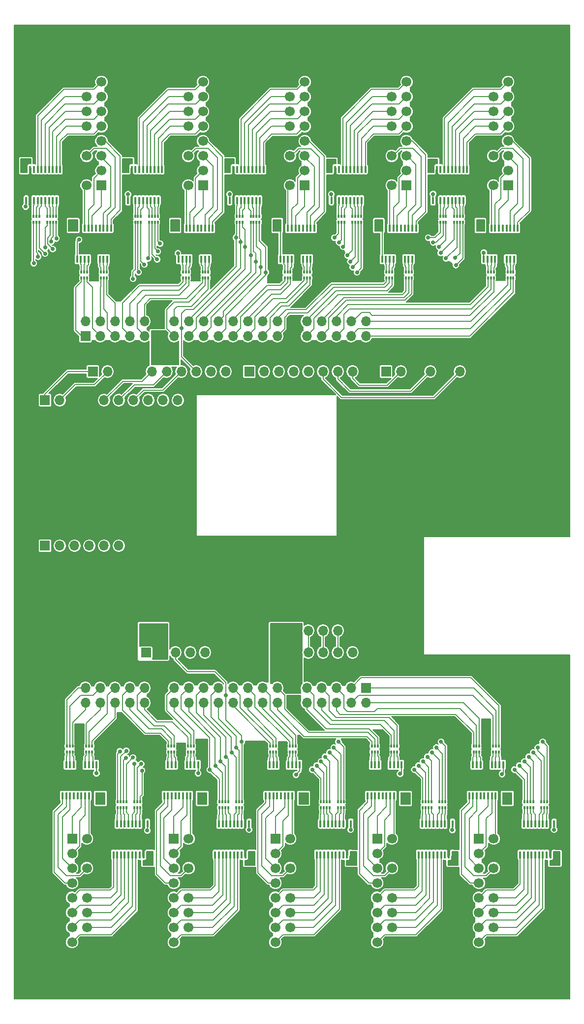
<source format=gtl>
G04 #@! TF.FileFunction,Copper,L1,Top,Signal*
%FSLAX46Y46*%
G04 Gerber Fmt 4.6, Leading zero omitted, Abs format (unit mm)*
G04 Created by KiCad (PCBNEW 4.0.7-e2-6376~58~ubuntu16.04.1) date Fri Feb  9 15:47:21 2018*
%MOMM*%
%LPD*%
G01*
G04 APERTURE LIST*
%ADD10C,0.100000*%
%ADD11O,1.700000X1.700000*%
%ADD12R,1.700000X1.700000*%
%ADD13C,1.700000*%
%ADD14R,0.320000X0.500000*%
%ADD15R,0.500000X0.600000*%
%ADD16R,0.406400X1.270000*%
%ADD17C,5.700000*%
%ADD18R,0.600000X0.500000*%
%ADD19R,1.000000X2.500000*%
%ADD20C,0.700000*%
%ADD21C,0.180000*%
%ADD22C,0.200000*%
%ADD23C,0.254000*%
G04 APERTURE END LIST*
D10*
D11*
X117610000Y-125240000D03*
X120150000Y-125240000D03*
X122690000Y-125240000D03*
X125230000Y-125240000D03*
D12*
X76960000Y-157230000D03*
D13*
X79500000Y-157230000D03*
X76960000Y-159770000D03*
X79500000Y-159770000D03*
X76960000Y-162310000D03*
X79500000Y-162310000D03*
X76960000Y-164850000D03*
X79500000Y-164850000D03*
X76960000Y-167390000D03*
X79500000Y-167390000D03*
X76960000Y-169930000D03*
X79500000Y-169930000D03*
X76960000Y-172470000D03*
X79500000Y-172470000D03*
X76960000Y-175010000D03*
X79500000Y-175010000D03*
D14*
X103800000Y-150930000D03*
X102800000Y-150930000D03*
X103300000Y-150930000D03*
X102300000Y-150930000D03*
X103300000Y-151930000D03*
X103800000Y-151930000D03*
X102800000Y-151930000D03*
X102300000Y-151930000D03*
D12*
X127510000Y-131340000D03*
D11*
X127510000Y-133880000D03*
X124970000Y-131340000D03*
X124970000Y-133880000D03*
X122430000Y-131340000D03*
X122430000Y-133880000D03*
X119890000Y-131340000D03*
X119890000Y-133880000D03*
X117350000Y-131340000D03*
X117350000Y-133880000D03*
X114810000Y-131340000D03*
X114810000Y-133880000D03*
X112270000Y-131340000D03*
X112270000Y-133880000D03*
X109730000Y-131340000D03*
X109730000Y-133880000D03*
X107190000Y-131340000D03*
X107190000Y-133880000D03*
X104650000Y-131340000D03*
X104650000Y-133880000D03*
X102110000Y-131340000D03*
X102110000Y-133880000D03*
X99570000Y-131340000D03*
X99570000Y-133880000D03*
X97030000Y-131340000D03*
X97030000Y-133880000D03*
X94490000Y-131340000D03*
X94490000Y-133880000D03*
X91950000Y-133880000D03*
X89410000Y-131340000D03*
X89410000Y-133880000D03*
X86870000Y-131340000D03*
X86870000Y-133880000D03*
X84330000Y-131340000D03*
X84330000Y-133880000D03*
X81790000Y-131340000D03*
X81790000Y-133880000D03*
X79250000Y-131340000D03*
X79250000Y-133880000D03*
D15*
X69400000Y-40840000D03*
X69400000Y-39740000D03*
D12*
X134500000Y-45000000D03*
D13*
X131960000Y-45000000D03*
X134500000Y-42460000D03*
X131960000Y-42460000D03*
X134500000Y-39920000D03*
X131960000Y-39920000D03*
X134500000Y-37380000D03*
X131960000Y-37380000D03*
X134500000Y-34840000D03*
X131960000Y-34840000D03*
X134500000Y-32300000D03*
X131960000Y-32300000D03*
X134500000Y-29760000D03*
X131960000Y-29760000D03*
X134500000Y-27220000D03*
X131960000Y-27220000D03*
D12*
X117000000Y-45000000D03*
D13*
X114460000Y-45000000D03*
X117000000Y-42460000D03*
X114460000Y-42460000D03*
X117000000Y-39920000D03*
X114460000Y-39920000D03*
X117000000Y-37380000D03*
X114460000Y-37380000D03*
X117000000Y-34840000D03*
X114460000Y-34840000D03*
X117000000Y-32300000D03*
X114460000Y-32300000D03*
X117000000Y-29760000D03*
X114460000Y-29760000D03*
X117000000Y-27220000D03*
X114460000Y-27220000D03*
D16*
X104079000Y-47567000D03*
X104714000Y-47567000D03*
X105374400Y-47567000D03*
X106034800Y-47567000D03*
X106669800Y-47567000D03*
X107330200Y-47567000D03*
X107990600Y-47567000D03*
X108625600Y-47567000D03*
X109286000Y-47567000D03*
X109921000Y-47567000D03*
X109921000Y-42233000D03*
X109286000Y-42233000D03*
X108625600Y-42233000D03*
X107990600Y-42233000D03*
X107330200Y-42233000D03*
X106669800Y-42233000D03*
X106034800Y-42233000D03*
X105374400Y-42233000D03*
X104714000Y-42233000D03*
X104079000Y-42233000D03*
X86579000Y-47567000D03*
X87214000Y-47567000D03*
X87874400Y-47567000D03*
X88534800Y-47567000D03*
X89169800Y-47567000D03*
X89830200Y-47567000D03*
X90490600Y-47567000D03*
X91125600Y-47567000D03*
X91786000Y-47567000D03*
X92421000Y-47567000D03*
X92421000Y-42233000D03*
X91786000Y-42233000D03*
X91125600Y-42233000D03*
X90490600Y-42233000D03*
X89830200Y-42233000D03*
X89169800Y-42233000D03*
X88534800Y-42233000D03*
X87874400Y-42233000D03*
X87214000Y-42233000D03*
X86579000Y-42233000D03*
D12*
X79250000Y-70890000D03*
D11*
X79250000Y-68350000D03*
X81790000Y-70890000D03*
X81790000Y-68350000D03*
X84330000Y-70890000D03*
X84330000Y-68350000D03*
X86870000Y-70890000D03*
X86870000Y-68350000D03*
X89410000Y-70890000D03*
X89410000Y-68350000D03*
X91950000Y-70890000D03*
X91950000Y-68350000D03*
X94490000Y-70890000D03*
X94490000Y-68350000D03*
X97030000Y-70890000D03*
X97030000Y-68350000D03*
X99570000Y-70890000D03*
X99570000Y-68350000D03*
X102110000Y-70890000D03*
X102110000Y-68350000D03*
X104650000Y-70890000D03*
X104650000Y-68350000D03*
X107190000Y-70890000D03*
X107190000Y-68350000D03*
X109730000Y-70890000D03*
X109730000Y-68350000D03*
X112270000Y-70890000D03*
X112270000Y-68350000D03*
X114810000Y-68350000D03*
X117350000Y-70890000D03*
X117350000Y-68350000D03*
X119890000Y-70890000D03*
X119890000Y-68350000D03*
X122430000Y-70890000D03*
X122430000Y-68350000D03*
X124970000Y-70890000D03*
X124970000Y-68350000D03*
X127510000Y-70890000D03*
X127510000Y-68350000D03*
D12*
X99500000Y-45000000D03*
D13*
X96960000Y-45000000D03*
X99500000Y-42460000D03*
X96960000Y-42460000D03*
X99500000Y-39920000D03*
X96960000Y-39920000D03*
X99500000Y-37380000D03*
X96960000Y-37380000D03*
X99500000Y-34840000D03*
X96960000Y-34840000D03*
X99500000Y-32300000D03*
X96960000Y-32300000D03*
X99500000Y-29760000D03*
X96960000Y-29760000D03*
X99500000Y-27220000D03*
X96960000Y-27220000D03*
D14*
X107700000Y-51300000D03*
X108700000Y-51300000D03*
X108200000Y-51300000D03*
X109200000Y-51300000D03*
X108200000Y-50300000D03*
X107700000Y-50300000D03*
X108700000Y-50300000D03*
X109200000Y-50300000D03*
D12*
X82000000Y-45000000D03*
D13*
X79460000Y-45000000D03*
X82000000Y-42460000D03*
X79460000Y-42460000D03*
X82000000Y-39920000D03*
X79460000Y-39920000D03*
X82000000Y-37380000D03*
X79460000Y-37380000D03*
X82000000Y-34840000D03*
X79460000Y-34840000D03*
X82000000Y-32300000D03*
X79460000Y-32300000D03*
X82000000Y-29760000D03*
X79460000Y-29760000D03*
X82000000Y-27220000D03*
X79460000Y-27220000D03*
D12*
X152000000Y-45000000D03*
D13*
X149460000Y-45000000D03*
X152000000Y-42460000D03*
X149460000Y-42460000D03*
X152000000Y-39920000D03*
X149460000Y-39920000D03*
X152000000Y-37380000D03*
X149460000Y-37380000D03*
X152000000Y-34840000D03*
X149460000Y-34840000D03*
X152000000Y-32300000D03*
X149460000Y-32300000D03*
X152000000Y-29760000D03*
X149460000Y-29760000D03*
X152000000Y-27220000D03*
X149460000Y-27220000D03*
D17*
X70000000Y-70000000D03*
X159650000Y-70000000D03*
D14*
X104800000Y-51300000D03*
X105800000Y-51300000D03*
X105300000Y-51300000D03*
X106300000Y-51300000D03*
X105300000Y-50300000D03*
X104800000Y-50300000D03*
X105800000Y-50300000D03*
X106300000Y-50300000D03*
D17*
X70000000Y-20400000D03*
X159650000Y-20400000D03*
D12*
X80520000Y-76980000D03*
D11*
X83060000Y-76980000D03*
X88140000Y-76980000D03*
X90680000Y-76980000D03*
X93220000Y-76980000D03*
X95760000Y-76980000D03*
X98300000Y-76980000D03*
X100840000Y-76980000D03*
X103380000Y-76980000D03*
D12*
X107450000Y-76980000D03*
D11*
X109990000Y-76980000D03*
X112530000Y-76980000D03*
X115070000Y-76980000D03*
X117610000Y-76980000D03*
X120150000Y-76980000D03*
X122690000Y-76980000D03*
X125230000Y-76980000D03*
D14*
X90200000Y-51300000D03*
X91200000Y-51300000D03*
X90700000Y-51300000D03*
X91700000Y-51300000D03*
X90700000Y-50300000D03*
X90200000Y-50300000D03*
X91200000Y-50300000D03*
X91700000Y-50300000D03*
X87300000Y-51300000D03*
X88300000Y-51300000D03*
X87800000Y-51300000D03*
X88800000Y-51300000D03*
X87800000Y-50300000D03*
X87300000Y-50300000D03*
X88300000Y-50300000D03*
X88800000Y-50300000D03*
X72700000Y-51300000D03*
X73700000Y-51300000D03*
X73200000Y-51300000D03*
X74200000Y-51300000D03*
X73200000Y-50300000D03*
X72700000Y-50300000D03*
X73700000Y-50300000D03*
X74200000Y-50300000D03*
X69800000Y-51300000D03*
X70800000Y-51300000D03*
X70300000Y-51300000D03*
X71300000Y-51300000D03*
X70300000Y-50300000D03*
X69800000Y-50300000D03*
X70800000Y-50300000D03*
X71300000Y-50300000D03*
D16*
X69079000Y-47567000D03*
X69714000Y-47567000D03*
X70374400Y-47567000D03*
X71034800Y-47567000D03*
X71669800Y-47567000D03*
X72330200Y-47567000D03*
X72990600Y-47567000D03*
X73625600Y-47567000D03*
X74286000Y-47567000D03*
X74921000Y-47567000D03*
X74921000Y-42233000D03*
X74286000Y-42233000D03*
X73625600Y-42233000D03*
X72990600Y-42233000D03*
X72330200Y-42233000D03*
X71669800Y-42233000D03*
X71034800Y-42233000D03*
X70374400Y-42233000D03*
X69714000Y-42233000D03*
X69079000Y-42233000D03*
D14*
X116400000Y-60900000D03*
X117400000Y-60900000D03*
X116900000Y-60900000D03*
X117900000Y-60900000D03*
X116900000Y-59900000D03*
X116400000Y-59900000D03*
X117400000Y-59900000D03*
X117900000Y-59900000D03*
X113550000Y-60900000D03*
X114550000Y-60900000D03*
X114050000Y-60900000D03*
X115050000Y-60900000D03*
X114050000Y-59900000D03*
X113550000Y-59900000D03*
X114550000Y-59900000D03*
X115050000Y-59900000D03*
D16*
X112809000Y-57667000D03*
X113444000Y-57667000D03*
X114104400Y-57667000D03*
X114764800Y-57667000D03*
X115399800Y-57667000D03*
X116060200Y-57667000D03*
X116720600Y-57667000D03*
X117355600Y-57667000D03*
X118016000Y-57667000D03*
X118651000Y-57667000D03*
X118651000Y-52333000D03*
X118016000Y-52333000D03*
X117355600Y-52333000D03*
X116720600Y-52333000D03*
X116060200Y-52333000D03*
X115399800Y-52333000D03*
X114764800Y-52333000D03*
X114104400Y-52333000D03*
X113444000Y-52333000D03*
X112809000Y-52333000D03*
D14*
X81400000Y-60900000D03*
X82400000Y-60900000D03*
X81900000Y-60900000D03*
X82900000Y-60900000D03*
X81900000Y-59900000D03*
X81400000Y-59900000D03*
X82400000Y-59900000D03*
X82900000Y-59900000D03*
X78550000Y-60900000D03*
X79550000Y-60900000D03*
X79050000Y-60900000D03*
X80050000Y-60900000D03*
X79050000Y-59900000D03*
X78550000Y-59900000D03*
X79550000Y-59900000D03*
X80050000Y-59900000D03*
D16*
X77809000Y-57667000D03*
X78444000Y-57667000D03*
X79104400Y-57667000D03*
X79764800Y-57667000D03*
X80399800Y-57667000D03*
X81060200Y-57667000D03*
X81720600Y-57667000D03*
X82355600Y-57667000D03*
X83016000Y-57667000D03*
X83651000Y-57667000D03*
X83651000Y-52333000D03*
X83016000Y-52333000D03*
X82355600Y-52333000D03*
X81720600Y-52333000D03*
X81060200Y-52333000D03*
X80399800Y-52333000D03*
X79764800Y-52333000D03*
X79104400Y-52333000D03*
X78444000Y-52333000D03*
X77809000Y-52333000D03*
D14*
X98900000Y-60900000D03*
X99900000Y-60900000D03*
X99400000Y-60900000D03*
X100400000Y-60900000D03*
X99400000Y-59900000D03*
X98900000Y-59900000D03*
X99900000Y-59900000D03*
X100400000Y-59900000D03*
X96050000Y-60900000D03*
X97050000Y-60900000D03*
X96550000Y-60900000D03*
X97550000Y-60900000D03*
X96550000Y-59900000D03*
X96050000Y-59900000D03*
X97050000Y-59900000D03*
X97550000Y-59900000D03*
D16*
X95309000Y-57667000D03*
X95944000Y-57667000D03*
X96604400Y-57667000D03*
X97264800Y-57667000D03*
X97899800Y-57667000D03*
X98560200Y-57667000D03*
X99220600Y-57667000D03*
X99855600Y-57667000D03*
X100516000Y-57667000D03*
X101151000Y-57667000D03*
X101151000Y-52333000D03*
X100516000Y-52333000D03*
X99855600Y-52333000D03*
X99220600Y-52333000D03*
X98560200Y-52333000D03*
X97899800Y-52333000D03*
X97264800Y-52333000D03*
X96604400Y-52333000D03*
X95944000Y-52333000D03*
X95309000Y-52333000D03*
D14*
X125200000Y-51300000D03*
X126200000Y-51300000D03*
X125700000Y-51300000D03*
X126700000Y-51300000D03*
X125700000Y-50300000D03*
X125200000Y-50300000D03*
X126200000Y-50300000D03*
X126700000Y-50300000D03*
X133900000Y-60900000D03*
X134900000Y-60900000D03*
X134400000Y-60900000D03*
X135400000Y-60900000D03*
X134400000Y-59900000D03*
X133900000Y-59900000D03*
X134900000Y-59900000D03*
X135400000Y-59900000D03*
X122300000Y-51300000D03*
X123300000Y-51300000D03*
X122800000Y-51300000D03*
X123800000Y-51300000D03*
X122800000Y-50300000D03*
X122300000Y-50300000D03*
X123300000Y-50300000D03*
X123800000Y-50300000D03*
X131050000Y-60900000D03*
X132050000Y-60900000D03*
X131550000Y-60900000D03*
X132550000Y-60900000D03*
X131550000Y-59900000D03*
X131050000Y-59900000D03*
X132050000Y-59900000D03*
X132550000Y-59900000D03*
X142700000Y-51300000D03*
X143700000Y-51300000D03*
X143200000Y-51300000D03*
X144200000Y-51300000D03*
X143200000Y-50300000D03*
X142700000Y-50300000D03*
X143700000Y-50300000D03*
X144200000Y-50300000D03*
X151400000Y-60900000D03*
X152400000Y-60900000D03*
X151900000Y-60900000D03*
X152900000Y-60900000D03*
X151900000Y-59900000D03*
X151400000Y-59900000D03*
X152400000Y-59900000D03*
X152900000Y-59900000D03*
X139800000Y-51300000D03*
X140800000Y-51300000D03*
X140300000Y-51300000D03*
X141300000Y-51300000D03*
X140300000Y-50300000D03*
X139800000Y-50300000D03*
X140800000Y-50300000D03*
X141300000Y-50300000D03*
X148550000Y-60900000D03*
X149550000Y-60900000D03*
X149050000Y-60900000D03*
X150050000Y-60900000D03*
X149050000Y-59900000D03*
X148550000Y-59900000D03*
X149550000Y-59900000D03*
X150050000Y-59900000D03*
D16*
X121579000Y-47567000D03*
X122214000Y-47567000D03*
X122874400Y-47567000D03*
X123534800Y-47567000D03*
X124169800Y-47567000D03*
X124830200Y-47567000D03*
X125490600Y-47567000D03*
X126125600Y-47567000D03*
X126786000Y-47567000D03*
X127421000Y-47567000D03*
X127421000Y-42233000D03*
X126786000Y-42233000D03*
X126125600Y-42233000D03*
X125490600Y-42233000D03*
X124830200Y-42233000D03*
X124169800Y-42233000D03*
X123534800Y-42233000D03*
X122874400Y-42233000D03*
X122214000Y-42233000D03*
X121579000Y-42233000D03*
X130309000Y-57667000D03*
X130944000Y-57667000D03*
X131604400Y-57667000D03*
X132264800Y-57667000D03*
X132899800Y-57667000D03*
X133560200Y-57667000D03*
X134220600Y-57667000D03*
X134855600Y-57667000D03*
X135516000Y-57667000D03*
X136151000Y-57667000D03*
X136151000Y-52333000D03*
X135516000Y-52333000D03*
X134855600Y-52333000D03*
X134220600Y-52333000D03*
X133560200Y-52333000D03*
X132899800Y-52333000D03*
X132264800Y-52333000D03*
X131604400Y-52333000D03*
X130944000Y-52333000D03*
X130309000Y-52333000D03*
X139079000Y-47567000D03*
X139714000Y-47567000D03*
X140374400Y-47567000D03*
X141034800Y-47567000D03*
X141669800Y-47567000D03*
X142330200Y-47567000D03*
X142990600Y-47567000D03*
X143625600Y-47567000D03*
X144286000Y-47567000D03*
X144921000Y-47567000D03*
X144921000Y-42233000D03*
X144286000Y-42233000D03*
X143625600Y-42233000D03*
X142990600Y-42233000D03*
X142330200Y-42233000D03*
X141669800Y-42233000D03*
X141034800Y-42233000D03*
X140374400Y-42233000D03*
X139714000Y-42233000D03*
X139079000Y-42233000D03*
X147809000Y-57667000D03*
X148444000Y-57667000D03*
X149104400Y-57667000D03*
X149764800Y-57667000D03*
X150399800Y-57667000D03*
X151060200Y-57667000D03*
X151720600Y-57667000D03*
X152355600Y-57667000D03*
X153016000Y-57667000D03*
X153651000Y-57667000D03*
X153651000Y-52333000D03*
X153016000Y-52333000D03*
X152355600Y-52333000D03*
X151720600Y-52333000D03*
X151060200Y-52333000D03*
X150399800Y-52333000D03*
X149764800Y-52333000D03*
X149104400Y-52333000D03*
X148444000Y-52333000D03*
X147809000Y-52333000D03*
D18*
X76750000Y-51240000D03*
X75650000Y-51240000D03*
X94300000Y-51315000D03*
X93200000Y-51315000D03*
D15*
X85950000Y-40840000D03*
X85950000Y-39740000D03*
X68500000Y-40840000D03*
X68500000Y-39740000D03*
D18*
X111900000Y-51265000D03*
X110800000Y-51265000D03*
X129350000Y-51265000D03*
X128250000Y-51265000D03*
X146925000Y-51290000D03*
X145825000Y-51290000D03*
D15*
X103500000Y-40840000D03*
X103500000Y-39740000D03*
X121050000Y-40840000D03*
X121050000Y-39740000D03*
X139450000Y-40865000D03*
X139450000Y-39765000D03*
D18*
X76750000Y-52290000D03*
X75650000Y-52290000D03*
D15*
X86900000Y-40840000D03*
X86900000Y-39740000D03*
D18*
X94300000Y-52315000D03*
X93200000Y-52315000D03*
D15*
X104425000Y-40840000D03*
X104425000Y-39740000D03*
D18*
X111900000Y-52315000D03*
X110800000Y-52315000D03*
D15*
X121950000Y-40840000D03*
X121950000Y-39740000D03*
X138525000Y-40865000D03*
X138525000Y-39765000D03*
D18*
X129350000Y-52340000D03*
X128250000Y-52340000D03*
X146925000Y-52340000D03*
X145825000Y-52340000D03*
D19*
X91850000Y-73940000D03*
X88850000Y-73940000D03*
D12*
X89670000Y-125240000D03*
D11*
X92210000Y-125240000D03*
X94750000Y-125240000D03*
X97290000Y-125240000D03*
X99830000Y-125240000D03*
X102370000Y-125240000D03*
X104910000Y-125240000D03*
D17*
X70000000Y-132230000D03*
X159650000Y-181830000D03*
X159650000Y-132230000D03*
X70000000Y-181830000D03*
D12*
X94460000Y-157230000D03*
D13*
X97000000Y-157230000D03*
X94460000Y-159770000D03*
X97000000Y-159770000D03*
X94460000Y-162310000D03*
X97000000Y-162310000D03*
X94460000Y-164850000D03*
X97000000Y-164850000D03*
X94460000Y-167390000D03*
X97000000Y-167390000D03*
X94460000Y-169930000D03*
X97000000Y-169930000D03*
X94460000Y-172470000D03*
X97000000Y-172470000D03*
X94460000Y-175010000D03*
X97000000Y-175010000D03*
D12*
X111960000Y-157230000D03*
D13*
X114500000Y-157230000D03*
X111960000Y-159770000D03*
X114500000Y-159770000D03*
X111960000Y-162310000D03*
X114500000Y-162310000D03*
X111960000Y-164850000D03*
X114500000Y-164850000D03*
X111960000Y-167390000D03*
X114500000Y-167390000D03*
X111960000Y-169930000D03*
X114500000Y-169930000D03*
X111960000Y-172470000D03*
X114500000Y-172470000D03*
X111960000Y-175010000D03*
X114500000Y-175010000D03*
D12*
X129460000Y-157230000D03*
D13*
X132000000Y-157230000D03*
X129460000Y-159770000D03*
X132000000Y-159770000D03*
X129460000Y-162310000D03*
X132000000Y-162310000D03*
X129460000Y-164850000D03*
X132000000Y-164850000D03*
X129460000Y-167390000D03*
X132000000Y-167390000D03*
X129460000Y-169930000D03*
X132000000Y-169930000D03*
X129460000Y-172470000D03*
X132000000Y-172470000D03*
X129460000Y-175010000D03*
X132000000Y-175010000D03*
D12*
X146960000Y-157230000D03*
D13*
X149500000Y-157230000D03*
X146960000Y-159770000D03*
X149500000Y-159770000D03*
X146960000Y-162310000D03*
X149500000Y-162310000D03*
X146960000Y-164850000D03*
X149500000Y-164850000D03*
X146960000Y-167390000D03*
X149500000Y-167390000D03*
X146960000Y-169930000D03*
X149500000Y-169930000D03*
X146960000Y-172470000D03*
X149500000Y-172470000D03*
X146960000Y-175010000D03*
X149500000Y-175010000D03*
D14*
X86300000Y-150930000D03*
X85300000Y-150930000D03*
X85800000Y-150930000D03*
X84800000Y-150930000D03*
X85800000Y-151930000D03*
X86300000Y-151930000D03*
X85300000Y-151930000D03*
X84800000Y-151930000D03*
X77550000Y-141330000D03*
X76550000Y-141330000D03*
X77050000Y-141330000D03*
X76050000Y-141330000D03*
X77050000Y-142330000D03*
X77550000Y-142330000D03*
X76550000Y-142330000D03*
X76050000Y-142330000D03*
X89200000Y-150930000D03*
X88200000Y-150930000D03*
X88700000Y-150930000D03*
X87700000Y-150930000D03*
X88700000Y-151930000D03*
X89200000Y-151930000D03*
X88200000Y-151930000D03*
X87700000Y-151930000D03*
X80400000Y-141330000D03*
X79400000Y-141330000D03*
X79900000Y-141330000D03*
X78900000Y-141330000D03*
X79900000Y-142330000D03*
X80400000Y-142330000D03*
X79400000Y-142330000D03*
X78900000Y-142330000D03*
X95050000Y-141330000D03*
X94050000Y-141330000D03*
X94550000Y-141330000D03*
X93550000Y-141330000D03*
X94550000Y-142330000D03*
X95050000Y-142330000D03*
X94050000Y-142330000D03*
X93550000Y-142330000D03*
X106700000Y-150930000D03*
X105700000Y-150930000D03*
X106200000Y-150930000D03*
X105200000Y-150930000D03*
X106200000Y-151930000D03*
X106700000Y-151930000D03*
X105700000Y-151930000D03*
X105200000Y-151930000D03*
X97900000Y-141330000D03*
X96900000Y-141330000D03*
X97400000Y-141330000D03*
X96400000Y-141330000D03*
X97400000Y-142330000D03*
X97900000Y-142330000D03*
X96900000Y-142330000D03*
X96400000Y-142330000D03*
X121300000Y-150930000D03*
X120300000Y-150930000D03*
X120800000Y-150930000D03*
X119800000Y-150930000D03*
X120800000Y-151930000D03*
X121300000Y-151930000D03*
X120300000Y-151930000D03*
X119800000Y-151930000D03*
X112550000Y-141330000D03*
X111550000Y-141330000D03*
X112050000Y-141330000D03*
X111050000Y-141330000D03*
X112050000Y-142330000D03*
X112550000Y-142330000D03*
X111550000Y-142330000D03*
X111050000Y-142330000D03*
X124200000Y-150930000D03*
X123200000Y-150930000D03*
X123700000Y-150930000D03*
X122700000Y-150930000D03*
X123700000Y-151930000D03*
X124200000Y-151930000D03*
X123200000Y-151930000D03*
X122700000Y-151930000D03*
X115400000Y-141330000D03*
X114400000Y-141330000D03*
X114900000Y-141330000D03*
X113900000Y-141330000D03*
X114900000Y-142330000D03*
X115400000Y-142330000D03*
X114400000Y-142330000D03*
X113900000Y-142330000D03*
X138800000Y-150930000D03*
X137800000Y-150930000D03*
X138300000Y-150930000D03*
X137300000Y-150930000D03*
X138300000Y-151930000D03*
X138800000Y-151930000D03*
X137800000Y-151930000D03*
X137300000Y-151930000D03*
X130050000Y-141330000D03*
X129050000Y-141330000D03*
X129550000Y-141330000D03*
X128550000Y-141330000D03*
X129550000Y-142330000D03*
X130050000Y-142330000D03*
X129050000Y-142330000D03*
X128550000Y-142330000D03*
X141700000Y-150930000D03*
X140700000Y-150930000D03*
X141200000Y-150930000D03*
X140200000Y-150930000D03*
X141200000Y-151930000D03*
X141700000Y-151930000D03*
X140700000Y-151930000D03*
X140200000Y-151930000D03*
X132900000Y-141330000D03*
X131900000Y-141330000D03*
X132400000Y-141330000D03*
X131400000Y-141330000D03*
X132400000Y-142330000D03*
X132900000Y-142330000D03*
X131900000Y-142330000D03*
X131400000Y-142330000D03*
X156300000Y-150930000D03*
X155300000Y-150930000D03*
X155800000Y-150930000D03*
X154800000Y-150930000D03*
X155800000Y-151930000D03*
X156300000Y-151930000D03*
X155300000Y-151930000D03*
X154800000Y-151930000D03*
X147550000Y-141330000D03*
X146550000Y-141330000D03*
X147050000Y-141330000D03*
X146050000Y-141330000D03*
X147050000Y-142330000D03*
X147550000Y-142330000D03*
X146550000Y-142330000D03*
X146050000Y-142330000D03*
X159200000Y-150930000D03*
X158200000Y-150930000D03*
X158700000Y-150930000D03*
X157700000Y-150930000D03*
X158700000Y-151930000D03*
X159200000Y-151930000D03*
X158200000Y-151930000D03*
X157700000Y-151930000D03*
X150400000Y-141330000D03*
X149400000Y-141330000D03*
X149900000Y-141330000D03*
X148900000Y-141330000D03*
X149900000Y-142330000D03*
X150400000Y-142330000D03*
X149400000Y-142330000D03*
X148900000Y-142330000D03*
D16*
X89921000Y-154663000D03*
X89286000Y-154663000D03*
X88625600Y-154663000D03*
X87965200Y-154663000D03*
X87330200Y-154663000D03*
X86669800Y-154663000D03*
X86009400Y-154663000D03*
X85374400Y-154663000D03*
X84714000Y-154663000D03*
X84079000Y-154663000D03*
X84079000Y-159997000D03*
X84714000Y-159997000D03*
X85374400Y-159997000D03*
X86009400Y-159997000D03*
X86669800Y-159997000D03*
X87330200Y-159997000D03*
X87965200Y-159997000D03*
X88625600Y-159997000D03*
X89286000Y-159997000D03*
X89921000Y-159997000D03*
X81151000Y-144563000D03*
X80516000Y-144563000D03*
X79855600Y-144563000D03*
X79195200Y-144563000D03*
X78560200Y-144563000D03*
X77899800Y-144563000D03*
X77239400Y-144563000D03*
X76604400Y-144563000D03*
X75944000Y-144563000D03*
X75309000Y-144563000D03*
X75309000Y-149897000D03*
X75944000Y-149897000D03*
X76604400Y-149897000D03*
X77239400Y-149897000D03*
X77899800Y-149897000D03*
X78560200Y-149897000D03*
X79195200Y-149897000D03*
X79855600Y-149897000D03*
X80516000Y-149897000D03*
X81151000Y-149897000D03*
X107421000Y-154663000D03*
X106786000Y-154663000D03*
X106125600Y-154663000D03*
X105465200Y-154663000D03*
X104830200Y-154663000D03*
X104169800Y-154663000D03*
X103509400Y-154663000D03*
X102874400Y-154663000D03*
X102214000Y-154663000D03*
X101579000Y-154663000D03*
X101579000Y-159997000D03*
X102214000Y-159997000D03*
X102874400Y-159997000D03*
X103509400Y-159997000D03*
X104169800Y-159997000D03*
X104830200Y-159997000D03*
X105465200Y-159997000D03*
X106125600Y-159997000D03*
X106786000Y-159997000D03*
X107421000Y-159997000D03*
X98651000Y-144563000D03*
X98016000Y-144563000D03*
X97355600Y-144563000D03*
X96695200Y-144563000D03*
X96060200Y-144563000D03*
X95399800Y-144563000D03*
X94739400Y-144563000D03*
X94104400Y-144563000D03*
X93444000Y-144563000D03*
X92809000Y-144563000D03*
X92809000Y-149897000D03*
X93444000Y-149897000D03*
X94104400Y-149897000D03*
X94739400Y-149897000D03*
X95399800Y-149897000D03*
X96060200Y-149897000D03*
X96695200Y-149897000D03*
X97355600Y-149897000D03*
X98016000Y-149897000D03*
X98651000Y-149897000D03*
X124921000Y-154663000D03*
X124286000Y-154663000D03*
X123625600Y-154663000D03*
X122965200Y-154663000D03*
X122330200Y-154663000D03*
X121669800Y-154663000D03*
X121009400Y-154663000D03*
X120374400Y-154663000D03*
X119714000Y-154663000D03*
X119079000Y-154663000D03*
X119079000Y-159997000D03*
X119714000Y-159997000D03*
X120374400Y-159997000D03*
X121009400Y-159997000D03*
X121669800Y-159997000D03*
X122330200Y-159997000D03*
X122965200Y-159997000D03*
X123625600Y-159997000D03*
X124286000Y-159997000D03*
X124921000Y-159997000D03*
X116151000Y-144563000D03*
X115516000Y-144563000D03*
X114855600Y-144563000D03*
X114195200Y-144563000D03*
X113560200Y-144563000D03*
X112899800Y-144563000D03*
X112239400Y-144563000D03*
X111604400Y-144563000D03*
X110944000Y-144563000D03*
X110309000Y-144563000D03*
X110309000Y-149897000D03*
X110944000Y-149897000D03*
X111604400Y-149897000D03*
X112239400Y-149897000D03*
X112899800Y-149897000D03*
X113560200Y-149897000D03*
X114195200Y-149897000D03*
X114855600Y-149897000D03*
X115516000Y-149897000D03*
X116151000Y-149897000D03*
X142421000Y-154663000D03*
X141786000Y-154663000D03*
X141125600Y-154663000D03*
X140465200Y-154663000D03*
X139830200Y-154663000D03*
X139169800Y-154663000D03*
X138509400Y-154663000D03*
X137874400Y-154663000D03*
X137214000Y-154663000D03*
X136579000Y-154663000D03*
X136579000Y-159997000D03*
X137214000Y-159997000D03*
X137874400Y-159997000D03*
X138509400Y-159997000D03*
X139169800Y-159997000D03*
X139830200Y-159997000D03*
X140465200Y-159997000D03*
X141125600Y-159997000D03*
X141786000Y-159997000D03*
X142421000Y-159997000D03*
X133651000Y-144563000D03*
X133016000Y-144563000D03*
X132355600Y-144563000D03*
X131695200Y-144563000D03*
X131060200Y-144563000D03*
X130399800Y-144563000D03*
X129739400Y-144563000D03*
X129104400Y-144563000D03*
X128444000Y-144563000D03*
X127809000Y-144563000D03*
X127809000Y-149897000D03*
X128444000Y-149897000D03*
X129104400Y-149897000D03*
X129739400Y-149897000D03*
X130399800Y-149897000D03*
X131060200Y-149897000D03*
X131695200Y-149897000D03*
X132355600Y-149897000D03*
X133016000Y-149897000D03*
X133651000Y-149897000D03*
X159921000Y-154663000D03*
X159286000Y-154663000D03*
X158625600Y-154663000D03*
X157965200Y-154663000D03*
X157330200Y-154663000D03*
X156669800Y-154663000D03*
X156009400Y-154663000D03*
X155374400Y-154663000D03*
X154714000Y-154663000D03*
X154079000Y-154663000D03*
X154079000Y-159997000D03*
X154714000Y-159997000D03*
X155374400Y-159997000D03*
X156009400Y-159997000D03*
X156669800Y-159997000D03*
X157330200Y-159997000D03*
X157965200Y-159997000D03*
X158625600Y-159997000D03*
X159286000Y-159997000D03*
X159921000Y-159997000D03*
X151151000Y-144563000D03*
X150516000Y-144563000D03*
X149855600Y-144563000D03*
X149195200Y-144563000D03*
X148560200Y-144563000D03*
X147899800Y-144563000D03*
X147239400Y-144563000D03*
X146604400Y-144563000D03*
X145944000Y-144563000D03*
X145309000Y-144563000D03*
X145309000Y-149897000D03*
X145944000Y-149897000D03*
X146604400Y-149897000D03*
X147239400Y-149897000D03*
X147899800Y-149897000D03*
X148560200Y-149897000D03*
X149195200Y-149897000D03*
X149855600Y-149897000D03*
X150516000Y-149897000D03*
X151151000Y-149897000D03*
D19*
X114800000Y-128290000D03*
X117800000Y-128290000D03*
D18*
X152225000Y-149890000D03*
X153325000Y-149890000D03*
D15*
X160525000Y-161465000D03*
X160525000Y-162565000D03*
D18*
X134700000Y-149790000D03*
X135800000Y-149790000D03*
D15*
X142100000Y-161390000D03*
X142100000Y-162490000D03*
D18*
X117300000Y-150940000D03*
X118400000Y-150940000D03*
D15*
X124600000Y-161515000D03*
X124600000Y-162615000D03*
D18*
X99750000Y-150990000D03*
X100850000Y-150990000D03*
D15*
X107075000Y-161415000D03*
X107075000Y-162515000D03*
D18*
X82300000Y-149790000D03*
X83400000Y-149790000D03*
D15*
X89500000Y-161440000D03*
X89500000Y-162540000D03*
D18*
X152225000Y-150965000D03*
X153325000Y-150965000D03*
D15*
X159575000Y-161465000D03*
X159575000Y-162565000D03*
D18*
X134725000Y-150865000D03*
X135825000Y-150865000D03*
D15*
X143075000Y-161390000D03*
X143075000Y-162490000D03*
D18*
X117300000Y-149840000D03*
X118400000Y-149840000D03*
D15*
X125600000Y-161515000D03*
X125600000Y-162615000D03*
D18*
X99750000Y-149990000D03*
X100850000Y-149990000D03*
D15*
X108050000Y-161415000D03*
X108050000Y-162515000D03*
D18*
X82300000Y-150990000D03*
X83400000Y-150990000D03*
D15*
X90525000Y-161440000D03*
X90525000Y-162540000D03*
D12*
X72300000Y-81900000D03*
D11*
X74840000Y-81900000D03*
X77380000Y-81900000D03*
X79920000Y-81900000D03*
X82460000Y-81900000D03*
X85000000Y-81900000D03*
X87540000Y-81900000D03*
X90080000Y-81900000D03*
X92620000Y-81900000D03*
X95160000Y-81900000D03*
D12*
X112530000Y-121500000D03*
D11*
X115070000Y-121500000D03*
X117610000Y-121500000D03*
X120150000Y-121500000D03*
X122690000Y-121500000D03*
X125230000Y-121500000D03*
D12*
X131000000Y-76980000D03*
D11*
X133540000Y-76980000D03*
X136080000Y-76980000D03*
X138620000Y-76980000D03*
X141160000Y-76980000D03*
X143700000Y-76980000D03*
D12*
X72300000Y-106900000D03*
D11*
X74840000Y-106900000D03*
X77380000Y-106900000D03*
X79920000Y-106900000D03*
X82460000Y-106900000D03*
X85000000Y-106900000D03*
X87540000Y-106900000D03*
X90080000Y-106900000D03*
X92620000Y-106900000D03*
X95160000Y-106900000D03*
D17*
X94920000Y-93100000D03*
X125920000Y-93100000D03*
D12*
X84590000Y-121500000D03*
D11*
X87130000Y-121500000D03*
X89670000Y-121500000D03*
X92210000Y-121500000D03*
D20*
X119550000Y-128840000D03*
X119550000Y-127540000D03*
X74260000Y-144560000D03*
X86270000Y-73970000D03*
X87230000Y-74860000D03*
X87240000Y-73030000D03*
X162230000Y-139740000D03*
X162230000Y-177740000D03*
X162230000Y-175740000D03*
X162230000Y-173740000D03*
X162230000Y-171740000D03*
X162230000Y-169740000D03*
X162230000Y-167740000D03*
X162230000Y-165740000D03*
X162230000Y-143740000D03*
X162230000Y-141690000D03*
X162230000Y-137740000D03*
X162230000Y-135740000D03*
X162230000Y-128990000D03*
X162230000Y-127000000D03*
X162230000Y-74040000D03*
X162230000Y-104040000D03*
X162230000Y-102040000D03*
X162230000Y-100040000D03*
X162230000Y-98040000D03*
X162230000Y-96040000D03*
X162230000Y-94040000D03*
X162230000Y-92040000D03*
X162230000Y-90040000D03*
X162230000Y-88040000D03*
X162230000Y-86040000D03*
X162230000Y-80040000D03*
X162225000Y-84040000D03*
X162225000Y-81990000D03*
X162225000Y-78040000D03*
X162225000Y-76040000D03*
X155650000Y-184390000D03*
X153650000Y-184390000D03*
X151650000Y-184390000D03*
X149650000Y-184390000D03*
X147650000Y-184390000D03*
X145650000Y-184390000D03*
X143650000Y-184390000D03*
X141650000Y-184390000D03*
X139650000Y-184390000D03*
X137650000Y-184390000D03*
X135650000Y-184390000D03*
X133650000Y-184390000D03*
X131650000Y-184390000D03*
X129650000Y-184390000D03*
X127650000Y-184390000D03*
X125650000Y-184390000D03*
X123650000Y-184390000D03*
X121650000Y-184390000D03*
X119650000Y-184390000D03*
X117650000Y-184390000D03*
X115650000Y-184390000D03*
X113650000Y-184390000D03*
X111650000Y-184390000D03*
X109650000Y-184390000D03*
X107650000Y-184390000D03*
X105650000Y-184390000D03*
X103650000Y-184390000D03*
X101650000Y-184390000D03*
X99650000Y-184390000D03*
X97650000Y-184390000D03*
X95650000Y-184390000D03*
X93650000Y-184390000D03*
X91650000Y-184390000D03*
X89650000Y-184390000D03*
X87650000Y-184390000D03*
X85650000Y-184390000D03*
X83650000Y-184390000D03*
X81650000Y-184390000D03*
X79650000Y-184390000D03*
X77650000Y-184390000D03*
X75650000Y-184390000D03*
X73650000Y-184390000D03*
X67450000Y-137940000D03*
X115450000Y-71690000D03*
X114200000Y-71690000D03*
X115400000Y-70540000D03*
X114200000Y-70540000D03*
X67450000Y-177940000D03*
X67450000Y-175940000D03*
X67450000Y-173940000D03*
X67450000Y-171940000D03*
X67450000Y-169940000D03*
X67450000Y-167940000D03*
X67450000Y-165940000D03*
X67450000Y-163940000D03*
X67450000Y-161940000D03*
X67450000Y-159940000D03*
X67450000Y-157940000D03*
X67450000Y-155940000D03*
X67450000Y-153940000D03*
X67450000Y-151940000D03*
X67450000Y-149940000D03*
X67450000Y-147940000D03*
X67450000Y-145940000D03*
X67450000Y-143940000D03*
X67450000Y-141940000D03*
X67450000Y-139940000D03*
X67450000Y-135940000D03*
X67450000Y-127940000D03*
X67450000Y-125940000D03*
X67450000Y-123940000D03*
X67450000Y-121940000D03*
X67450000Y-119940000D03*
X67450000Y-117940000D03*
X67450000Y-115940000D03*
X67450000Y-113940000D03*
X67450000Y-111940000D03*
X67450000Y-109940000D03*
X67450000Y-107940000D03*
X67450000Y-105940000D03*
X67450000Y-103940000D03*
X67450000Y-101940000D03*
X67450000Y-99940000D03*
X67450000Y-97940000D03*
X67450000Y-95940000D03*
X67450000Y-93940000D03*
X67450000Y-91940000D03*
X67450000Y-89940000D03*
X67450000Y-87940000D03*
X67450000Y-85940000D03*
X67450000Y-83940000D03*
X67450000Y-81940000D03*
X67450000Y-79940000D03*
X67450000Y-77940000D03*
X67450000Y-75940000D03*
X67450000Y-73940000D03*
X160050000Y-27440000D03*
X155050000Y-27440000D03*
X87550000Y-27440000D03*
X92550000Y-27440000D03*
X140050000Y-27440000D03*
X145050000Y-27440000D03*
X127550000Y-27440000D03*
X122550000Y-27440000D03*
X105050000Y-27440000D03*
X110050000Y-27440000D03*
X77550000Y-27440000D03*
X72550000Y-27440000D03*
X75050000Y-174940000D03*
X70050000Y-174940000D03*
X160050000Y-174940000D03*
X155050000Y-174940000D03*
X145050000Y-174940000D03*
X140050000Y-174940000D03*
X135050000Y-174940000D03*
X125050000Y-174940000D03*
X120050000Y-174940000D03*
X110050000Y-174940000D03*
X105050000Y-174940000D03*
X100050000Y-174940000D03*
X90050000Y-174940000D03*
X85050000Y-174940000D03*
X99050000Y-164690000D03*
X99050000Y-163440000D03*
X99050000Y-162190000D03*
X99050000Y-160940000D03*
X99050000Y-159690000D03*
X148300000Y-160940000D03*
X130800000Y-160940000D03*
X153050000Y-164690000D03*
X151800000Y-164690000D03*
X151800000Y-163440000D03*
X153050000Y-163440000D03*
X153050000Y-162190000D03*
X151800000Y-162190000D03*
X151800000Y-160940000D03*
X153050000Y-160940000D03*
X153050000Y-159690000D03*
X151800000Y-159690000D03*
X135300000Y-164690000D03*
X134050000Y-164690000D03*
X134050000Y-163440000D03*
X135300000Y-163440000D03*
X135300000Y-162190000D03*
X134050000Y-162190000D03*
X134050000Y-160940000D03*
X135300000Y-160940000D03*
X135300000Y-159690000D03*
X134050000Y-159690000D03*
X113300000Y-160940000D03*
X95800000Y-160940000D03*
X78300000Y-160940000D03*
X117550000Y-164690000D03*
X116300000Y-164690000D03*
X116300000Y-163440000D03*
X117550000Y-163440000D03*
X117550000Y-162190000D03*
X116300000Y-162190000D03*
X116300000Y-160940000D03*
X117550000Y-160940000D03*
X117550000Y-159690000D03*
X116300000Y-159690000D03*
X100300000Y-164690000D03*
X100300000Y-163440000D03*
X100300000Y-162190000D03*
X100300000Y-160940000D03*
X100300000Y-159690000D03*
X82800000Y-164940000D03*
X82800000Y-163690000D03*
X82800000Y-162440000D03*
X82800000Y-161190000D03*
X82800000Y-159940000D03*
X81550000Y-164940000D03*
X81550000Y-163690000D03*
X81550000Y-162440000D03*
X81550000Y-161190000D03*
X81550000Y-159940000D03*
X78550000Y-140240000D03*
X77850000Y-139540000D03*
X78550000Y-138740000D03*
X77850000Y-138040000D03*
X84050000Y-139940000D03*
X85050000Y-138940000D03*
X86050000Y-137940000D03*
X82050000Y-139940000D03*
X83050000Y-138940000D03*
X85050000Y-136940000D03*
X116000000Y-133190000D03*
X116100000Y-139890000D03*
X148050000Y-139440000D03*
X148050000Y-138440000D03*
X148050000Y-137440000D03*
X144050000Y-138940000D03*
X143050000Y-137940000D03*
X142050000Y-138940000D03*
X142050000Y-136940000D03*
X141050000Y-137940000D03*
X140050000Y-138940000D03*
X140050000Y-136940000D03*
X139050000Y-137940000D03*
X138050000Y-138940000D03*
X138050000Y-136940000D03*
X137050000Y-137940000D03*
X136050000Y-136940000D03*
X135050000Y-137940000D03*
X136050000Y-138940000D03*
X134050000Y-138940000D03*
X134050000Y-136940000D03*
X131150000Y-139840000D03*
X130550000Y-139240000D03*
X129650000Y-138840000D03*
X118750000Y-137640000D03*
X117350000Y-137640000D03*
X117650000Y-136640000D03*
X116350000Y-136640000D03*
X116750000Y-135740000D03*
X115550000Y-135740000D03*
X115950000Y-134840000D03*
X91100000Y-131390000D03*
X92050000Y-130690000D03*
X92600000Y-131940000D03*
X90600000Y-132690000D03*
X91850000Y-136290000D03*
X92850000Y-136040000D03*
X92050000Y-135390000D03*
X91100000Y-135440000D03*
X75000000Y-143190000D03*
X160550000Y-163440000D03*
X159550000Y-163440000D03*
X143150000Y-163340000D03*
X142050000Y-163340000D03*
X125650000Y-163440000D03*
X124550000Y-163440000D03*
X107050000Y-163240000D03*
X108050000Y-163240000D03*
X90550000Y-163240000D03*
X89450000Y-163240000D03*
X162225000Y-31890000D03*
X162225000Y-65940000D03*
X162225000Y-63940000D03*
X162225000Y-61940000D03*
X162225000Y-59940000D03*
X162225000Y-57940000D03*
X162225000Y-55940000D03*
X162225000Y-53940000D03*
X162225000Y-51940000D03*
X162225000Y-49940000D03*
X162225000Y-47940000D03*
X162225000Y-45940000D03*
X162225000Y-43940000D03*
X162225000Y-41940000D03*
X162225000Y-39940000D03*
X162225000Y-37940000D03*
X162225000Y-35940000D03*
X162225000Y-33940000D03*
X162225000Y-29940000D03*
X162225000Y-27940000D03*
X162225000Y-25940000D03*
X67450000Y-56140000D03*
X67450000Y-58140000D03*
X67450000Y-60140000D03*
X67450000Y-62140000D03*
X67450000Y-64140000D03*
X67450000Y-66140000D03*
X67450000Y-38140000D03*
X67450000Y-36140000D03*
X67450000Y-34140000D03*
X67450000Y-32140000D03*
X67450000Y-30140000D03*
X67450000Y-28140000D03*
X67450000Y-26140000D03*
X155850000Y-17790000D03*
X153850000Y-17790000D03*
X151850000Y-17790000D03*
X149850000Y-17790000D03*
X147850000Y-17790000D03*
X145850000Y-17790000D03*
X143850000Y-17790000D03*
X141850000Y-17790000D03*
X139850000Y-17790000D03*
X137850000Y-17790000D03*
X135850000Y-17790000D03*
X133850000Y-17790000D03*
X131850000Y-17790000D03*
X129850000Y-17790000D03*
X127850000Y-17790000D03*
X125850000Y-17790000D03*
X123850000Y-17790000D03*
X121850000Y-17790000D03*
X119850000Y-17790000D03*
X117850000Y-17790000D03*
X115850000Y-17790000D03*
X113850000Y-17790000D03*
X111850000Y-17790000D03*
X109850000Y-17790000D03*
X107850000Y-17790000D03*
X105850000Y-17790000D03*
X103850000Y-17790000D03*
X101850000Y-17790000D03*
X99850000Y-17790000D03*
X97850000Y-17790000D03*
X95850000Y-17790000D03*
X93850000Y-17790000D03*
X91850000Y-17790000D03*
X89850000Y-17790000D03*
X87850000Y-17790000D03*
X85850000Y-17790000D03*
X83850000Y-17790000D03*
X81850000Y-17790000D03*
X79850000Y-17790000D03*
X77850000Y-17790000D03*
X75850000Y-17790000D03*
X73850000Y-17790000D03*
X67450000Y-24140000D03*
X98225000Y-41190000D03*
X92250000Y-66790000D03*
X90700000Y-69090000D03*
X96075000Y-38690000D03*
X96075000Y-41190000D03*
X115750000Y-60740000D03*
X133650000Y-62740000D03*
X132850000Y-62740000D03*
X133650000Y-61940000D03*
X132850000Y-61940000D03*
X130150000Y-60740000D03*
X128850000Y-60740000D03*
X127550000Y-60740000D03*
X142050000Y-62190000D03*
X142050000Y-60690000D03*
X85050000Y-64190000D03*
X146300000Y-42440000D03*
X147550000Y-42440000D03*
X147550000Y-41190000D03*
X146300000Y-41190000D03*
X146300000Y-39940000D03*
X147550000Y-39940000D03*
X147550000Y-38690000D03*
X146300000Y-38690000D03*
X146300000Y-37440000D03*
X147550000Y-37440000D03*
X128800000Y-42440000D03*
X130050000Y-42440000D03*
X130050000Y-41190000D03*
X128800000Y-41190000D03*
X128800000Y-39940000D03*
X130050000Y-39940000D03*
X130050000Y-38690000D03*
X128800000Y-38690000D03*
X128800000Y-37440000D03*
X130050000Y-37440000D03*
X111300000Y-42440000D03*
X112550000Y-42440000D03*
X112550000Y-41190000D03*
X111300000Y-41190000D03*
X111300000Y-39940000D03*
X112550000Y-39940000D03*
X112550000Y-38690000D03*
X111300000Y-38690000D03*
X111300000Y-37440000D03*
X112550000Y-37440000D03*
X95050000Y-42440000D03*
X93800000Y-42440000D03*
X93800000Y-37440000D03*
X93800000Y-41190000D03*
X95050000Y-41190000D03*
X95050000Y-39940000D03*
X93800000Y-39940000D03*
X93800000Y-38690000D03*
X95050000Y-38690000D03*
X95050000Y-37440000D03*
X76300000Y-42440000D03*
X77550000Y-42440000D03*
X77550000Y-41190000D03*
X76300000Y-41190000D03*
X76300000Y-39940000D03*
X77550000Y-39940000D03*
X77550000Y-38690000D03*
X76300000Y-38690000D03*
X76300000Y-37440000D03*
X77550000Y-37440000D03*
X116875000Y-64790000D03*
X118025000Y-63640000D03*
X153750000Y-58915000D03*
X154525000Y-57665000D03*
X145725000Y-55915000D03*
X145725000Y-54740000D03*
X83800000Y-62890000D03*
X85050000Y-62940000D03*
X86300000Y-62940000D03*
X86300000Y-61790000D03*
X85050000Y-61790000D03*
X83800000Y-61790000D03*
X118650000Y-62140000D03*
X120250000Y-62140000D03*
X124450000Y-60740000D03*
X123050000Y-60740000D03*
X121650000Y-60740000D03*
X120250000Y-60740000D03*
X118750000Y-60740000D03*
X136150000Y-62190000D03*
X137550000Y-62190000D03*
X139050000Y-62190000D03*
X140550000Y-62190000D03*
X140550000Y-60690000D03*
X139050000Y-60690000D03*
X137550000Y-60690000D03*
X136150000Y-60690000D03*
X91925000Y-65240000D03*
X90825000Y-65265000D03*
X139450000Y-38965000D03*
X138525000Y-38965000D03*
X121950000Y-38965000D03*
X121050000Y-38965000D03*
X104425000Y-38940000D03*
X103500000Y-38940000D03*
X86900000Y-38915000D03*
X85950000Y-38915000D03*
X92725000Y-65890000D03*
X90250000Y-66165000D03*
X90325000Y-67115000D03*
X69450000Y-38940000D03*
X68550000Y-38940000D03*
X115750000Y-130140000D03*
X111950000Y-129540000D03*
X111950000Y-128440000D03*
X111950000Y-127340000D03*
X113150000Y-127340000D03*
X113150000Y-128440000D03*
X113150000Y-129540000D03*
X160050000Y-161490000D03*
X160550000Y-160715000D03*
X160550000Y-159815000D03*
X142600000Y-161490000D03*
X143050000Y-160665000D03*
X143075000Y-159815000D03*
X125100000Y-161515000D03*
X125500000Y-160665000D03*
X125550000Y-159815000D03*
X107550000Y-161465000D03*
X108025000Y-160765000D03*
X108050000Y-159840000D03*
X151475000Y-150890000D03*
X151725000Y-149690000D03*
X134000000Y-150890000D03*
X134175000Y-149690000D03*
X116500000Y-150940000D03*
X116675000Y-149740000D03*
X99000000Y-150940000D03*
X99200000Y-149740000D03*
X89975000Y-161440000D03*
X90500000Y-160715000D03*
X90500000Y-159815000D03*
X81500000Y-150890000D03*
X81725000Y-149890000D03*
X159900000Y-155690000D03*
X142400000Y-155740000D03*
X124900000Y-155690000D03*
X107400000Y-155690000D03*
X89900000Y-155840000D03*
X150950000Y-146140000D03*
X133400000Y-146090000D03*
X115500000Y-146240000D03*
X81150000Y-145990000D03*
X98650000Y-145990000D03*
X94350000Y-73390000D03*
X94350000Y-74640000D03*
X93150000Y-74640000D03*
X93100000Y-73340000D03*
X92750000Y-72190000D03*
X91100000Y-72190000D03*
X68960000Y-48620000D03*
X95175000Y-56665000D03*
X147800000Y-56540000D03*
X139075000Y-46465000D03*
X86575000Y-46515000D03*
X104075000Y-46515000D03*
X121575000Y-46515000D03*
X147350000Y-52565000D03*
X146925000Y-51815000D03*
X147600000Y-51265000D03*
X129850000Y-52565000D03*
X129350000Y-51815000D03*
X130075000Y-51265000D03*
X112325000Y-52565000D03*
X111900000Y-51765000D03*
X112625000Y-51290000D03*
X94825000Y-52590000D03*
X94300000Y-51790000D03*
X95100000Y-51240000D03*
X78150000Y-54315000D03*
X77300000Y-52540000D03*
X76750000Y-51715000D03*
X77475000Y-51240000D03*
X86625000Y-40965000D03*
X69125000Y-40915000D03*
X121700000Y-41090000D03*
X121025000Y-41390000D03*
X121025000Y-42365000D03*
X139200000Y-41140000D03*
X138475000Y-41390000D03*
X138525000Y-42340000D03*
X104250000Y-41109321D03*
X103500000Y-42340000D03*
X103500000Y-41265000D03*
X85950000Y-41365000D03*
X85950000Y-42265000D03*
X68450000Y-41240000D03*
X68450000Y-42140000D03*
X105925000Y-54740000D03*
X71100000Y-57240000D03*
X122900000Y-54790000D03*
X139100000Y-54790000D03*
X88400000Y-59890000D03*
X105175000Y-53965000D03*
X70375000Y-58365000D03*
X95780000Y-69540000D03*
X87450000Y-61040000D03*
X122100000Y-53990000D03*
X138250000Y-53990000D03*
X106700000Y-55540000D03*
X140100000Y-55540000D03*
X72325000Y-56715000D03*
X123600000Y-55540000D03*
X89400000Y-58590000D03*
X72375000Y-55665000D03*
X140400000Y-56590000D03*
X107700000Y-57040000D03*
X124350000Y-57040000D03*
X90050000Y-57540000D03*
X142900000Y-57440000D03*
X73375000Y-54640000D03*
X125250000Y-59040000D03*
X109400000Y-59040000D03*
X91700000Y-56340000D03*
X73625000Y-55915000D03*
X124850000Y-58090000D03*
X108550000Y-58090000D03*
X141300000Y-57540000D03*
X91600000Y-57690000D03*
X74275000Y-54115000D03*
X126000000Y-59940000D03*
X143000000Y-58690000D03*
X110300000Y-59940000D03*
X92100000Y-54990000D03*
X156300000Y-142440000D03*
X138900000Y-142440000D03*
X121250000Y-142440000D03*
X104400000Y-142440000D03*
X87700000Y-144340000D03*
X157100000Y-141590000D03*
X139650000Y-141590000D03*
X122000000Y-141590000D03*
X105200000Y-141590000D03*
X88850000Y-144390000D03*
X154800000Y-143990000D03*
X137350000Y-143990000D03*
X119800000Y-143990000D03*
X102500000Y-143990000D03*
X86250000Y-143340000D03*
X155550000Y-143190000D03*
X138100000Y-143190000D03*
X120500000Y-143190000D03*
X103450000Y-143190000D03*
X87450000Y-143290000D03*
X153100000Y-145390000D03*
X135850000Y-145390000D03*
X118300000Y-145390000D03*
X100650000Y-145390000D03*
X85200000Y-142240000D03*
X153950000Y-144690000D03*
X136600000Y-144690000D03*
X119050000Y-144690000D03*
X101600000Y-144690000D03*
X86300000Y-142140000D03*
X157950000Y-140590000D03*
X140450000Y-140590000D03*
X122800000Y-140590000D03*
X106150000Y-140590000D03*
X89000000Y-145540000D03*
X103400000Y-132640000D03*
D21*
X117800000Y-128290000D02*
X118800000Y-128290000D01*
X118800000Y-128290000D02*
X119550000Y-127540000D01*
X75309000Y-144563000D02*
X74263000Y-144563000D01*
X74263000Y-144563000D02*
X74260000Y-144560000D01*
X87240000Y-73030000D02*
X87210000Y-73030000D01*
X87210000Y-73030000D02*
X86270000Y-73970000D01*
X88850000Y-73940000D02*
X88150000Y-73940000D01*
X88150000Y-73940000D02*
X87240000Y-73030000D01*
X155650000Y-182860000D02*
X156680000Y-181830000D01*
X156680000Y-181830000D02*
X159650000Y-181830000D01*
X155650000Y-184390000D02*
X155650000Y-182860000D01*
X159650000Y-179940000D02*
X160030000Y-179940000D01*
X160030000Y-179940000D02*
X162230000Y-177740000D01*
X159650000Y-181830000D02*
X159650000Y-179940000D01*
X162230000Y-135740000D02*
X161880001Y-135390001D01*
X161880001Y-135390001D02*
X161880001Y-134460001D01*
X161880001Y-134460001D02*
X159650000Y-132230000D01*
X162230000Y-139740000D02*
X162230000Y-141690000D01*
X162230000Y-175740000D02*
X162230000Y-177740000D01*
X162230000Y-137740000D02*
X162230000Y-139740000D01*
X162230000Y-171740000D02*
X162230000Y-173740000D01*
X162230000Y-167740000D02*
X162230000Y-169740000D01*
X162225000Y-65940000D02*
X162225000Y-67425000D01*
X162225000Y-67425000D02*
X159650000Y-70000000D01*
X162230000Y-74040000D02*
X162230000Y-72580000D01*
X162230000Y-72580000D02*
X159650000Y-70000000D01*
X159650000Y-131200000D02*
X160020000Y-131200000D01*
X160020000Y-131200000D02*
X162230000Y-128990000D01*
X159650000Y-132230000D02*
X159650000Y-131200000D01*
X162225000Y-78040000D02*
X162225000Y-80040000D01*
X162225000Y-88040000D02*
X162225000Y-90040000D01*
X162225000Y-84040000D02*
X162225000Y-86040000D01*
X162225000Y-74040000D02*
X162225000Y-76040000D01*
X162225000Y-100040000D02*
X162225000Y-102040000D01*
X162225000Y-96040000D02*
X162225000Y-98040000D01*
X162225000Y-92040000D02*
X162225000Y-94040000D01*
X70000000Y-181830000D02*
X72849999Y-184679999D01*
X72849999Y-184679999D02*
X73360001Y-184679999D01*
X73360001Y-184679999D02*
X73650000Y-184390000D01*
X101650000Y-184390000D02*
X103650000Y-184390000D01*
X77650000Y-184390000D02*
X79650000Y-184390000D01*
X85650000Y-184390000D02*
X87650000Y-184390000D01*
X81650000Y-184390000D02*
X83650000Y-184390000D01*
X89650000Y-184390000D02*
X91650000Y-184390000D01*
X97650000Y-184390000D02*
X99650000Y-184390000D01*
X93650000Y-184390000D02*
X95650000Y-184390000D01*
X73650000Y-184390000D02*
X75650000Y-184390000D01*
X105650000Y-184390000D02*
X107650000Y-184390000D01*
X113650000Y-184390000D02*
X115650000Y-184390000D01*
X117650000Y-184390000D02*
X119650000Y-184390000D01*
X109650000Y-184390000D02*
X111650000Y-184390000D01*
X121650000Y-184390000D02*
X123650000Y-184390000D01*
X125650000Y-184390000D02*
X127650000Y-184390000D01*
X129650000Y-184390000D02*
X131650000Y-184390000D01*
X133650000Y-184390000D02*
X135650000Y-184390000D01*
X141650000Y-184390000D02*
X143650000Y-184390000D01*
X137650000Y-184390000D02*
X139650000Y-184390000D01*
X145650000Y-184390000D02*
X147650000Y-184390000D01*
X149650000Y-184390000D02*
X151650000Y-184390000D01*
X153650000Y-184390000D02*
X155650000Y-184390000D01*
X67450000Y-135940000D02*
X67450000Y-137940000D01*
X114200000Y-71690000D02*
X115450000Y-71690000D01*
X114810000Y-68350000D02*
X114810000Y-69930000D01*
X114810000Y-69930000D02*
X114200000Y-70540000D01*
X67450000Y-127940000D02*
X69740508Y-127940000D01*
X70000000Y-128199492D02*
X70000000Y-132230000D01*
X69740508Y-127940000D02*
X70000000Y-128199492D01*
X67450000Y-173940000D02*
X67450000Y-171940000D01*
X67450000Y-177940000D02*
X67450000Y-175940000D01*
X67450000Y-161940000D02*
X67450000Y-159940000D01*
X67450000Y-169940000D02*
X67450000Y-167940000D01*
X67450000Y-165940000D02*
X67450000Y-163940000D01*
X67450000Y-149940000D02*
X67450000Y-147940000D01*
X67450000Y-157940000D02*
X67450000Y-155940000D01*
X67450000Y-153940000D02*
X67450000Y-151940000D01*
X67450000Y-123940000D02*
X67450000Y-121940000D01*
X67450000Y-141940000D02*
X67450000Y-139940000D01*
X67450000Y-127940000D02*
X67450000Y-125940000D01*
X67450000Y-145940000D02*
X67450000Y-143940000D01*
X67450000Y-113940000D02*
X67450000Y-111940000D01*
X67450000Y-117940000D02*
X67450000Y-115940000D01*
X67450000Y-109940000D02*
X67450000Y-107940000D01*
X67450000Y-105940000D02*
X67450000Y-103940000D01*
X67450000Y-99940000D02*
X67450000Y-97940000D01*
X67450000Y-95940000D02*
X67450000Y-93940000D01*
X67450000Y-87940000D02*
X67450000Y-85940000D01*
X67450000Y-91940000D02*
X67450000Y-89940000D01*
X67450000Y-81940000D02*
X67450000Y-79940000D01*
X67450000Y-77940000D02*
X67450000Y-75940000D01*
X70000000Y-70000000D02*
X67150001Y-72849999D01*
X67150001Y-72849999D02*
X67150001Y-73640001D01*
X67150001Y-73640001D02*
X67450000Y-73940000D01*
X159650000Y-20400000D02*
X155050000Y-25000000D01*
X155050000Y-25000000D02*
X155050000Y-27440000D01*
X127770000Y-27220000D02*
X127550000Y-27440000D01*
X127550000Y-27440000D02*
X122550000Y-27440000D01*
X131960000Y-27220000D02*
X127770000Y-27220000D01*
X110050000Y-27440000D02*
X105050000Y-27440000D01*
X77550000Y-27440000D02*
X72550000Y-27440000D01*
X79460000Y-27220000D02*
X77770000Y-27220000D01*
X77770000Y-27220000D02*
X77550000Y-27440000D01*
X96960000Y-27220000D02*
X92770000Y-27220000D01*
X92770000Y-27220000D02*
X92550000Y-27440000D01*
X149460000Y-27220000D02*
X145270000Y-27220000D01*
X145270000Y-27220000D02*
X145050000Y-27440000D01*
X114460000Y-27220000D02*
X110270000Y-27220000D01*
X110270000Y-27220000D02*
X110050000Y-27440000D01*
X70000000Y-181830000D02*
X70000000Y-174990000D01*
X70000000Y-174990000D02*
X70050000Y-174940000D01*
X149500000Y-175010000D02*
X154980000Y-175010000D01*
X154980000Y-175010000D02*
X155050000Y-174940000D01*
X135050000Y-174940000D02*
X140050000Y-174940000D01*
X120050000Y-174940000D02*
X125050000Y-174940000D01*
X105050000Y-174940000D02*
X110050000Y-174940000D01*
X97000000Y-175010000D02*
X99980000Y-175010000D01*
X99980000Y-175010000D02*
X100050000Y-174940000D01*
X79500000Y-175010000D02*
X84980000Y-175010000D01*
X84980000Y-175010000D02*
X85050000Y-174940000D01*
X99050000Y-163440000D02*
X99050000Y-164690000D01*
X99050000Y-160940000D02*
X99050000Y-162190000D01*
X97000000Y-159770000D02*
X98970000Y-159770000D01*
X98970000Y-159770000D02*
X99050000Y-159690000D01*
X149500000Y-159770000D02*
X149470000Y-159770000D01*
X149470000Y-159770000D02*
X148300000Y-160940000D01*
X132000000Y-159770000D02*
X131970000Y-159770000D01*
X131970000Y-159770000D02*
X130800000Y-160940000D01*
X151800000Y-163440000D02*
X151800000Y-164690000D01*
X153050000Y-162190000D02*
X153050000Y-163440000D01*
X151800000Y-160940000D02*
X151800000Y-162190000D01*
X153050000Y-159690000D02*
X153050000Y-160940000D01*
X149500000Y-159770000D02*
X151720000Y-159770000D01*
X151720000Y-159770000D02*
X151800000Y-159690000D01*
X134050000Y-163440000D02*
X134050000Y-164690000D01*
X135300000Y-162190000D02*
X135300000Y-163440000D01*
X134050000Y-160940000D02*
X134050000Y-162190000D01*
X135300000Y-159690000D02*
X135300000Y-160940000D01*
X132000000Y-159770000D02*
X133970000Y-159770000D01*
X133970000Y-159770000D02*
X134050000Y-159690000D01*
X114500000Y-159770000D02*
X114470000Y-159770000D01*
X114470000Y-159770000D02*
X113300000Y-160940000D01*
X97000000Y-159770000D02*
X96970000Y-159770000D01*
X96970000Y-159770000D02*
X95800000Y-160940000D01*
X79500000Y-159770000D02*
X79470000Y-159770000D01*
X79470000Y-159770000D02*
X78300000Y-160940000D01*
X117550000Y-163440000D02*
X117550000Y-164690000D01*
X116300000Y-163440000D02*
X116300000Y-164690000D01*
X117550000Y-162190000D02*
X117550000Y-163440000D01*
X116300000Y-160940000D02*
X116300000Y-162190000D01*
X117550000Y-159690000D02*
X117550000Y-160940000D01*
X114500000Y-159770000D02*
X116220000Y-159770000D01*
X116220000Y-159770000D02*
X116300000Y-159690000D01*
X100300000Y-162190000D02*
X100300000Y-163440000D01*
X100300000Y-159690000D02*
X100300000Y-160940000D01*
X82800000Y-162440000D02*
X82800000Y-163690000D01*
X82800000Y-159940000D02*
X82800000Y-161190000D01*
X81550000Y-163690000D02*
X81550000Y-164940000D01*
X81550000Y-161190000D02*
X81550000Y-162440000D01*
X79500000Y-159770000D02*
X81380000Y-159770000D01*
X81380000Y-159770000D02*
X81550000Y-159940000D01*
X77850000Y-139540000D02*
X78550000Y-140240000D01*
X77850000Y-138040000D02*
X78550000Y-138740000D01*
X84050000Y-139940000D02*
X83050000Y-140940000D01*
X86050000Y-137940000D02*
X85050000Y-138940000D01*
X114810000Y-133880000D02*
X115310000Y-133880000D01*
X115310000Y-133880000D02*
X116000000Y-133190000D01*
X148050000Y-137440000D02*
X148050000Y-138440000D01*
X143050000Y-137940000D02*
X144050000Y-138940000D01*
X142050000Y-136940000D02*
X142050000Y-138940000D01*
X140050000Y-138940000D02*
X141050000Y-137940000D01*
X140050000Y-136940000D02*
X140050000Y-138940000D01*
X138050000Y-138940000D02*
X139050000Y-137940000D01*
X137050000Y-137940000D02*
X138050000Y-136940000D01*
X135050000Y-137940000D02*
X136050000Y-136940000D01*
X129650000Y-138840000D02*
X130150000Y-138840000D01*
X130150000Y-138840000D02*
X130550000Y-139240000D01*
X117350000Y-137640000D02*
X118750000Y-137640000D01*
X116350000Y-136640000D02*
X117650000Y-136640000D01*
X115550000Y-135740000D02*
X116750000Y-135740000D01*
X114810000Y-133880000D02*
X114990000Y-133880000D01*
X114990000Y-133880000D02*
X115950000Y-134840000D01*
X92600000Y-131940000D02*
X92600000Y-131240000D01*
X92600000Y-131240000D02*
X92050000Y-130690000D01*
X91950000Y-133880000D02*
X90760000Y-132690000D01*
X90760000Y-132690000D02*
X90600000Y-132690000D01*
X92050000Y-135390000D02*
X92200000Y-135390000D01*
X92200000Y-135390000D02*
X92850000Y-136040000D01*
X91950000Y-133880000D02*
X91100001Y-134729999D01*
X91100001Y-134729999D02*
X91100001Y-135439999D01*
X91100001Y-135439999D02*
X91100000Y-135440000D01*
X75309000Y-144563000D02*
X75309000Y-143499000D01*
X75309000Y-143499000D02*
X75000000Y-143190000D01*
X160525000Y-162565000D02*
X160525000Y-163415000D01*
X160525000Y-163415000D02*
X160550000Y-163440000D01*
X159575000Y-162565000D02*
X159575000Y-163415000D01*
X159575000Y-163415000D02*
X159550000Y-163440000D01*
X143075000Y-162490000D02*
X143075000Y-163265000D01*
X143075000Y-163265000D02*
X143150000Y-163340000D01*
X142100000Y-162490000D02*
X142100000Y-163290000D01*
X142100000Y-163290000D02*
X142050000Y-163340000D01*
X125600000Y-162615000D02*
X125600000Y-163390000D01*
X125600000Y-163390000D02*
X125650000Y-163440000D01*
X124600000Y-162615000D02*
X124600000Y-163390000D01*
X124600000Y-163390000D02*
X124550000Y-163440000D01*
X107075000Y-162515000D02*
X107075000Y-163215000D01*
X107075000Y-163215000D02*
X107050000Y-163240000D01*
X108050000Y-162515000D02*
X108050000Y-163240000D01*
X90525000Y-162540000D02*
X90525000Y-163215000D01*
X90525000Y-163215000D02*
X90550000Y-163240000D01*
X89500000Y-162540000D02*
X89500000Y-163190000D01*
X89500000Y-163190000D02*
X89450000Y-163240000D01*
X162225000Y-29940000D02*
X162225000Y-31890000D01*
X162225000Y-61940000D02*
X162225000Y-63940000D01*
X162225000Y-57940000D02*
X162225000Y-59940000D01*
X162225000Y-53940000D02*
X162225000Y-55940000D01*
X162225000Y-49940000D02*
X162225000Y-51940000D01*
X162225000Y-45940000D02*
X162225000Y-47940000D01*
X162225000Y-41940000D02*
X162225000Y-43940000D01*
X162225000Y-37940000D02*
X162225000Y-39940000D01*
X162225000Y-33940000D02*
X162225000Y-35940000D01*
X162225000Y-27940000D02*
X162225000Y-29940000D01*
X162225000Y-23940000D02*
X162225000Y-25940000D01*
X67450000Y-60140000D02*
X67450000Y-58140000D01*
X67450000Y-64140000D02*
X67450000Y-62140000D01*
X70000000Y-70000000D02*
X67150001Y-67150001D01*
X67150001Y-67150001D02*
X67150001Y-66439999D01*
X67150001Y-66439999D02*
X67450000Y-66140000D01*
X67450000Y-34140000D02*
X67450000Y-36140000D01*
X67450000Y-30140000D02*
X67450000Y-32140000D01*
X67450000Y-26140000D02*
X67450000Y-28140000D01*
X153850000Y-17790000D02*
X155850000Y-17790000D01*
X149850000Y-17790000D02*
X151850000Y-17790000D01*
X145850000Y-17790000D02*
X147850000Y-17790000D01*
X141850000Y-17790000D02*
X143850000Y-17790000D01*
X137850000Y-17790000D02*
X139850000Y-17790000D01*
X133850000Y-17790000D02*
X135850000Y-17790000D01*
X129850000Y-17790000D02*
X131850000Y-17790000D01*
X125850000Y-17790000D02*
X127850000Y-17790000D01*
X121850000Y-17790000D02*
X123850000Y-17790000D01*
X117850000Y-17790000D02*
X119850000Y-17790000D01*
X113850000Y-17790000D02*
X115850000Y-17790000D01*
X109850000Y-17790000D02*
X111850000Y-17790000D01*
X105850000Y-17790000D02*
X107850000Y-17790000D01*
X101850000Y-17790000D02*
X103850000Y-17790000D01*
X97850000Y-17790000D02*
X99850000Y-17790000D01*
X93850000Y-17790000D02*
X95850000Y-17790000D01*
X89850000Y-17790000D02*
X91850000Y-17790000D01*
X85850000Y-17790000D02*
X87850000Y-17790000D01*
X81850000Y-17790000D02*
X83850000Y-17790000D01*
X77850000Y-17790000D02*
X79850000Y-17790000D01*
X73850000Y-17790000D02*
X75850000Y-17790000D01*
X70000000Y-20400000D02*
X72849999Y-17550001D01*
X72849999Y-17550001D02*
X73610001Y-17550001D01*
X73610001Y-17550001D02*
X73850000Y-17790000D01*
X159650000Y-20400000D02*
X162499999Y-23249999D01*
X162499999Y-23249999D02*
X162499999Y-23665001D01*
X162499999Y-23665001D02*
X162225000Y-23940000D01*
X70000000Y-20400000D02*
X67150001Y-23249999D01*
X67150001Y-23249999D02*
X67150001Y-23840001D01*
X67150001Y-23840001D02*
X67450000Y-24140000D01*
X96960000Y-42460000D02*
X96960000Y-42455000D01*
X96960000Y-42455000D02*
X98225000Y-41190000D01*
X92725000Y-65890000D02*
X92375001Y-66239999D01*
X92375001Y-66239999D02*
X92100001Y-66239999D01*
X92100001Y-66239999D02*
X91950000Y-66390000D01*
X91950000Y-67090000D02*
X92250000Y-66790000D01*
X91950000Y-68350000D02*
X90747919Y-68350000D01*
X90747919Y-68350000D02*
X90700000Y-68397919D01*
X90700000Y-68397919D02*
X90700000Y-69090000D01*
X95050000Y-38690000D02*
X96075000Y-38690000D01*
X95050000Y-41190000D02*
X96075000Y-41190000D01*
X115050000Y-60900000D02*
X115590000Y-60900000D01*
X115590000Y-60900000D02*
X115750000Y-60740000D01*
X133900000Y-60900000D02*
X133900000Y-61690000D01*
X133900000Y-61690000D02*
X133650000Y-61940000D01*
X132550000Y-60900000D02*
X132550000Y-61640000D01*
X132550000Y-61640000D02*
X132850000Y-61940000D01*
X133650000Y-62740000D02*
X133650000Y-61940000D01*
X132850000Y-61940000D02*
X132850000Y-62740000D01*
X128850000Y-60740000D02*
X130150000Y-60740000D01*
X124450000Y-60740000D02*
X127550000Y-60740000D01*
X140550000Y-60690000D02*
X142050000Y-60690000D01*
X85050000Y-62940000D02*
X85050000Y-64190000D01*
X147550000Y-41190000D02*
X147550000Y-42440000D01*
X146300000Y-39940000D02*
X146300000Y-41190000D01*
X147550000Y-38690000D02*
X147550000Y-39940000D01*
X146300000Y-37440000D02*
X146300000Y-38690000D01*
X149460000Y-37380000D02*
X147610000Y-37380000D01*
X147610000Y-37380000D02*
X147550000Y-37440000D01*
X130050000Y-41190000D02*
X130050000Y-42440000D01*
X128800000Y-39940000D02*
X128800000Y-41190000D01*
X130050000Y-38690000D02*
X130050000Y-39940000D01*
X128800000Y-37440000D02*
X128800000Y-38690000D01*
X131960000Y-37380000D02*
X130110000Y-37380000D01*
X130110000Y-37380000D02*
X130050000Y-37440000D01*
X95050000Y-42440000D02*
X93800000Y-42440000D01*
X95050000Y-41190000D02*
X95050000Y-42440000D01*
X93800000Y-41190000D02*
X95050000Y-41190000D01*
X93800000Y-39940000D02*
X93800000Y-41190000D01*
X95050000Y-39940000D02*
X93800000Y-39940000D01*
X95050000Y-38690000D02*
X95050000Y-39940000D01*
X93800000Y-38690000D02*
X95050000Y-38690000D01*
X93800000Y-37440000D02*
X93800000Y-38690000D01*
X95050000Y-37440000D02*
X93800000Y-37440000D01*
X112550000Y-41190000D02*
X112550000Y-42440000D01*
X111300000Y-39940000D02*
X111300000Y-41190000D01*
X112550000Y-38690000D02*
X112550000Y-39940000D01*
X111300000Y-37440000D02*
X111300000Y-38690000D01*
X114460000Y-37380000D02*
X112610000Y-37380000D01*
X112610000Y-37380000D02*
X112550000Y-37440000D01*
X95610000Y-37380000D02*
X95550000Y-37440000D01*
X95550000Y-37440000D02*
X95050000Y-37440000D01*
X96960000Y-37380000D02*
X95610000Y-37380000D01*
X77550000Y-41190000D02*
X77550000Y-42440000D01*
X76300000Y-39940000D02*
X76300000Y-41190000D01*
X77550000Y-38690000D02*
X77550000Y-39940000D01*
X76300000Y-37440000D02*
X76300000Y-38690000D01*
X79460000Y-37380000D02*
X77610000Y-37380000D01*
X77610000Y-37380000D02*
X77550000Y-37440000D01*
X118650000Y-62140000D02*
X118650000Y-63015000D01*
X118650000Y-63015000D02*
X118025000Y-63640000D01*
X153651000Y-57667000D02*
X153651000Y-58816000D01*
X153651000Y-58816000D02*
X153750000Y-58915000D01*
X153651000Y-57667000D02*
X154523000Y-57667000D01*
X154523000Y-57667000D02*
X154525000Y-57665000D01*
X145825000Y-52340000D02*
X145825000Y-54640000D01*
X145825000Y-54640000D02*
X145725000Y-54740000D01*
X86300000Y-62940000D02*
X85050000Y-62940000D01*
X85050000Y-61790000D02*
X86300000Y-61790000D01*
X83651000Y-57667000D02*
X83651000Y-61641000D01*
X83651000Y-61641000D02*
X83800000Y-61790000D01*
X120250000Y-62140000D02*
X118650000Y-62140000D01*
X123050000Y-60740000D02*
X124450000Y-60740000D01*
X120250000Y-60740000D02*
X121650000Y-60740000D01*
X118651000Y-57667000D02*
X118651000Y-60641000D01*
X118651000Y-60641000D02*
X118750000Y-60740000D01*
X137550000Y-62190000D02*
X136150000Y-62190000D01*
X140550000Y-62190000D02*
X139050000Y-62190000D01*
X139050000Y-60690000D02*
X140550000Y-60690000D01*
X137550000Y-60690000D02*
X139050000Y-60690000D01*
X136150000Y-60690000D02*
X137550000Y-60690000D01*
X136150000Y-58483000D02*
X136150000Y-60690000D01*
X136151000Y-57667000D02*
X136151000Y-58482000D01*
X136151000Y-58482000D02*
X136150000Y-58483000D01*
X91950000Y-66390000D02*
X91475000Y-65915000D01*
X91475000Y-65915000D02*
X90825000Y-65265000D01*
X91925000Y-65240000D02*
X91925000Y-65465000D01*
X91925000Y-65465000D02*
X91475000Y-65915000D01*
X91950000Y-68350000D02*
X91950000Y-66390000D01*
X139450000Y-39765000D02*
X139450000Y-38965000D01*
X138525000Y-39765000D02*
X138525000Y-38965000D01*
X121950000Y-39740000D02*
X121950000Y-38965000D01*
X121050000Y-39740000D02*
X121050000Y-38965000D01*
X104425000Y-39740000D02*
X104425000Y-38940000D01*
X103500000Y-39740000D02*
X103500000Y-38940000D01*
X86900000Y-39740000D02*
X86900000Y-38915000D01*
X85950000Y-39740000D02*
X85950000Y-38915000D01*
X91950000Y-68350000D02*
X91950000Y-67090000D01*
X91950000Y-68350000D02*
X90640000Y-67040000D01*
X90640000Y-67040000D02*
X90350000Y-67040000D01*
X69400000Y-39740000D02*
X69400000Y-38990000D01*
X69400000Y-38990000D02*
X69450000Y-38940000D01*
X68500000Y-39740000D02*
X68500000Y-38990000D01*
X68500000Y-38990000D02*
X68550000Y-38940000D01*
X114810000Y-131340000D02*
X114810000Y-131080000D01*
X114810000Y-131080000D02*
X115750000Y-130140000D01*
X111950000Y-127340000D02*
X111950000Y-128440000D01*
X113150000Y-128440000D02*
X113150000Y-127340000D01*
X114810000Y-131340000D02*
X113150000Y-129680000D01*
X113150000Y-129680000D02*
X113150000Y-129540000D01*
X160550000Y-160715000D02*
X160550000Y-160990000D01*
X160550000Y-160990000D02*
X160050000Y-161490000D01*
X159921000Y-159997000D02*
X160368000Y-159997000D01*
X160368000Y-159997000D02*
X160550000Y-159815000D01*
X143050000Y-160665000D02*
X143050000Y-161040000D01*
X143050000Y-161040000D02*
X142600000Y-161490000D01*
X142421000Y-159997000D02*
X142893000Y-159997000D01*
X142893000Y-159997000D02*
X143075000Y-159815000D01*
X125500000Y-160665000D02*
X125500000Y-161115000D01*
X125500000Y-161115000D02*
X125100000Y-161515000D01*
X124921000Y-159997000D02*
X125368000Y-159997000D01*
X125368000Y-159997000D02*
X125550000Y-159815000D01*
X108025000Y-160765000D02*
X108025000Y-160990000D01*
X108025000Y-160990000D02*
X107550000Y-161465000D01*
X107421000Y-159997000D02*
X107893000Y-159997000D01*
X107893000Y-159997000D02*
X108050000Y-159840000D01*
X151151000Y-149897000D02*
X151518000Y-149897000D01*
X151518000Y-149897000D02*
X151725000Y-149690000D01*
X133651000Y-149897000D02*
X133968000Y-149897000D01*
X133968000Y-149897000D02*
X134175000Y-149690000D01*
X116151000Y-149897000D02*
X116518000Y-149897000D01*
X116518000Y-149897000D02*
X116675000Y-149740000D01*
X98651000Y-149897000D02*
X99043000Y-149897000D01*
X99043000Y-149897000D02*
X99200000Y-149740000D01*
X90500000Y-160715000D02*
X90500000Y-160915000D01*
X90500000Y-160915000D02*
X89975000Y-161440000D01*
X89921000Y-159997000D02*
X90318000Y-159997000D01*
X90318000Y-159997000D02*
X90500000Y-159815000D01*
X81151000Y-149897000D02*
X81718000Y-149897000D01*
X81718000Y-149897000D02*
X81725000Y-149890000D01*
X159921000Y-154663000D02*
X159921000Y-155669000D01*
X159921000Y-155669000D02*
X159900000Y-155690000D01*
X142421000Y-154663000D02*
X142421000Y-155719000D01*
X142421000Y-155719000D02*
X142400000Y-155740000D01*
X124921000Y-154663000D02*
X124921000Y-155669000D01*
X124921000Y-155669000D02*
X124900000Y-155690000D01*
X107421000Y-154663000D02*
X107421000Y-155669000D01*
X107421000Y-155669000D02*
X107400000Y-155690000D01*
X89921000Y-154663000D02*
X89921000Y-155819000D01*
X89921000Y-155819000D02*
X89900000Y-155840000D01*
X151151000Y-144563000D02*
X151151000Y-145939000D01*
X151151000Y-145939000D02*
X150950000Y-146140000D01*
X133651000Y-144563000D02*
X133651000Y-145839000D01*
X133651000Y-145839000D02*
X133400000Y-146090000D01*
X116151000Y-144563000D02*
X116151000Y-145589000D01*
X116151000Y-145589000D02*
X115500000Y-146240000D01*
X81151000Y-144563000D02*
X81151000Y-145989000D01*
X81151000Y-145989000D02*
X81150000Y-145990000D01*
X98651000Y-144563000D02*
X98651000Y-145989000D01*
X98651000Y-145989000D02*
X98650000Y-145990000D01*
X93150000Y-74640000D02*
X94350000Y-74640000D01*
X92750000Y-72190000D02*
X92750000Y-72990000D01*
X92750000Y-72990000D02*
X93100000Y-73340000D01*
X91950000Y-70890000D02*
X91950000Y-71340000D01*
X91950000Y-71340000D02*
X91100000Y-72190000D01*
X69079000Y-47567000D02*
X69079000Y-48501000D01*
X69079000Y-48501000D02*
X68960000Y-48620000D01*
X95309000Y-57667000D02*
X95309000Y-56799000D01*
X95309000Y-56799000D02*
X95175000Y-56665000D01*
X147809000Y-57667000D02*
X147809000Y-56549000D01*
X147809000Y-56549000D02*
X147800000Y-56540000D01*
X139079000Y-47567000D02*
X139079000Y-46469000D01*
X139079000Y-46469000D02*
X139075000Y-46465000D01*
X86579000Y-47567000D02*
X86579000Y-46519000D01*
X86579000Y-46519000D02*
X86575000Y-46515000D01*
X104079000Y-47567000D02*
X104079000Y-46519000D01*
X104079000Y-46519000D02*
X104075000Y-46515000D01*
X121579000Y-47567000D02*
X121579000Y-46519000D01*
X121579000Y-46519000D02*
X121575000Y-46515000D01*
X147809000Y-52333000D02*
X147582000Y-52333000D01*
X147582000Y-52333000D02*
X147350000Y-52565000D01*
X147809000Y-52333000D02*
X147443000Y-52333000D01*
X147443000Y-52333000D02*
X146925000Y-51815000D01*
X147809000Y-52333000D02*
X147809000Y-51474000D01*
X147809000Y-51474000D02*
X147600000Y-51265000D01*
X130309000Y-52333000D02*
X130082000Y-52333000D01*
X130082000Y-52333000D02*
X129850000Y-52565000D01*
X130309000Y-52333000D02*
X129868000Y-52333000D01*
X129868000Y-52333000D02*
X129350000Y-51815000D01*
X130309000Y-52333000D02*
X130309000Y-51499000D01*
X130309000Y-51499000D02*
X130075000Y-51265000D01*
X112809000Y-52333000D02*
X112557000Y-52333000D01*
X112557000Y-52333000D02*
X112325000Y-52565000D01*
X112809000Y-52333000D02*
X112468000Y-52333000D01*
X112468000Y-52333000D02*
X111900000Y-51765000D01*
X112809000Y-52333000D02*
X112809000Y-51474000D01*
X112809000Y-51474000D02*
X112625000Y-51290000D01*
X95309000Y-52333000D02*
X95082000Y-52333000D01*
X95082000Y-52333000D02*
X94825000Y-52590000D01*
X95309000Y-52333000D02*
X94843000Y-52333000D01*
X94843000Y-52333000D02*
X94300000Y-51790000D01*
X95309000Y-52333000D02*
X95309000Y-51449000D01*
X95309000Y-51449000D02*
X95100000Y-51240000D01*
X77809000Y-57667000D02*
X77809000Y-54656000D01*
X77809000Y-54656000D02*
X78150000Y-54315000D01*
X77809000Y-52333000D02*
X77507000Y-52333000D01*
X77507000Y-52333000D02*
X77300000Y-52540000D01*
X77809000Y-52333000D02*
X77368000Y-52333000D01*
X77368000Y-52333000D02*
X76750000Y-51715000D01*
X77809000Y-52333000D02*
X77809000Y-51574000D01*
X77809000Y-51574000D02*
X77475000Y-51240000D01*
X86579000Y-42233000D02*
X86579000Y-41011000D01*
X86579000Y-41011000D02*
X86625000Y-40965000D01*
X69079000Y-42233000D02*
X69079000Y-41236000D01*
X69079000Y-41236000D02*
X69150000Y-41165000D01*
X121579000Y-42233000D02*
X121579000Y-41211000D01*
X121579000Y-41211000D02*
X121700000Y-41090000D01*
X121579000Y-42233000D02*
X121579000Y-41944000D01*
X121579000Y-41944000D02*
X121025000Y-41390000D01*
X121579000Y-42233000D02*
X121157000Y-42233000D01*
X121157000Y-42233000D02*
X121025000Y-42365000D01*
X139079000Y-42233000D02*
X139079000Y-41261000D01*
X139079000Y-41261000D02*
X139200000Y-41140000D01*
X139079000Y-42233000D02*
X139079000Y-41919000D01*
X139079000Y-41919000D02*
X138525000Y-41365000D01*
X139079000Y-42233000D02*
X138632000Y-42233000D01*
X138632000Y-42233000D02*
X138525000Y-42340000D01*
X104079000Y-42233000D02*
X104079000Y-41335953D01*
X104079000Y-41335953D02*
X104305632Y-41109321D01*
X104079000Y-42233000D02*
X103577000Y-42233000D01*
X103577000Y-42233000D02*
X103470000Y-42340000D01*
X104079000Y-42233000D02*
X104079000Y-41744000D01*
X104079000Y-41744000D02*
X103600000Y-41265000D01*
X86579000Y-42233000D02*
X86579000Y-41894000D01*
X86579000Y-41894000D02*
X86025000Y-41340000D01*
X86579000Y-42233000D02*
X85982000Y-42233000D01*
X85982000Y-42233000D02*
X85950000Y-42265000D01*
X69079000Y-42233000D02*
X69079000Y-41869000D01*
X69079000Y-41869000D02*
X68450000Y-41240000D01*
X69079000Y-42233000D02*
X68543000Y-42233000D01*
X68543000Y-42233000D02*
X68450000Y-42140000D01*
X130309000Y-57667000D02*
X130309000Y-52333000D01*
X112809000Y-57667000D02*
X112809000Y-56852000D01*
X112809000Y-56852000D02*
X112809000Y-52333000D01*
X105300000Y-50300000D02*
X105300000Y-48490000D01*
X105374400Y-48415600D02*
X105374400Y-47567000D01*
X105300000Y-48490000D02*
X105374400Y-48415600D01*
X105800000Y-50300000D02*
X105800000Y-48990000D01*
X106034800Y-48755200D02*
X106034800Y-47567000D01*
X105800000Y-48990000D02*
X106034800Y-48755200D01*
X106300000Y-50300000D02*
X106300000Y-49290000D01*
X106669800Y-48920200D02*
X106669800Y-47567000D01*
X106300000Y-49290000D02*
X106669800Y-48920200D01*
X108200000Y-50300000D02*
X108200000Y-48940000D01*
X107990600Y-48730600D02*
X107990600Y-47567000D01*
X108200000Y-48940000D02*
X107990600Y-48730600D01*
X107700000Y-50300000D02*
X107700000Y-49340000D01*
X107330200Y-48970200D02*
X107330200Y-47567000D01*
X107700000Y-49340000D02*
X107330200Y-48970200D01*
X108700000Y-50300000D02*
X108700000Y-48690000D01*
X108625600Y-48615600D02*
X108625600Y-47567000D01*
X108700000Y-48690000D02*
X108625600Y-48615600D01*
X109200000Y-50300000D02*
X109200000Y-48640000D01*
X109286000Y-48554000D02*
X109286000Y-47567000D01*
X109200000Y-48640000D02*
X109286000Y-48554000D01*
X90700000Y-50300000D02*
X90700000Y-48840000D01*
X90490600Y-48630600D02*
X90490600Y-47567000D01*
X90700000Y-48840000D02*
X90490600Y-48630600D01*
X90200000Y-50300000D02*
X90200000Y-49140000D01*
X89830200Y-48770200D02*
X89830200Y-47567000D01*
X90200000Y-49140000D02*
X89830200Y-48770200D01*
X91200000Y-50300000D02*
X91200000Y-48640000D01*
X91125600Y-48565600D02*
X91125600Y-47567000D01*
X91200000Y-48640000D02*
X91125600Y-48565600D01*
X91700000Y-50300000D02*
X91700000Y-48690000D01*
X91786000Y-48604000D02*
X91786000Y-47567000D01*
X91700000Y-48690000D02*
X91786000Y-48604000D01*
X87800000Y-50300000D02*
X87800000Y-48540000D01*
X87874400Y-48465600D02*
X87874400Y-47567000D01*
X87800000Y-48540000D02*
X87874400Y-48465600D01*
X88300000Y-50300000D02*
X88300000Y-48890000D01*
X88534800Y-48655200D02*
X88534800Y-47567000D01*
X88300000Y-48890000D02*
X88534800Y-48655200D01*
X88800000Y-50300000D02*
X88800000Y-49190000D01*
X89169800Y-48820200D02*
X89169800Y-47567000D01*
X88800000Y-49190000D02*
X89169800Y-48820200D01*
X109921000Y-42233000D02*
X109921000Y-37569000D01*
X109921000Y-37569000D02*
X111300000Y-36190000D01*
X111300000Y-36190000D02*
X115650000Y-36190000D01*
X115650000Y-36190000D02*
X117000000Y-34840000D01*
X109286000Y-42233000D02*
X109286000Y-36854000D01*
X111300000Y-34840000D02*
X114460000Y-34840000D01*
X109286000Y-36854000D02*
X111300000Y-34840000D01*
X108625600Y-42233000D02*
X108625600Y-36014400D01*
X115760000Y-33540000D02*
X117000000Y-32300000D01*
X111100000Y-33540000D02*
X115760000Y-33540000D01*
X108625600Y-36014400D02*
X111100000Y-33540000D01*
X107990600Y-42233000D02*
X107990600Y-35449400D01*
X111140000Y-32300000D02*
X114460000Y-32300000D01*
X107990600Y-35449400D02*
X111140000Y-32300000D01*
X107330200Y-42233000D02*
X107330200Y-34659800D01*
X115720000Y-31040000D02*
X117000000Y-29760000D01*
X110950000Y-31040000D02*
X115720000Y-31040000D01*
X107330200Y-34659800D02*
X110950000Y-31040000D01*
X106669800Y-42233000D02*
X106669800Y-34270200D01*
X111180000Y-29760000D02*
X114460000Y-29760000D01*
X106669800Y-34270200D02*
X111180000Y-29760000D01*
X106034800Y-42233000D02*
X106034800Y-33605200D01*
X115730000Y-28490000D02*
X117000000Y-27220000D01*
X111150000Y-28490000D02*
X115730000Y-28490000D01*
X106034800Y-33605200D02*
X111150000Y-28490000D01*
X97030000Y-68350000D02*
X97030000Y-68060000D01*
X97030000Y-68060000D02*
X105925000Y-59165000D01*
X105925000Y-59165000D02*
X105925000Y-54740000D01*
X105925000Y-54740000D02*
X105925000Y-54245026D01*
X105925000Y-54245026D02*
X105800000Y-54120026D01*
X105800000Y-54120026D02*
X105800000Y-51730000D01*
X105800000Y-51730000D02*
X105800000Y-51300000D01*
X71100000Y-57240000D02*
X71100000Y-56745026D01*
X70800000Y-56445026D02*
X70800000Y-51730000D01*
X71100000Y-56745026D02*
X70800000Y-56445026D01*
X70800000Y-51730000D02*
X70800000Y-51300000D01*
X123300000Y-54390000D02*
X122900000Y-54790000D01*
X123300000Y-51300000D02*
X123300000Y-54390000D01*
X140800000Y-53590000D02*
X139600000Y-54790000D01*
X139600000Y-54790000D02*
X139100000Y-54790000D01*
X140800000Y-51300000D02*
X140800000Y-53590000D01*
X88300000Y-51300000D02*
X88300000Y-59790000D01*
X88300000Y-59790000D02*
X88400000Y-59890000D01*
X98300000Y-76980000D02*
X95780000Y-74460000D01*
X95780000Y-74460000D02*
X95780000Y-69540000D01*
X95780000Y-69540000D02*
X95780000Y-67010000D01*
X95780000Y-67010000D02*
X96450000Y-66340000D01*
X96450000Y-66340000D02*
X97800000Y-66340000D01*
X97800000Y-66340000D02*
X105175000Y-58965000D01*
X105175000Y-58965000D02*
X105175000Y-53965000D01*
X105175000Y-53965000D02*
X105175000Y-53470026D01*
X105175000Y-53470026D02*
X105300000Y-53345026D01*
X105300000Y-53345026D02*
X105300000Y-51730000D01*
X105300000Y-51730000D02*
X105300000Y-51300000D01*
X70300000Y-51300000D02*
X70300000Y-58290000D01*
X70300000Y-58290000D02*
X70375000Y-58365000D01*
X87800000Y-59440000D02*
X87450000Y-59790000D01*
X87800000Y-51300000D02*
X87800000Y-59440000D01*
X87450000Y-59790000D02*
X87450000Y-61040000D01*
X122800000Y-53290000D02*
X122100000Y-53990000D01*
X122800000Y-51300000D02*
X122800000Y-53290000D01*
X140300000Y-53090000D02*
X139400000Y-53990000D01*
X139400000Y-53990000D02*
X138250000Y-53990000D01*
X140300000Y-51300000D02*
X140300000Y-53090000D01*
X95760000Y-69560000D02*
X95780000Y-69540000D01*
X97030000Y-70890000D02*
X97030000Y-70810000D01*
X97030000Y-70810000D02*
X98300000Y-69540000D01*
X98300000Y-69540000D02*
X98300000Y-67740000D01*
X98300000Y-67740000D02*
X106700000Y-59340000D01*
X106700000Y-59340000D02*
X106700000Y-55540000D01*
X106700000Y-52615000D02*
X106300000Y-52215000D01*
X106300000Y-52215000D02*
X106300000Y-51300000D01*
X106700000Y-55540000D02*
X106700000Y-52615000D01*
X72325000Y-56715000D02*
X71300000Y-55690000D01*
X71300000Y-55690000D02*
X71300000Y-51300000D01*
X123800000Y-55340000D02*
X123600000Y-55540000D01*
X123800000Y-51300000D02*
X123800000Y-55340000D01*
X140229999Y-55410001D02*
X140100000Y-55540000D01*
X140900000Y-54740000D02*
X140229999Y-55410001D01*
X141300000Y-54340000D02*
X140900000Y-54740000D01*
X141300000Y-54240000D02*
X141300000Y-54340000D01*
X141300000Y-51300000D02*
X141300000Y-54240000D01*
X88800000Y-57990000D02*
X88800000Y-51300000D01*
X89400000Y-58590000D02*
X88800000Y-57990000D01*
X99570000Y-68350000D02*
X99570000Y-67970000D01*
X99570000Y-67970000D02*
X107700000Y-59840000D01*
X107700000Y-59840000D02*
X107700000Y-57040000D01*
X72375000Y-52240000D02*
X72700000Y-51915000D01*
X72700000Y-51915000D02*
X72700000Y-51300000D01*
X72375000Y-55665000D02*
X72375000Y-52240000D01*
X142700000Y-54290000D02*
X142700000Y-51300000D01*
X140400000Y-56590000D02*
X142700000Y-54290000D01*
X125200000Y-56190000D02*
X124350000Y-57040000D01*
X125200000Y-56190000D02*
X125200000Y-51300000D01*
X107700000Y-57040000D02*
X107700000Y-51300000D01*
X90200000Y-57390000D02*
X90200000Y-51300000D01*
X90050000Y-57540000D02*
X90200000Y-57390000D01*
X109400000Y-59040000D02*
X109400000Y-56190000D01*
X109400000Y-56190000D02*
X108700000Y-55490000D01*
X108700000Y-55490000D02*
X108700000Y-51730000D01*
X108700000Y-51730000D02*
X108700000Y-51300000D01*
X142900000Y-57440000D02*
X143700000Y-56640000D01*
X143700000Y-56640000D02*
X143700000Y-51300000D01*
X73375000Y-54640000D02*
X73375000Y-54145026D01*
X73375000Y-54145026D02*
X73700000Y-53820026D01*
X73700000Y-53820026D02*
X73700000Y-51730000D01*
X73700000Y-51730000D02*
X73700000Y-51300000D01*
X126200000Y-58090000D02*
X125250000Y-59040000D01*
X102959999Y-66630001D02*
X109400000Y-60190000D01*
X109400000Y-60190000D02*
X109400000Y-59040000D01*
X102110000Y-68350000D02*
X102959999Y-67500001D01*
X102959999Y-67500001D02*
X102959999Y-66630001D01*
X126200000Y-51300000D02*
X126200000Y-58090000D01*
X91200000Y-55840000D02*
X91200000Y-51300000D01*
X91700000Y-56340000D02*
X91200000Y-55840000D01*
X99570000Y-70890000D02*
X99570000Y-70620000D01*
X99570000Y-70620000D02*
X100850000Y-69340000D01*
X100850000Y-69340000D02*
X100850000Y-67640000D01*
X100850000Y-67640000D02*
X108550000Y-59940000D01*
X108550000Y-59940000D02*
X108550000Y-58090000D01*
X72754999Y-54010001D02*
X73200000Y-53565000D01*
X73200000Y-53565000D02*
X73200000Y-51300000D01*
X73625000Y-55915000D02*
X72754999Y-55044999D01*
X72754999Y-55044999D02*
X72754999Y-54010001D01*
X125700000Y-57240000D02*
X124850000Y-58090000D01*
X108550000Y-58090000D02*
X108550000Y-56690000D01*
X108550000Y-56690000D02*
X108200000Y-56340000D01*
X108200000Y-56340000D02*
X108200000Y-51300000D01*
X108400000Y-57940000D02*
X108550000Y-58090000D01*
X125700000Y-51300000D02*
X125700000Y-57240000D01*
X143200000Y-51300000D02*
X143200000Y-55640000D01*
X143200000Y-55640000D02*
X141300000Y-57540000D01*
X90700000Y-56790000D02*
X90700000Y-51300000D01*
X91600000Y-57690000D02*
X90700000Y-56790000D01*
X74200000Y-51300000D02*
X74200000Y-54040000D01*
X74200000Y-54040000D02*
X74275000Y-54115000D01*
X109200000Y-51300000D02*
X109200000Y-54540000D01*
X109200000Y-54540000D02*
X110300000Y-55640000D01*
X110300000Y-55640000D02*
X110300000Y-59940000D01*
X126700000Y-51300000D02*
X126700000Y-59240000D01*
X126700000Y-59240000D02*
X126000000Y-59940000D01*
X143000000Y-58690000D02*
X144200000Y-57490000D01*
X144200000Y-57490000D02*
X144200000Y-51300000D01*
X110300000Y-60390000D02*
X110300000Y-59940000D01*
X103400000Y-67290000D02*
X110300000Y-60390000D01*
X103400000Y-69600000D02*
X103400000Y-67290000D01*
X102110000Y-70890000D02*
X103400000Y-69600000D01*
X91700000Y-54590000D02*
X91700000Y-51300000D01*
X92100000Y-54990000D02*
X91700000Y-54590000D01*
X73200000Y-50300000D02*
X73200000Y-48790000D01*
X72990600Y-48580600D02*
X72990600Y-47567000D01*
X73200000Y-48790000D02*
X72990600Y-48580600D01*
X72700000Y-50300000D02*
X72700000Y-48940000D01*
X72330200Y-48570200D02*
X72330200Y-47567000D01*
X72700000Y-48940000D02*
X72330200Y-48570200D01*
X73700000Y-50300000D02*
X73700000Y-48690000D01*
X73625600Y-48615600D02*
X73625600Y-47567000D01*
X73700000Y-48690000D02*
X73625600Y-48615600D01*
X74200000Y-50300000D02*
X74200000Y-48690000D01*
X74286000Y-48604000D02*
X74286000Y-47567000D01*
X74200000Y-48690000D02*
X74286000Y-48604000D01*
X70300000Y-50300000D02*
X70300000Y-48440000D01*
X70374400Y-48365600D02*
X70374400Y-47567000D01*
X70300000Y-48440000D02*
X70374400Y-48365600D01*
X70800000Y-50300000D02*
X70800000Y-48790000D01*
X71034800Y-48555200D02*
X71034800Y-47567000D01*
X70800000Y-48790000D02*
X71034800Y-48555200D01*
X71300000Y-50300000D02*
X71300000Y-48940000D01*
X71669800Y-48570200D02*
X71669800Y-47567000D01*
X71300000Y-48940000D02*
X71669800Y-48570200D01*
X92421000Y-42233000D02*
X92421000Y-37519000D01*
X92421000Y-37519000D02*
X93800000Y-36140000D01*
X93800000Y-36140000D02*
X98200000Y-36140000D01*
X98200000Y-36140000D02*
X99500000Y-34840000D01*
X91786000Y-42233000D02*
X91786000Y-36904000D01*
X93850000Y-34840000D02*
X96960000Y-34840000D01*
X91786000Y-36904000D02*
X93850000Y-34840000D01*
X91125600Y-42233000D02*
X91125600Y-36264400D01*
X98160000Y-33640000D02*
X99500000Y-32300000D01*
X93750000Y-33640000D02*
X98160000Y-33640000D01*
X91125600Y-36264400D02*
X93750000Y-33640000D01*
X90490600Y-42233000D02*
X90490600Y-35549400D01*
X93740000Y-32300000D02*
X96960000Y-32300000D01*
X90490600Y-35549400D02*
X93740000Y-32300000D01*
X89830200Y-42233000D02*
X89830200Y-34759800D01*
X98220000Y-31040000D02*
X99500000Y-29760000D01*
X93550000Y-31040000D02*
X98220000Y-31040000D01*
X89830200Y-34759800D02*
X93550000Y-31040000D01*
X89169800Y-42233000D02*
X89169800Y-34170200D01*
X93580000Y-29760000D02*
X96960000Y-29760000D01*
X89169800Y-34170200D02*
X93580000Y-29760000D01*
X88534800Y-42233000D02*
X88534800Y-33455200D01*
X98180000Y-28540000D02*
X99500000Y-27220000D01*
X93450000Y-28540000D02*
X98180000Y-28540000D01*
X88534800Y-33455200D02*
X93450000Y-28540000D01*
X74921000Y-42233000D02*
X74921000Y-37369000D01*
X80700000Y-36140000D02*
X82000000Y-34840000D01*
X76150000Y-36140000D02*
X80700000Y-36140000D01*
X74921000Y-37369000D02*
X76150000Y-36140000D01*
X74286000Y-42233000D02*
X74286000Y-36554000D01*
X76000000Y-34840000D02*
X79460000Y-34840000D01*
X74286000Y-36554000D02*
X76000000Y-34840000D01*
X73625600Y-42233000D02*
X73625600Y-35764400D01*
X80710000Y-33590000D02*
X82000000Y-32300000D01*
X75800000Y-33590000D02*
X80710000Y-33590000D01*
X73625600Y-35764400D02*
X75800000Y-33590000D01*
X72990600Y-42233000D02*
X72990600Y-35099400D01*
X75790000Y-32300000D02*
X79460000Y-32300000D01*
X72990600Y-35099400D02*
X75790000Y-32300000D01*
X72330200Y-42233000D02*
X72330200Y-34459800D01*
X80720000Y-31040000D02*
X82000000Y-29760000D01*
X75750000Y-31040000D02*
X80720000Y-31040000D01*
X72330200Y-34459800D02*
X75750000Y-31040000D01*
X71669800Y-42233000D02*
X71669800Y-33820200D01*
X75730000Y-29760000D02*
X79460000Y-29760000D01*
X71669800Y-33820200D02*
X75730000Y-29760000D01*
X71034800Y-42233000D02*
X71034800Y-33055200D01*
X80730000Y-28490000D02*
X82000000Y-27220000D01*
X75600000Y-28490000D02*
X80730000Y-28490000D01*
X71034800Y-33055200D02*
X75600000Y-28490000D01*
X115399800Y-52333000D02*
X115399800Y-50190200D01*
X117000000Y-48590000D02*
X117000000Y-45000000D01*
X115399800Y-50190200D02*
X117000000Y-48590000D01*
X114104400Y-52333000D02*
X114104400Y-45355600D01*
X114104400Y-45355600D02*
X114460000Y-45000000D01*
X114764800Y-52333000D02*
X114764800Y-49075200D01*
X115750000Y-43710000D02*
X117000000Y-42460000D01*
X115750000Y-48090000D02*
X115750000Y-43710000D01*
X114764800Y-49075200D02*
X115750000Y-48090000D01*
X117000000Y-39920000D02*
X117000000Y-40140000D01*
X117000000Y-40140000D02*
X118650000Y-41790000D01*
X118650000Y-41790000D02*
X118650000Y-48340000D01*
X118650000Y-48340000D02*
X117355600Y-49634400D01*
X117355600Y-49634400D02*
X117355600Y-52333000D01*
X114460000Y-39920000D02*
X114720000Y-39920000D01*
X114720000Y-39920000D02*
X115950000Y-38690000D01*
X115950000Y-38690000D02*
X118050000Y-38690000D01*
X118050000Y-38690000D02*
X119500000Y-40140000D01*
X119500000Y-40140000D02*
X119500000Y-48740000D01*
X119500000Y-48740000D02*
X118016000Y-50224000D01*
X118016000Y-50224000D02*
X118016000Y-52333000D01*
X117000000Y-37380000D02*
X117740000Y-37380000D01*
X117740000Y-37380000D02*
X120350000Y-39990000D01*
X120350000Y-39990000D02*
X120350000Y-49540000D01*
X120350000Y-49540000D02*
X118651000Y-51239000D01*
X118651000Y-51239000D02*
X118651000Y-52333000D01*
X107190000Y-68350000D02*
X107190000Y-67800000D01*
X107190000Y-67800000D02*
X111300000Y-63690000D01*
X111300000Y-63690000D02*
X112850000Y-63690000D01*
X112850000Y-63690000D02*
X114550000Y-61990000D01*
X114550000Y-61990000D02*
X114550000Y-60900000D01*
X104650000Y-68350000D02*
X104650000Y-67990000D01*
X104650000Y-67990000D02*
X110500000Y-62140000D01*
X110500000Y-62140000D02*
X112800000Y-62140000D01*
X112800000Y-62140000D02*
X113550000Y-61390000D01*
X113550000Y-61390000D02*
X113550000Y-60900000D01*
X104650000Y-70890000D02*
X104650000Y-70790000D01*
X104650000Y-70790000D02*
X105950000Y-69490000D01*
X105950000Y-69490000D02*
X105950000Y-67590000D01*
X105950000Y-67590000D02*
X110650000Y-62890000D01*
X110650000Y-62890000D02*
X112850000Y-62890000D01*
X112850000Y-62890000D02*
X114050000Y-61690000D01*
X114050000Y-61690000D02*
X114050000Y-60900000D01*
X107190000Y-70890000D02*
X107200000Y-70890000D01*
X111550000Y-64490000D02*
X113740000Y-64490000D01*
X107200000Y-70890000D02*
X108450000Y-69640000D01*
X108450000Y-69640000D02*
X108450000Y-67590000D01*
X108450000Y-67590000D02*
X111550000Y-64490000D01*
X113740000Y-64490000D02*
X116900000Y-61330000D01*
X116900000Y-61330000D02*
X116900000Y-60900000D01*
X109730000Y-68350000D02*
X109730000Y-68110000D01*
X109730000Y-68110000D02*
X112750000Y-65090000D01*
X117400000Y-61640000D02*
X117400000Y-60900000D01*
X112750000Y-65090000D02*
X113950000Y-65090000D01*
X113950000Y-65090000D02*
X117400000Y-61640000D01*
X109730000Y-70890000D02*
X109730000Y-70760000D01*
X109730000Y-70760000D02*
X111000000Y-69490000D01*
X111000000Y-69490000D02*
X111000000Y-67740000D01*
X111000000Y-67740000D02*
X113000000Y-65740000D01*
X113000000Y-65740000D02*
X114250000Y-65740000D01*
X114250000Y-65740000D02*
X117900000Y-62090000D01*
X117900000Y-62090000D02*
X117900000Y-60900000D01*
X116900000Y-59900000D02*
X116900000Y-58940000D01*
X116720600Y-58760600D02*
X116720600Y-57667000D01*
X116900000Y-58940000D02*
X116720600Y-58760600D01*
X117400000Y-59900000D02*
X117400000Y-58740000D01*
X117355600Y-58695600D02*
X117355600Y-57667000D01*
X117400000Y-58740000D02*
X117355600Y-58695600D01*
X117900000Y-59900000D02*
X117900000Y-58990000D01*
X118016000Y-58874000D02*
X118016000Y-57667000D01*
X117900000Y-58990000D02*
X118016000Y-58874000D01*
X114050000Y-59900000D02*
X114050000Y-58540000D01*
X114104400Y-58485600D02*
X114104400Y-57667000D01*
X114050000Y-58540000D02*
X114104400Y-58485600D01*
X113550000Y-59900000D02*
X113550000Y-58640000D01*
X113444000Y-58534000D02*
X113444000Y-57667000D01*
X113550000Y-58640000D02*
X113444000Y-58534000D01*
X114550000Y-59900000D02*
X114550000Y-59240000D01*
X114764800Y-59025200D02*
X114764800Y-57667000D01*
X114550000Y-59240000D02*
X114764800Y-59025200D01*
X80399800Y-52333000D02*
X80399800Y-50240200D01*
X82000000Y-48640000D02*
X82000000Y-45000000D01*
X80399800Y-50240200D02*
X82000000Y-48640000D01*
X79104400Y-52333000D02*
X79104400Y-45355600D01*
X79104400Y-45355600D02*
X79460000Y-45000000D01*
X79764800Y-52333000D02*
X79764800Y-49225200D01*
X80700000Y-43760000D02*
X82000000Y-42460000D01*
X80700000Y-48290000D02*
X80700000Y-43760000D01*
X79764800Y-49225200D02*
X80700000Y-48290000D01*
X82000000Y-39920000D02*
X82000000Y-40140000D01*
X82000000Y-40140000D02*
X83600000Y-41740000D01*
X83600000Y-41740000D02*
X83600000Y-48590000D01*
X83600000Y-48590000D02*
X82355600Y-49834400D01*
X82355600Y-49834400D02*
X82355600Y-52333000D01*
X79460000Y-39920000D02*
X79470000Y-39920000D01*
X79470000Y-39920000D02*
X80750000Y-38640000D01*
X80750000Y-38640000D02*
X82850000Y-38640000D01*
X82850000Y-38640000D02*
X84400000Y-40190000D01*
X84400000Y-40190000D02*
X84400000Y-48790000D01*
X84400000Y-48790000D02*
X83016000Y-50174000D01*
X83016000Y-50174000D02*
X83016000Y-52333000D01*
X82000000Y-37380000D02*
X82640000Y-37380000D01*
X82640000Y-37380000D02*
X85250000Y-39990000D01*
X85250000Y-39990000D02*
X85250000Y-49240000D01*
X85250000Y-49240000D02*
X83651000Y-50839000D01*
X83651000Y-50839000D02*
X83651000Y-52333000D01*
X79050000Y-60900000D02*
X79050000Y-68150000D01*
X79050000Y-68150000D02*
X79250000Y-68350000D01*
X83050000Y-66915000D02*
X82400000Y-66265000D01*
X82400000Y-66265000D02*
X82400000Y-60900000D01*
X83050000Y-69610000D02*
X83050000Y-66915000D01*
X83050000Y-69610000D02*
X84330000Y-70890000D01*
X81790000Y-68350000D02*
X81790000Y-62500000D01*
X81900000Y-62390000D02*
X81900000Y-60900000D01*
X81790000Y-62500000D02*
X81900000Y-62390000D01*
X84330000Y-68350000D02*
X84330000Y-65220000D01*
X84330000Y-65220000D02*
X82900000Y-63790000D01*
X82900000Y-63790000D02*
X82900000Y-60900000D01*
X81900000Y-59900000D02*
X81900000Y-59090000D01*
X81720600Y-58910600D02*
X81720600Y-57667000D01*
X81900000Y-59090000D02*
X81720600Y-58910600D01*
X82400000Y-59900000D02*
X82400000Y-58740000D01*
X82355600Y-58695600D02*
X82355600Y-57667000D01*
X82400000Y-58740000D02*
X82355600Y-58695600D01*
X82900000Y-59900000D02*
X82900000Y-58840000D01*
X83016000Y-58724000D02*
X83016000Y-57667000D01*
X82900000Y-58840000D02*
X83016000Y-58724000D01*
X81790000Y-70890000D02*
X81790000Y-70830000D01*
X81790000Y-70830000D02*
X80500000Y-69540000D01*
X80500000Y-69540000D02*
X80500000Y-62490000D01*
X80500000Y-62490000D02*
X79550000Y-61540000D01*
X79550000Y-61540000D02*
X79550000Y-60900000D01*
X79250000Y-70890000D02*
X78600000Y-70890000D01*
X78600000Y-70890000D02*
X77600000Y-69890000D01*
X77600000Y-69890000D02*
X77600000Y-62540000D01*
X77600000Y-62540000D02*
X78550000Y-61590000D01*
X78550000Y-61590000D02*
X78550000Y-60900000D01*
X79050000Y-59900000D02*
X79050000Y-58540000D01*
X79104400Y-58485600D02*
X79104400Y-57667000D01*
X79050000Y-58540000D02*
X79104400Y-58485600D01*
X78550000Y-59900000D02*
X78550000Y-58640000D01*
X78444000Y-58534000D02*
X78444000Y-57667000D01*
X78550000Y-58640000D02*
X78444000Y-58534000D01*
X79550000Y-59900000D02*
X79550000Y-58840000D01*
X79764800Y-58625200D02*
X79764800Y-57667000D01*
X79550000Y-58840000D02*
X79764800Y-58625200D01*
X94490000Y-70890000D02*
X94490000Y-70830000D01*
X94490000Y-70830000D02*
X93250000Y-69590000D01*
X93250000Y-69590000D02*
X93250000Y-66340000D01*
X93250000Y-66340000D02*
X94550000Y-65040000D01*
X94550000Y-65040000D02*
X97050000Y-65040000D01*
X97050000Y-65040000D02*
X99900000Y-62190000D01*
X99900000Y-62190000D02*
X99900000Y-60900000D01*
X89410000Y-68350000D02*
X89410000Y-65430000D01*
X99400000Y-61690000D02*
X99400000Y-60900000D01*
X96650000Y-64440000D02*
X99400000Y-61690000D01*
X90400000Y-64440000D02*
X96650000Y-64440000D01*
X89410000Y-65430000D02*
X90400000Y-64440000D01*
X94490000Y-68350000D02*
X94490000Y-66300000D01*
X100400000Y-62840000D02*
X100400000Y-60900000D01*
X97450000Y-65790000D02*
X100400000Y-62840000D01*
X95000000Y-65790000D02*
X97450000Y-65790000D01*
X94490000Y-66300000D02*
X95000000Y-65790000D01*
X99400000Y-59900000D02*
X99400000Y-58890000D01*
X99220600Y-58710600D02*
X99220600Y-57667000D01*
X99400000Y-58890000D02*
X99220600Y-58710600D01*
X99900000Y-59900000D02*
X99900000Y-58790000D01*
X99855600Y-58745600D02*
X99855600Y-57667000D01*
X99900000Y-58790000D02*
X99855600Y-58745600D01*
X100400000Y-59900000D02*
X100400000Y-58990000D01*
X100516000Y-58874000D02*
X100516000Y-57667000D01*
X100400000Y-58990000D02*
X100516000Y-58874000D01*
X86870000Y-70890000D02*
X86870000Y-70810000D01*
X86870000Y-70810000D02*
X85600000Y-69540000D01*
X85600000Y-69540000D02*
X85600000Y-65190000D01*
X85600000Y-65190000D02*
X88550000Y-62240000D01*
X88550000Y-62240000D02*
X95350000Y-62240000D01*
X95350000Y-62240000D02*
X96050000Y-61540000D01*
X96050000Y-61540000D02*
X96050000Y-60900000D01*
X89410000Y-70890000D02*
X89410000Y-70800000D01*
X89410000Y-70800000D02*
X88150000Y-69540000D01*
X88150000Y-69540000D02*
X88150000Y-65340000D01*
X88150000Y-65340000D02*
X89650000Y-63840000D01*
X89650000Y-63840000D02*
X95350000Y-63840000D01*
X95350000Y-63840000D02*
X97050000Y-62140000D01*
X97050000Y-62140000D02*
X97050000Y-60900000D01*
X86870000Y-68350000D02*
X86870000Y-65320000D01*
X96550000Y-61840000D02*
X96550000Y-60900000D01*
X95350000Y-63040000D02*
X96550000Y-61840000D01*
X89150000Y-63040000D02*
X95350000Y-63040000D01*
X86870000Y-65320000D02*
X89150000Y-63040000D01*
X96550000Y-59900000D02*
X96550000Y-58690000D01*
X96604400Y-58635600D02*
X96604400Y-57667000D01*
X96550000Y-58690000D02*
X96604400Y-58635600D01*
X96050000Y-59900000D02*
X96050000Y-58690000D01*
X95944000Y-58584000D02*
X95944000Y-57667000D01*
X96050000Y-58690000D02*
X95944000Y-58584000D01*
X97050000Y-59900000D02*
X97050000Y-59040000D01*
X97264800Y-58825200D02*
X97264800Y-57667000D01*
X97050000Y-59040000D02*
X97264800Y-58825200D01*
X99500000Y-37380000D02*
X100190000Y-37380000D01*
X100190000Y-37380000D02*
X102850000Y-40040000D01*
X102850000Y-40040000D02*
X102850000Y-49540000D01*
X102850000Y-49540000D02*
X101151000Y-51239000D01*
X101151000Y-51239000D02*
X101151000Y-52333000D01*
X96960000Y-39920000D02*
X96970000Y-39920000D01*
X96970000Y-39920000D02*
X98250000Y-38640000D01*
X98250000Y-38640000D02*
X100400000Y-38640000D01*
X100400000Y-38640000D02*
X102000000Y-40240000D01*
X102000000Y-40240000D02*
X102000000Y-49140000D01*
X102000000Y-49140000D02*
X100516000Y-50624000D01*
X100516000Y-50624000D02*
X100516000Y-52333000D01*
X99500000Y-39920000D02*
X99500000Y-39990000D01*
X99500000Y-39990000D02*
X101200000Y-41690000D01*
X101200000Y-41690000D02*
X101200000Y-48690000D01*
X101200000Y-48690000D02*
X99855600Y-50034400D01*
X99855600Y-50034400D02*
X99855600Y-52333000D01*
X97899800Y-52333000D02*
X97899800Y-50440200D01*
X99500000Y-48840000D02*
X99500000Y-45000000D01*
X97899800Y-50440200D02*
X99500000Y-48840000D01*
X97264800Y-52333000D02*
X97264800Y-49625200D01*
X98200000Y-43760000D02*
X99500000Y-42460000D01*
X98200000Y-48690000D02*
X98200000Y-43760000D01*
X97264800Y-49625200D02*
X98200000Y-48690000D01*
X96604400Y-52333000D02*
X96604400Y-45355600D01*
X96604400Y-45355600D02*
X96960000Y-45000000D01*
X132899800Y-52333000D02*
X132899800Y-50190200D01*
X134500000Y-48590000D02*
X134500000Y-45000000D01*
X132899800Y-50190200D02*
X134500000Y-48590000D01*
X131604400Y-52333000D02*
X131604400Y-45355600D01*
X131604400Y-45355600D02*
X131960000Y-45000000D01*
X132264800Y-52333000D02*
X132264800Y-48825200D01*
X133250000Y-43710000D02*
X134500000Y-42460000D01*
X133250000Y-47840000D02*
X133250000Y-43710000D01*
X132264800Y-48825200D02*
X133250000Y-47840000D01*
X134500000Y-39920000D02*
X134630000Y-39920000D01*
X134630000Y-39920000D02*
X136100000Y-41390000D01*
X136100000Y-41390000D02*
X136100000Y-48290000D01*
X136100000Y-48290000D02*
X134855600Y-49534400D01*
X134855600Y-49534400D02*
X134855600Y-52333000D01*
X131960000Y-39920000D02*
X132170000Y-39920000D01*
X132170000Y-39920000D02*
X133450000Y-38640000D01*
X133450000Y-38640000D02*
X135550000Y-38640000D01*
X135550000Y-38640000D02*
X137000000Y-40090000D01*
X137000000Y-40090000D02*
X137000000Y-48640000D01*
X137000000Y-48640000D02*
X135516000Y-50124000D01*
X135516000Y-50124000D02*
X135516000Y-52333000D01*
X134500000Y-37380000D02*
X135490000Y-37380000D01*
X136151000Y-51189000D02*
X136151000Y-52333000D01*
X137800000Y-49540000D02*
X136151000Y-51189000D01*
X137800000Y-39690000D02*
X137800000Y-49540000D01*
X135490000Y-37380000D02*
X137800000Y-39690000D01*
X127421000Y-42233000D02*
X127421000Y-37569000D01*
X127421000Y-37569000D02*
X128850000Y-36140000D01*
X128850000Y-36140000D02*
X133200000Y-36140000D01*
X133200000Y-36140000D02*
X134500000Y-34840000D01*
X126786000Y-42233000D02*
X126786000Y-36904000D01*
X128850000Y-34840000D02*
X131960000Y-34840000D01*
X126786000Y-36904000D02*
X128850000Y-34840000D01*
X126125600Y-42233000D02*
X126125600Y-36014400D01*
X133210000Y-33590000D02*
X134500000Y-32300000D01*
X128550000Y-33590000D02*
X133210000Y-33590000D01*
X126125600Y-36014400D02*
X128550000Y-33590000D01*
X125490600Y-42233000D02*
X125490600Y-35549400D01*
X128740000Y-32300000D02*
X131960000Y-32300000D01*
X125490600Y-35549400D02*
X128740000Y-32300000D01*
X124830200Y-42233000D02*
X124830200Y-34759800D01*
X133220000Y-31040000D02*
X134500000Y-29760000D01*
X128550000Y-31040000D02*
X133220000Y-31040000D01*
X124830200Y-34759800D02*
X128550000Y-31040000D01*
X124169800Y-42233000D02*
X124169800Y-34220200D01*
X128630000Y-29760000D02*
X131960000Y-29760000D01*
X124169800Y-34220200D02*
X128630000Y-29760000D01*
X123534800Y-42233000D02*
X123534800Y-33455200D01*
X133230000Y-28490000D02*
X134500000Y-27220000D01*
X128500000Y-28490000D02*
X133230000Y-28490000D01*
X123534800Y-33455200D02*
X128500000Y-28490000D01*
X131050000Y-60900000D02*
X131050000Y-61540000D01*
X131050000Y-61540000D02*
X130600000Y-61990000D01*
X130600000Y-61990000D02*
X121600000Y-61990000D01*
X112270000Y-67870000D02*
X112270000Y-68350000D01*
X121600000Y-61990000D02*
X117250000Y-66340000D01*
X117250000Y-66340000D02*
X113800000Y-66340000D01*
X113800000Y-66340000D02*
X112270000Y-67870000D01*
X131550000Y-60900000D02*
X131550000Y-61740000D01*
X131550000Y-61740000D02*
X130800000Y-62490000D01*
X130800000Y-62490000D02*
X121950000Y-62490000D01*
X121950000Y-62490000D02*
X117500000Y-66940000D01*
X117500000Y-66940000D02*
X114250000Y-66940000D01*
X114250000Y-66940000D02*
X113550000Y-67640000D01*
X113550000Y-69590000D02*
X112270000Y-70870000D01*
X113550000Y-67640000D02*
X113550000Y-69590000D01*
X112270000Y-70870000D02*
X112270000Y-70890000D01*
X117350000Y-68350000D02*
X117350000Y-68080870D01*
X117350000Y-68080870D02*
X118140870Y-67290000D01*
X123300000Y-63090000D02*
X122340870Y-63090000D01*
X122340870Y-63090000D02*
X118140870Y-67290000D01*
X123300000Y-63090000D02*
X131150000Y-63090000D01*
X131150000Y-63090000D02*
X132050000Y-62190000D01*
X132050000Y-62190000D02*
X132050000Y-60900000D01*
X117350000Y-70890000D02*
X118600000Y-69640000D01*
X118600000Y-69640000D02*
X118600000Y-67840000D01*
X118600000Y-67840000D02*
X122700000Y-63740000D01*
X122700000Y-63740000D02*
X133850000Y-63740000D01*
X133850000Y-63740000D02*
X134400000Y-63190000D01*
X134400000Y-63190000D02*
X134400000Y-60900000D01*
X119890000Y-68350000D02*
X119890000Y-68150000D01*
X119890000Y-68150000D02*
X123750000Y-64290000D01*
X123750000Y-64290000D02*
X134050000Y-64290000D01*
X134050000Y-64290000D02*
X134900000Y-63440000D01*
X134900000Y-63440000D02*
X134900000Y-60900000D01*
X119890000Y-70890000D02*
X119900000Y-70890000D01*
X119900000Y-70890000D02*
X121150000Y-69640000D01*
X121150000Y-69640000D02*
X121150000Y-67740000D01*
X121150000Y-67740000D02*
X124150000Y-64740000D01*
X124150000Y-64740000D02*
X134250000Y-64740000D01*
X134250000Y-64740000D02*
X135400000Y-63590000D01*
X135400000Y-63590000D02*
X135400000Y-60900000D01*
X122430000Y-68350000D02*
X122430000Y-67460000D01*
X148550000Y-62390000D02*
X148550000Y-60900000D01*
X145500000Y-65440000D02*
X148550000Y-62390000D01*
X124450000Y-65440000D02*
X145500000Y-65440000D01*
X122430000Y-67460000D02*
X124450000Y-65440000D01*
X149050000Y-60900000D02*
X149050000Y-62840000D01*
X149050000Y-62840000D02*
X145650000Y-66240000D01*
X122450000Y-70890000D02*
X122430000Y-70890000D01*
X145650000Y-66240000D02*
X124650000Y-66240000D01*
X124650000Y-66240000D02*
X123700000Y-67190000D01*
X123700000Y-67190000D02*
X123700000Y-69640000D01*
X123700000Y-69640000D02*
X122450000Y-70890000D01*
X149550000Y-60900000D02*
X149550000Y-63240000D01*
X128100000Y-66840000D02*
X126800000Y-66840000D01*
X149550000Y-63240000D02*
X145450000Y-67340000D01*
X145450000Y-67340000D02*
X128600000Y-67340000D01*
X128600000Y-67340000D02*
X128100000Y-66840000D01*
X126800000Y-66840000D02*
X125290000Y-68350000D01*
X125290000Y-68350000D02*
X124970000Y-68350000D01*
X127510000Y-68350000D02*
X145590000Y-68350000D01*
X151900000Y-62040000D02*
X151900000Y-60900000D01*
X145590000Y-68350000D02*
X151900000Y-62040000D01*
X126220000Y-69640000D02*
X145500000Y-69640000D01*
X145500000Y-69640000D02*
X152400000Y-62740000D01*
X124970000Y-70890000D02*
X126220000Y-69640000D01*
X152400000Y-60900000D02*
X152400000Y-62740000D01*
X127510000Y-70890000D02*
X145400000Y-70890000D01*
X152900000Y-63390000D02*
X152900000Y-60900000D01*
X145400000Y-70890000D02*
X152900000Y-63390000D01*
X150399800Y-52333000D02*
X150399800Y-49090200D01*
X152000000Y-47490000D02*
X152000000Y-45000000D01*
X150399800Y-49090200D02*
X152000000Y-47490000D01*
X149104400Y-52333000D02*
X149104400Y-45355600D01*
X149104400Y-45355600D02*
X149460000Y-45000000D01*
X149764800Y-52333000D02*
X149764800Y-48225200D01*
X150750000Y-43710000D02*
X152000000Y-42460000D01*
X150750000Y-47240000D02*
X150750000Y-43710000D01*
X149764800Y-48225200D02*
X150750000Y-47240000D01*
X152000000Y-39920000D02*
X152000000Y-39990000D01*
X152000000Y-39990000D02*
X153600000Y-41590000D01*
X153600000Y-41590000D02*
X153600000Y-48140000D01*
X153600000Y-48140000D02*
X152355600Y-49384400D01*
X152355600Y-49384400D02*
X152355600Y-52333000D01*
X149460000Y-39920000D02*
X149670000Y-39920000D01*
X149670000Y-39920000D02*
X150950000Y-38640000D01*
X150950000Y-38640000D02*
X152750000Y-38640000D01*
X152750000Y-38640000D02*
X154550000Y-40440000D01*
X154550000Y-40440000D02*
X154550000Y-48640000D01*
X154550000Y-48640000D02*
X153016000Y-50174000D01*
X153016000Y-50174000D02*
X153016000Y-52333000D01*
X152000000Y-37380000D02*
X152740000Y-37380000D01*
X152740000Y-37380000D02*
X155650000Y-40290000D01*
X155650000Y-40290000D02*
X155650000Y-49340000D01*
X155650000Y-49340000D02*
X153651000Y-51339000D01*
X153651000Y-51339000D02*
X153651000Y-52333000D01*
X144921000Y-42233000D02*
X144921000Y-37569000D01*
X144921000Y-37569000D02*
X146350000Y-36140000D01*
X146350000Y-36140000D02*
X150700000Y-36140000D01*
X150700000Y-36140000D02*
X152000000Y-34840000D01*
X144286000Y-42233000D02*
X144286000Y-36904000D01*
X146350000Y-34840000D02*
X149460000Y-34840000D01*
X144286000Y-36904000D02*
X146350000Y-34840000D01*
X143625600Y-42233000D02*
X143625600Y-36064400D01*
X150710000Y-33590000D02*
X152000000Y-32300000D01*
X146100000Y-33590000D02*
X150710000Y-33590000D01*
X143625600Y-36064400D02*
X146100000Y-33590000D01*
X142990600Y-42233000D02*
X142990600Y-35499400D01*
X146190000Y-32300000D02*
X149460000Y-32300000D01*
X142990600Y-35499400D02*
X146190000Y-32300000D01*
X142330200Y-42233000D02*
X142330200Y-34859800D01*
X150720000Y-31040000D02*
X152000000Y-29760000D01*
X146150000Y-31040000D02*
X150720000Y-31040000D01*
X142330200Y-34859800D02*
X146150000Y-31040000D01*
X141669800Y-42233000D02*
X141669800Y-34220200D01*
X146130000Y-29760000D02*
X149460000Y-29760000D01*
X141669800Y-34220200D02*
X146130000Y-29760000D01*
X141034800Y-42233000D02*
X141034800Y-33455200D01*
X150730000Y-28490000D02*
X152000000Y-27220000D01*
X146000000Y-28490000D02*
X150730000Y-28490000D01*
X141034800Y-33455200D02*
X146000000Y-28490000D01*
X125700000Y-50300000D02*
X125700000Y-48740000D01*
X125490600Y-48530600D02*
X125490600Y-47567000D01*
X125700000Y-48740000D02*
X125490600Y-48530600D01*
X125200000Y-50300000D02*
X125200000Y-49040000D01*
X124830200Y-48670200D02*
X124830200Y-47567000D01*
X125200000Y-49040000D02*
X124830200Y-48670200D01*
X126200000Y-50300000D02*
X126200000Y-48690000D01*
X126125600Y-48615600D02*
X126125600Y-47567000D01*
X126200000Y-48690000D02*
X126125600Y-48615600D01*
X126700000Y-50300000D02*
X126700000Y-48640000D01*
X126786000Y-48554000D02*
X126786000Y-47567000D01*
X126700000Y-48640000D02*
X126786000Y-48554000D01*
X134400000Y-59900000D02*
X134400000Y-58990000D01*
X134220600Y-58810600D02*
X134220600Y-57667000D01*
X134400000Y-58990000D02*
X134220600Y-58810600D01*
X134900000Y-59900000D02*
X134900000Y-58540000D01*
X134855600Y-58495600D02*
X134855600Y-57667000D01*
X134900000Y-58540000D02*
X134855600Y-58495600D01*
X135400000Y-59900000D02*
X135400000Y-58640000D01*
X135516000Y-58524000D02*
X135516000Y-57667000D01*
X135400000Y-58640000D02*
X135516000Y-58524000D01*
X122800000Y-50300000D02*
X122800000Y-48490000D01*
X122874400Y-48415600D02*
X122874400Y-47567000D01*
X122800000Y-48490000D02*
X122874400Y-48415600D01*
X123300000Y-50300000D02*
X123300000Y-48890000D01*
X123534800Y-48655200D02*
X123534800Y-47567000D01*
X123300000Y-48890000D02*
X123534800Y-48655200D01*
X123800000Y-50300000D02*
X123800000Y-49090000D01*
X124169800Y-48720200D02*
X124169800Y-47567000D01*
X123800000Y-49090000D02*
X124169800Y-48720200D01*
X131550000Y-59900000D02*
X131550000Y-58640000D01*
X131604400Y-58585600D02*
X131604400Y-57667000D01*
X131550000Y-58640000D02*
X131604400Y-58585600D01*
X131050000Y-59900000D02*
X131050000Y-58640000D01*
X130944000Y-58534000D02*
X130944000Y-57667000D01*
X131050000Y-58640000D02*
X130944000Y-58534000D01*
X132050000Y-59900000D02*
X132050000Y-59140000D01*
X132264800Y-58925200D02*
X132264800Y-57667000D01*
X132050000Y-59140000D02*
X132264800Y-58925200D01*
X143200000Y-50300000D02*
X143200000Y-48890000D01*
X142990600Y-48680600D02*
X142990600Y-47567000D01*
X143200000Y-48890000D02*
X142990600Y-48680600D01*
X142700000Y-50300000D02*
X142700000Y-49140000D01*
X142330200Y-48770200D02*
X142330200Y-47567000D01*
X142700000Y-49140000D02*
X142330200Y-48770200D01*
X143700000Y-50300000D02*
X143700000Y-48640000D01*
X143625600Y-48565600D02*
X143625600Y-47567000D01*
X143700000Y-48640000D02*
X143625600Y-48565600D01*
X144200000Y-50300000D02*
X144200000Y-48590000D01*
X144286000Y-48504000D02*
X144286000Y-47567000D01*
X144200000Y-48590000D02*
X144286000Y-48504000D01*
X151900000Y-59900000D02*
X151900000Y-58990000D01*
X151720600Y-58810600D02*
X151720600Y-57667000D01*
X151900000Y-58990000D02*
X151720600Y-58810600D01*
X152400000Y-59900000D02*
X152400000Y-58640000D01*
X152355600Y-58595600D02*
X152355600Y-57667000D01*
X152400000Y-58640000D02*
X152355600Y-58595600D01*
X152900000Y-59900000D02*
X152900000Y-58740000D01*
X153016000Y-58624000D02*
X153016000Y-57667000D01*
X152900000Y-58740000D02*
X153016000Y-58624000D01*
X140300000Y-50300000D02*
X140300000Y-48490000D01*
X140374400Y-48415600D02*
X140374400Y-47567000D01*
X140300000Y-48490000D02*
X140374400Y-48415600D01*
X140800000Y-50300000D02*
X140800000Y-48940000D01*
X141034800Y-48705200D02*
X141034800Y-47567000D01*
X140800000Y-48940000D02*
X141034800Y-48705200D01*
X141300000Y-50300000D02*
X141300000Y-49090000D01*
X141669800Y-48720200D02*
X141669800Y-47567000D01*
X141300000Y-49090000D02*
X141669800Y-48720200D01*
X149050000Y-59900000D02*
X149050000Y-58740000D01*
X149104400Y-58685600D02*
X149104400Y-57667000D01*
X149050000Y-58740000D02*
X149104400Y-58685600D01*
X148550000Y-59900000D02*
X148550000Y-58890000D01*
X148444000Y-58784000D02*
X148444000Y-57667000D01*
X148550000Y-58890000D02*
X148444000Y-58784000D01*
X149550000Y-59900000D02*
X149550000Y-59090000D01*
X149764800Y-58875200D02*
X149764800Y-57667000D01*
X149550000Y-59090000D02*
X149764800Y-58875200D01*
X80400000Y-140440000D02*
X84330000Y-136510000D01*
X84330000Y-136510000D02*
X84330000Y-133880000D01*
X80400000Y-141330000D02*
X80400000Y-140440000D01*
X83050000Y-135740000D02*
X79900000Y-138890000D01*
X79900000Y-138890000D02*
X79900000Y-141330000D01*
X83050000Y-132620000D02*
X83050000Y-135740000D01*
X84330000Y-131340000D02*
X83050000Y-132620000D01*
X81790000Y-133880000D02*
X81790000Y-135082081D01*
X81790000Y-135082081D02*
X79400000Y-137472081D01*
X79400000Y-137472081D02*
X79400000Y-140900000D01*
X79400000Y-140900000D02*
X79400000Y-141330000D01*
X79250000Y-133880000D02*
X79250000Y-135082081D01*
X79250000Y-135082081D02*
X77050000Y-137282081D01*
X77050000Y-137282081D02*
X77050000Y-140900000D01*
X77050000Y-140900000D02*
X77050000Y-141330000D01*
X78450000Y-132590000D02*
X76550000Y-134490000D01*
X76550000Y-134490000D02*
X76550000Y-141330000D01*
X80540000Y-132590000D02*
X78450000Y-132590000D01*
X81790000Y-131340000D02*
X80540000Y-132590000D01*
X79250000Y-131340000D02*
X78047919Y-131340000D01*
X78047919Y-131340000D02*
X76050000Y-133337919D01*
X76050000Y-133337919D02*
X76050000Y-140900000D01*
X76050000Y-140900000D02*
X76050000Y-141330000D01*
X94490000Y-135330000D02*
X97900000Y-138740000D01*
X97900000Y-138740000D02*
X97900000Y-141330000D01*
X94490000Y-133880000D02*
X94490000Y-135330000D01*
X93250000Y-135190000D02*
X97400000Y-139340000D01*
X97400000Y-139340000D02*
X97400000Y-141330000D01*
X93250000Y-132580000D02*
X93250000Y-135190000D01*
X94490000Y-131340000D02*
X93250000Y-132580000D01*
X94200000Y-137140000D02*
X96900000Y-139840000D01*
X96900000Y-139840000D02*
X96900000Y-141330000D01*
X91467919Y-137140000D02*
X94200000Y-137140000D01*
X89410000Y-133880000D02*
X89410000Y-135082081D01*
X89410000Y-135082081D02*
X91467919Y-137140000D01*
X89410000Y-131340000D02*
X88150000Y-132600000D01*
X91050000Y-137840000D02*
X92800000Y-137840000D01*
X88150000Y-132600000D02*
X88150000Y-134940000D01*
X88150000Y-134940000D02*
X91050000Y-137840000D01*
X92800000Y-137840000D02*
X94550000Y-139590000D01*
X94550000Y-139590000D02*
X94550000Y-141330000D01*
X92400000Y-138390000D02*
X94050000Y-140040000D01*
X94050000Y-140040000D02*
X94050000Y-141330000D01*
X90177919Y-138390000D02*
X92400000Y-138390000D01*
X86870000Y-133880000D02*
X86870000Y-135082081D01*
X86870000Y-135082081D02*
X90177919Y-138390000D01*
X92150000Y-139090000D02*
X93550000Y-140490000D01*
X93550000Y-140490000D02*
X93550000Y-141330000D01*
X89550000Y-139090000D02*
X92150000Y-139090000D01*
X85600000Y-135140000D02*
X89550000Y-139090000D01*
X85600000Y-132610000D02*
X85600000Y-135140000D01*
X86870000Y-131340000D02*
X85600000Y-132610000D01*
X156300000Y-142440000D02*
X157700000Y-143840000D01*
X157700000Y-143840000D02*
X157700000Y-150930000D01*
X138900000Y-142440000D02*
X140200000Y-143740000D01*
X140200000Y-143740000D02*
X140200000Y-150930000D01*
X121250000Y-142440000D02*
X122700000Y-143890000D01*
X122700000Y-143890000D02*
X122700000Y-150930000D01*
X105200000Y-150930000D02*
X105200000Y-143240000D01*
X105200000Y-143240000D02*
X104400000Y-142440000D01*
X104350000Y-139840000D02*
X104350000Y-142390000D01*
X104350000Y-142390000D02*
X104400000Y-142440000D01*
X100850000Y-136190000D02*
X100850000Y-136340000D01*
X100850000Y-136340000D02*
X104350000Y-139840000D01*
X87700000Y-144340000D02*
X87700000Y-144834974D01*
X87700000Y-144834974D02*
X87700000Y-150930000D01*
X100850000Y-132600000D02*
X100850000Y-136190000D01*
X102110000Y-131340000D02*
X100850000Y-132600000D01*
X157100000Y-141590000D02*
X157100000Y-142084974D01*
X157100000Y-142084974D02*
X158200000Y-143184974D01*
X158200000Y-143184974D02*
X158200000Y-150500000D01*
X158200000Y-150500000D02*
X158200000Y-150930000D01*
X140700000Y-150930000D02*
X140700000Y-142640000D01*
X140700000Y-142640000D02*
X139650000Y-141590000D01*
X122000000Y-141590000D02*
X123200000Y-142790000D01*
X123200000Y-142790000D02*
X123200000Y-150930000D01*
X105700000Y-150930000D02*
X105700000Y-142090000D01*
X105700000Y-142090000D02*
X105200000Y-141590000D01*
X102110000Y-136550000D02*
X105200000Y-139640000D01*
X105200000Y-139640000D02*
X105200000Y-141590000D01*
X102110000Y-135900000D02*
X102110000Y-136550000D01*
X102110000Y-133880000D02*
X102110000Y-135900000D01*
X88850000Y-144390000D02*
X88200000Y-145040000D01*
X88200000Y-145040000D02*
X88200000Y-150930000D01*
X154800000Y-143990000D02*
X155800000Y-144990000D01*
X155800000Y-144990000D02*
X155800000Y-150930000D01*
X137350000Y-143990000D02*
X138300000Y-144940000D01*
X138300000Y-144940000D02*
X138300000Y-150930000D01*
X119800000Y-143990000D02*
X120800000Y-144990000D01*
X120800000Y-144990000D02*
X120800000Y-150930000D01*
X103300000Y-150930000D02*
X103300000Y-144790000D01*
X103300000Y-144790000D02*
X102500000Y-143990000D01*
X102500000Y-141690000D02*
X102500000Y-143990000D01*
X98300000Y-135590000D02*
X102500000Y-139790000D01*
X102500000Y-139790000D02*
X102500000Y-141690000D01*
X98300000Y-135290000D02*
X98300000Y-135590000D01*
X86250000Y-143340000D02*
X85800000Y-143790000D01*
X85800000Y-143790000D02*
X85800000Y-150930000D01*
X98300000Y-132610000D02*
X98300000Y-135290000D01*
X99570000Y-131340000D02*
X98300000Y-132610000D01*
X155550000Y-143190000D02*
X156300000Y-143940000D01*
X156300000Y-143940000D02*
X156300000Y-150930000D01*
X138100000Y-143190000D02*
X138800000Y-143890000D01*
X138800000Y-143890000D02*
X138800000Y-150930000D01*
X120500000Y-143190000D02*
X121300000Y-143990000D01*
X121300000Y-143990000D02*
X121300000Y-150930000D01*
X103800000Y-150930000D02*
X103799999Y-143539999D01*
X103799999Y-143539999D02*
X103450000Y-143190000D01*
X103450000Y-140790000D02*
X103450000Y-143190000D01*
X99570000Y-135960000D02*
X103450000Y-139840000D01*
X103450000Y-139840000D02*
X103450000Y-140790000D01*
X99570000Y-135660000D02*
X99570000Y-135960000D01*
X87450000Y-143290000D02*
X86300000Y-144440000D01*
X86300000Y-144440000D02*
X86300000Y-150930000D01*
X99570000Y-133880000D02*
X99570000Y-135660000D01*
X153100000Y-145390000D02*
X154800000Y-147090000D01*
X154800000Y-147090000D02*
X154800000Y-150930000D01*
X135850000Y-145390000D02*
X137300000Y-146840000D01*
X137300000Y-146840000D02*
X137300000Y-150930000D01*
X118300000Y-145390000D02*
X119800000Y-146890000D01*
X119800000Y-146890000D02*
X119800000Y-150930000D01*
X102300000Y-150930000D02*
X102300000Y-147040000D01*
X102300000Y-147040000D02*
X100650000Y-145390000D01*
X100650000Y-143390000D02*
X100650000Y-145390000D01*
X95750000Y-134990000D02*
X100650000Y-139890000D01*
X100650000Y-139890000D02*
X100650000Y-143390000D01*
X95750000Y-134790000D02*
X95750000Y-134990000D01*
X85200000Y-142240000D02*
X84800000Y-142640000D01*
X84800000Y-142640000D02*
X84800000Y-150930000D01*
X95750000Y-132620000D02*
X95750000Y-134790000D01*
X97030000Y-131340000D02*
X95750000Y-132620000D01*
X153950000Y-144690000D02*
X155300000Y-146040000D01*
X155300000Y-146040000D02*
X155300000Y-150930000D01*
X136600000Y-144690000D02*
X137800000Y-145890000D01*
X137800000Y-145890000D02*
X137800000Y-150930000D01*
X119050000Y-144690000D02*
X120300000Y-145940000D01*
X120300000Y-145940000D02*
X120300000Y-150930000D01*
X102800000Y-150930000D02*
X102800000Y-145890000D01*
X102800000Y-145890000D02*
X101600000Y-144690000D01*
X101550000Y-142490000D02*
X101550000Y-144640000D01*
X101550000Y-144640000D02*
X101600000Y-144690000D01*
X97030000Y-135420000D02*
X101550000Y-139940000D01*
X101550000Y-139940000D02*
X101550000Y-142490000D01*
X97030000Y-135082081D02*
X97030000Y-135420000D01*
X86300000Y-142140000D02*
X85300000Y-143140000D01*
X85300000Y-143140000D02*
X85300000Y-150500000D01*
X85300000Y-150500000D02*
X85300000Y-150930000D01*
X97030000Y-133880000D02*
X97030000Y-135082081D01*
X114900000Y-141330000D02*
X114900000Y-140040000D01*
X114900000Y-140040000D02*
X109730000Y-134870000D01*
X109730000Y-134870000D02*
X109730000Y-133880000D01*
X111000000Y-135090000D02*
X115400000Y-139490000D01*
X115400000Y-139490000D02*
X115400000Y-141330000D01*
X111000000Y-132610000D02*
X111000000Y-135090000D01*
X109730000Y-131340000D02*
X111000000Y-132610000D01*
X107190000Y-133880000D02*
X107190000Y-135082081D01*
X107190000Y-135082081D02*
X112050000Y-139942081D01*
X112050000Y-139942081D02*
X112050000Y-140900000D01*
X112050000Y-140900000D02*
X112050000Y-141330000D01*
X107190000Y-131340000D02*
X108450000Y-132600000D01*
X108450000Y-132600000D02*
X108450000Y-134640000D01*
X108450000Y-134640000D02*
X114400000Y-140590000D01*
X114400000Y-140590000D02*
X114400000Y-141330000D01*
X104650000Y-133880000D02*
X104650000Y-134390000D01*
X104650000Y-134390000D02*
X111050000Y-140790000D01*
X111050000Y-140790000D02*
X111050000Y-141330000D01*
X104650000Y-134500000D02*
X104650000Y-133880000D01*
X105900000Y-134690000D02*
X111550000Y-140340000D01*
X111550000Y-140340000D02*
X111550000Y-141330000D01*
X105900000Y-132590000D02*
X105900000Y-134690000D01*
X104650000Y-131340000D02*
X105900000Y-132590000D01*
X119890000Y-133880000D02*
X119890000Y-135130000D01*
X119890000Y-135130000D02*
X121700000Y-136940000D01*
X121700000Y-136940000D02*
X130650000Y-136940000D01*
X130650000Y-136940000D02*
X132400000Y-138690000D01*
X132400000Y-138690000D02*
X132400000Y-141330000D01*
X119890000Y-131340000D02*
X121200000Y-132650000D01*
X121200000Y-132650000D02*
X121200000Y-135190000D01*
X131500000Y-136390000D02*
X132900000Y-137790000D01*
X121200000Y-135190000D02*
X122400000Y-136390000D01*
X122400000Y-136390000D02*
X131500000Y-136390000D01*
X132900000Y-137790000D02*
X132900000Y-141330000D01*
X128050000Y-138390000D02*
X129550000Y-139890000D01*
X129550000Y-139890000D02*
X129550000Y-141330000D01*
X120657919Y-138390000D02*
X128050000Y-138390000D01*
X117350000Y-133880000D02*
X117350000Y-135082081D01*
X117350000Y-135082081D02*
X120657919Y-138390000D01*
X117350000Y-131340000D02*
X118600000Y-132590000D01*
X118600000Y-132590000D02*
X118600000Y-134840000D01*
X118600000Y-134840000D02*
X121350000Y-137590000D01*
X121350000Y-137590000D02*
X130000000Y-137590000D01*
X130000000Y-137590000D02*
X131900000Y-139490000D01*
X131900000Y-139490000D02*
X131900000Y-141330000D01*
X127700000Y-139690000D02*
X128550000Y-140540000D01*
X128550000Y-140540000D02*
X128550000Y-141330000D01*
X116877919Y-139690000D02*
X127700000Y-139690000D01*
X112270000Y-133880000D02*
X112270000Y-135082081D01*
X112270000Y-135082081D02*
X116877919Y-139690000D01*
X112270000Y-131340000D02*
X113550000Y-132620000D01*
X113550000Y-132620000D02*
X113550000Y-134940000D01*
X117600000Y-138990000D02*
X127900000Y-138990000D01*
X127900000Y-138990000D02*
X129050000Y-140140000D01*
X113550000Y-134940000D02*
X117600000Y-138990000D01*
X129050000Y-140140000D02*
X129050000Y-141330000D01*
X127510000Y-131340000D02*
X146050000Y-131340000D01*
X146050000Y-131340000D02*
X149900000Y-135190000D01*
X149900000Y-135190000D02*
X149900000Y-141330000D01*
X145600000Y-129590000D02*
X150400000Y-134390000D01*
X150400000Y-134390000D02*
X150400000Y-141330000D01*
X126720000Y-129590000D02*
X145600000Y-129590000D01*
X124970000Y-131340000D02*
X126720000Y-129590000D01*
X129000000Y-135390000D02*
X129500000Y-134890000D01*
X129500000Y-134890000D02*
X143700000Y-134890000D01*
X124300000Y-135390000D02*
X129000000Y-135390000D01*
X146550000Y-137740000D02*
X143700000Y-134890000D01*
X122430000Y-131340000D02*
X123700000Y-132610000D01*
X146550000Y-137740000D02*
X146550000Y-141330000D01*
X123700000Y-132610000D02*
X123700000Y-134790000D01*
X123700000Y-134790000D02*
X124300000Y-135390000D01*
X145900000Y-132590000D02*
X149400000Y-136090000D01*
X149400000Y-136090000D02*
X149400000Y-141330000D01*
X126260000Y-132590000D02*
X145900000Y-132590000D01*
X124970000Y-133880000D02*
X126260000Y-132590000D01*
X122430000Y-133880000D02*
X122430000Y-135220000D01*
X122430000Y-135220000D02*
X123100000Y-135890000D01*
X123100000Y-135890000D02*
X142950000Y-135890000D01*
X142950000Y-135890000D02*
X146050000Y-138990000D01*
X146050000Y-138990000D02*
X146050000Y-140040000D01*
X146050000Y-140040000D02*
X146050000Y-141330000D01*
X144340000Y-133880000D02*
X147050000Y-136590000D01*
X147050000Y-136590000D02*
X147050000Y-141330000D01*
X127510000Y-133880000D02*
X144340000Y-133880000D01*
X86009400Y-153099400D02*
X85800000Y-152890000D01*
X85800000Y-152890000D02*
X85800000Y-151930000D01*
X86009400Y-154663000D02*
X86009400Y-153099400D01*
X86669800Y-153084800D02*
X86300000Y-152715000D01*
X86300000Y-152715000D02*
X86300000Y-151930000D01*
X86669800Y-154663000D02*
X86669800Y-153084800D01*
X85374400Y-153089400D02*
X85300000Y-153015000D01*
X85300000Y-153015000D02*
X85300000Y-151930000D01*
X85374400Y-154663000D02*
X85374400Y-153089400D01*
X84714000Y-153101000D02*
X84800000Y-153015000D01*
X84800000Y-153015000D02*
X84800000Y-151930000D01*
X84714000Y-154663000D02*
X84714000Y-153101000D01*
X77239400Y-143179400D02*
X77050000Y-142990000D01*
X77050000Y-142990000D02*
X77050000Y-142330000D01*
X77239400Y-144563000D02*
X77239400Y-143179400D01*
X76604400Y-143144400D02*
X76550000Y-143090000D01*
X76550000Y-143090000D02*
X76550000Y-142330000D01*
X76604400Y-144563000D02*
X76604400Y-143144400D01*
X76050000Y-143040000D02*
X75944000Y-143146000D01*
X75944000Y-143146000D02*
X75944000Y-144563000D01*
X76050000Y-142330000D02*
X76050000Y-143040000D01*
X88625600Y-153089400D02*
X88700000Y-153015000D01*
X88700000Y-153015000D02*
X88700000Y-151930000D01*
X88625600Y-154663000D02*
X88625600Y-153089400D01*
X87965200Y-153099800D02*
X88200000Y-152865000D01*
X88200000Y-152865000D02*
X88200000Y-151930000D01*
X87965200Y-154663000D02*
X87965200Y-153099800D01*
X87330200Y-153084800D02*
X87700000Y-152715000D01*
X87700000Y-152715000D02*
X87700000Y-151930000D01*
X87330200Y-154663000D02*
X87330200Y-153084800D01*
X79900000Y-143090000D02*
X79855600Y-143134400D01*
X79855600Y-143134400D02*
X79855600Y-144563000D01*
X79900000Y-142330000D02*
X79900000Y-143090000D01*
X80400000Y-142990000D02*
X80516000Y-143106000D01*
X80516000Y-143106000D02*
X80516000Y-144563000D01*
X80400000Y-142330000D02*
X80400000Y-142990000D01*
X79195200Y-143144800D02*
X79400000Y-142940000D01*
X79400000Y-142940000D02*
X79400000Y-142330000D01*
X79195200Y-144563000D02*
X79195200Y-143144800D01*
X103509400Y-153149400D02*
X103300000Y-152940000D01*
X103300000Y-152940000D02*
X103300000Y-151930000D01*
X103509400Y-154663000D02*
X103509400Y-153149400D01*
X104169800Y-153134800D02*
X103800000Y-152765000D01*
X103800000Y-152765000D02*
X103800000Y-151930000D01*
X104169800Y-154663000D02*
X104169800Y-153134800D01*
X102874400Y-153114400D02*
X102800000Y-153040000D01*
X102800000Y-153040000D02*
X102800000Y-151930000D01*
X102874400Y-154663000D02*
X102874400Y-153114400D01*
X102214000Y-153151000D02*
X102300000Y-153065000D01*
X102300000Y-153065000D02*
X102300000Y-151930000D01*
X102214000Y-154663000D02*
X102214000Y-153151000D01*
X94739400Y-143329400D02*
X94550000Y-143140000D01*
X94550000Y-143140000D02*
X94550000Y-142330000D01*
X94739400Y-144563000D02*
X94739400Y-143329400D01*
X94104400Y-143319400D02*
X94050000Y-143265000D01*
X94050000Y-143265000D02*
X94050000Y-142330000D01*
X94104400Y-144563000D02*
X94104400Y-143319400D01*
X93444000Y-143346000D02*
X93550000Y-143240000D01*
X93550000Y-143240000D02*
X93550000Y-142330000D01*
X93444000Y-144563000D02*
X93444000Y-143346000D01*
X106125600Y-153114400D02*
X106200000Y-153040000D01*
X106200000Y-153040000D02*
X106200000Y-151930000D01*
X106125600Y-154663000D02*
X106125600Y-153114400D01*
X105465200Y-153149800D02*
X105700000Y-152915000D01*
X105700000Y-152915000D02*
X105700000Y-151930000D01*
X105465200Y-154663000D02*
X105465200Y-153149800D01*
X104830200Y-153134800D02*
X105200000Y-152765000D01*
X105200000Y-152765000D02*
X105200000Y-151930000D01*
X104830200Y-154663000D02*
X104830200Y-153134800D01*
X97355600Y-143284400D02*
X97400000Y-143240000D01*
X97400000Y-143240000D02*
X97400000Y-142330000D01*
X97355600Y-144563000D02*
X97355600Y-143284400D01*
X98016000Y-143256000D02*
X97900000Y-143140000D01*
X97900000Y-143140000D02*
X97900000Y-142330000D01*
X98016000Y-144563000D02*
X98016000Y-143256000D01*
X96695200Y-143294800D02*
X96900000Y-143090000D01*
X96900000Y-143090000D02*
X96900000Y-142330000D01*
X96695200Y-144563000D02*
X96695200Y-143294800D01*
X121009400Y-153099400D02*
X120800000Y-152890000D01*
X120800000Y-152890000D02*
X120800000Y-151930000D01*
X121009400Y-154663000D02*
X121009400Y-153099400D01*
X121669800Y-153084800D02*
X121300000Y-152715000D01*
X121300000Y-152715000D02*
X121300000Y-151930000D01*
X121669800Y-154663000D02*
X121669800Y-153084800D01*
X120374400Y-153114400D02*
X120300000Y-153040000D01*
X120300000Y-153040000D02*
X120300000Y-151930000D01*
X120374400Y-154663000D02*
X120374400Y-153114400D01*
X119714000Y-153126000D02*
X119800000Y-153040000D01*
X119800000Y-153040000D02*
X119800000Y-151930000D01*
X119714000Y-154663000D02*
X119714000Y-153126000D01*
X112239400Y-143279400D02*
X112050000Y-143090000D01*
X112050000Y-143090000D02*
X112050000Y-142330000D01*
X112239400Y-144563000D02*
X112239400Y-143279400D01*
X111604400Y-143294400D02*
X111550000Y-143240000D01*
X111550000Y-143240000D02*
X111550000Y-142330000D01*
X111604400Y-144563000D02*
X111604400Y-143294400D01*
X111050000Y-142330000D02*
X111050000Y-143290000D01*
X111050000Y-143290000D02*
X110944000Y-143396000D01*
X110944000Y-143396000D02*
X110944000Y-144563000D01*
X123625600Y-153039400D02*
X123700000Y-152965000D01*
X123700000Y-152965000D02*
X123700000Y-151930000D01*
X123625600Y-154663000D02*
X123625600Y-153039400D01*
X122965200Y-153049800D02*
X123200000Y-152815000D01*
X123200000Y-152815000D02*
X123200000Y-151930000D01*
X122965200Y-154663000D02*
X122965200Y-153049800D01*
X122330200Y-153059800D02*
X122700000Y-152690000D01*
X122700000Y-152690000D02*
X122700000Y-151930000D01*
X122330200Y-154663000D02*
X122330200Y-153059800D01*
X114855600Y-143234400D02*
X114900000Y-143190000D01*
X114900000Y-143190000D02*
X114900000Y-142330000D01*
X114855600Y-144563000D02*
X114855600Y-143234400D01*
X115516000Y-143256000D02*
X115400000Y-143140000D01*
X115400000Y-143140000D02*
X115400000Y-142330000D01*
X115516000Y-144563000D02*
X115516000Y-143256000D01*
X114400000Y-142330000D02*
X114400000Y-143140000D01*
X114400000Y-143140000D02*
X114195200Y-143344800D01*
X114195200Y-143344800D02*
X114195200Y-144563000D01*
X138509400Y-153124400D02*
X138300000Y-152915000D01*
X138300000Y-152915000D02*
X138300000Y-151930000D01*
X138509400Y-154663000D02*
X138509400Y-153124400D01*
X139169800Y-153109800D02*
X138800000Y-152740000D01*
X138800000Y-152740000D02*
X138800000Y-151930000D01*
X139169800Y-154663000D02*
X139169800Y-153109800D01*
X137874400Y-153114400D02*
X137800000Y-153040000D01*
X137800000Y-153040000D02*
X137800000Y-151930000D01*
X137874400Y-154663000D02*
X137874400Y-153114400D01*
X137300000Y-153065000D02*
X137214000Y-153151000D01*
X137214000Y-153151000D02*
X137214000Y-154663000D01*
X137300000Y-151930000D02*
X137300000Y-153065000D01*
X129739400Y-143229400D02*
X129550000Y-143040000D01*
X129550000Y-143040000D02*
X129550000Y-142330000D01*
X129739400Y-144563000D02*
X129739400Y-143229400D01*
X129104400Y-143194400D02*
X129050000Y-143140000D01*
X129050000Y-143140000D02*
X129050000Y-142330000D01*
X129104400Y-144563000D02*
X129104400Y-143194400D01*
X128550000Y-143140000D02*
X128444000Y-143246000D01*
X128444000Y-143246000D02*
X128444000Y-144563000D01*
X128550000Y-142330000D02*
X128550000Y-143140000D01*
X141125600Y-153089400D02*
X141200000Y-153015000D01*
X141200000Y-153015000D02*
X141200000Y-151930000D01*
X141125600Y-154663000D02*
X141125600Y-153089400D01*
X140465200Y-153124800D02*
X140700000Y-152890000D01*
X140700000Y-152890000D02*
X140700000Y-151930000D01*
X140465200Y-154663000D02*
X140465200Y-153124800D01*
X139830200Y-153109800D02*
X140200000Y-152740000D01*
X140200000Y-152740000D02*
X140200000Y-151930000D01*
X139830200Y-154663000D02*
X139830200Y-153109800D01*
X132400000Y-143190000D02*
X132355600Y-143234400D01*
X132355600Y-143234400D02*
X132355600Y-144563000D01*
X132400000Y-142330000D02*
X132400000Y-143190000D01*
X133016000Y-143256000D02*
X132900000Y-143140000D01*
X132900000Y-143140000D02*
X132900000Y-142330000D01*
X133016000Y-144563000D02*
X133016000Y-143256000D01*
X131695200Y-143294800D02*
X131900000Y-143090000D01*
X131900000Y-143090000D02*
X131900000Y-142330000D01*
X131695200Y-144563000D02*
X131695200Y-143294800D01*
X155800000Y-152840000D02*
X156009400Y-153049400D01*
X156009400Y-153049400D02*
X156009400Y-154663000D01*
X155800000Y-151930000D02*
X155800000Y-152840000D01*
X156300000Y-152690000D02*
X156669800Y-153059800D01*
X156669800Y-153059800D02*
X156669800Y-154663000D01*
X156300000Y-151930000D02*
X156300000Y-152690000D01*
X155374400Y-153014400D02*
X155300000Y-152940000D01*
X155300000Y-152940000D02*
X155300000Y-151930000D01*
X155374400Y-154663000D02*
X155374400Y-153014400D01*
X154714000Y-153026000D02*
X154800000Y-152940000D01*
X154800000Y-152940000D02*
X154800000Y-151930000D01*
X154714000Y-154663000D02*
X154714000Y-153026000D01*
X147239400Y-143279400D02*
X147050000Y-143090000D01*
X147050000Y-143090000D02*
X147050000Y-142330000D01*
X147239400Y-144563000D02*
X147239400Y-143279400D01*
X146604400Y-143219400D02*
X146550000Y-143165000D01*
X146550000Y-143165000D02*
X146550000Y-142330000D01*
X146604400Y-144563000D02*
X146604400Y-143219400D01*
X145944000Y-143196000D02*
X146050000Y-143090000D01*
X146050000Y-143090000D02*
X146050000Y-142330000D01*
X145944000Y-144563000D02*
X145944000Y-143196000D01*
X158625600Y-152964400D02*
X158700000Y-152890000D01*
X158700000Y-152890000D02*
X158700000Y-151930000D01*
X158625600Y-154663000D02*
X158625600Y-152964400D01*
X157965200Y-153074800D02*
X158200000Y-152840000D01*
X158200000Y-152840000D02*
X158200000Y-151930000D01*
X157965200Y-154663000D02*
X157965200Y-153074800D01*
X157330200Y-153059800D02*
X157700000Y-152690000D01*
X157700000Y-152690000D02*
X157700000Y-151930000D01*
X157330200Y-154663000D02*
X157330200Y-153059800D01*
X149855600Y-143259400D02*
X149900000Y-143215000D01*
X149900000Y-143215000D02*
X149900000Y-142330000D01*
X149855600Y-144563000D02*
X149855600Y-143259400D01*
X150516000Y-143266000D02*
X150400000Y-143150000D01*
X150400000Y-143150000D02*
X150400000Y-142330000D01*
X150516000Y-144563000D02*
X150516000Y-143266000D01*
X149195200Y-143294800D02*
X149400000Y-143090000D01*
X149400000Y-143090000D02*
X149400000Y-142330000D01*
X149195200Y-144563000D02*
X149195200Y-143294800D01*
X76960000Y-153400000D02*
X78560200Y-151799800D01*
X78560200Y-151799800D02*
X78560200Y-149897000D01*
X76960000Y-157230000D02*
X76960000Y-153400000D01*
X79855600Y-149897000D02*
X79855600Y-156874400D01*
X79855600Y-156874400D02*
X79500000Y-157230000D01*
X76960000Y-159770000D02*
X78230000Y-158500000D01*
X78230000Y-158500000D02*
X78230000Y-154180000D01*
X78230000Y-154180000D02*
X79195200Y-153214800D01*
X79195200Y-153214800D02*
X79195200Y-152234800D01*
X79195200Y-152234800D02*
X79195200Y-149897000D01*
X75300000Y-153530000D02*
X76604400Y-152225600D01*
X76604400Y-152225600D02*
X76604400Y-149897000D01*
X75300000Y-160650000D02*
X75300000Y-153530000D01*
X76960000Y-162310000D02*
X75300000Y-160650000D01*
X75970000Y-163580000D02*
X78230000Y-163580000D01*
X78230000Y-163580000D02*
X79500000Y-162310000D01*
X74540000Y-162150000D02*
X75970000Y-163580000D01*
X74540000Y-153130000D02*
X74540000Y-162150000D01*
X75944000Y-151726000D02*
X74540000Y-153130000D01*
X75944000Y-149897000D02*
X75944000Y-151726000D01*
X73890000Y-152650000D02*
X75309000Y-151231000D01*
X75309000Y-151231000D02*
X75309000Y-149897000D01*
X73890000Y-162982081D02*
X73890000Y-152650000D01*
X76960000Y-164850000D02*
X75757919Y-164850000D01*
X75757919Y-164850000D02*
X73890000Y-162982081D01*
X83550000Y-166090000D02*
X84079000Y-165561000D01*
X84079000Y-165561000D02*
X84079000Y-159997000D01*
X78260000Y-166090000D02*
X83550000Y-166090000D01*
X76960000Y-167390000D02*
X78260000Y-166090000D01*
X83600000Y-167390000D02*
X84714000Y-166276000D01*
X84714000Y-166276000D02*
X84714000Y-159997000D01*
X79500000Y-167390000D02*
X83600000Y-167390000D01*
X83600000Y-168640000D02*
X85374400Y-166865600D01*
X85374400Y-166865600D02*
X85374400Y-159997000D01*
X78250000Y-168640000D02*
X83600000Y-168640000D01*
X76960000Y-169930000D02*
X78250000Y-168640000D01*
X83610000Y-169930000D02*
X86009400Y-167530600D01*
X86009400Y-167530600D02*
X86009400Y-159997000D01*
X79500000Y-169930000D02*
X83610000Y-169930000D01*
X83650000Y-171190000D02*
X86669800Y-168170200D01*
X86669800Y-168170200D02*
X86669800Y-159997000D01*
X78240000Y-171190000D02*
X83650000Y-171190000D01*
X76960000Y-172470000D02*
X78240000Y-171190000D01*
X83670000Y-172470000D02*
X87330200Y-168809800D01*
X87330200Y-168809800D02*
X87330200Y-159997000D01*
X79500000Y-172470000D02*
X83670000Y-172470000D01*
X83700000Y-173740000D02*
X87965200Y-169474800D01*
X87965200Y-169474800D02*
X87965200Y-159997000D01*
X78230000Y-173740000D02*
X83700000Y-173740000D01*
X76960000Y-175010000D02*
X78230000Y-173740000D01*
X96060200Y-151819800D02*
X94460000Y-153420000D01*
X94460000Y-153420000D02*
X94460000Y-157230000D01*
X96060200Y-149897000D02*
X96060200Y-151819800D01*
X97355600Y-149897000D02*
X97355600Y-156874400D01*
X97355600Y-156874400D02*
X97000000Y-157230000D01*
X95750000Y-154160000D02*
X96695200Y-153214800D01*
X96695200Y-153214800D02*
X96695200Y-152104800D01*
X95750000Y-158480000D02*
X95750000Y-154160000D01*
X95750000Y-158480000D02*
X94460000Y-159770000D01*
X96695200Y-149897000D02*
X96695200Y-152104800D01*
X92770000Y-153650000D02*
X92770000Y-160620000D01*
X92770000Y-160620000D02*
X94460000Y-162310000D01*
X94104400Y-152315600D02*
X92770000Y-153650000D01*
X94104400Y-149897000D02*
X94104400Y-152315600D01*
X93850000Y-163580000D02*
X95730000Y-163580000D01*
X95730000Y-163580000D02*
X97000000Y-162310000D01*
X92190000Y-161920000D02*
X93850000Y-163580000D01*
X92190000Y-152920000D02*
X92190000Y-161920000D01*
X93444000Y-151666000D02*
X92190000Y-152920000D01*
X93444000Y-149897000D02*
X93444000Y-151666000D01*
X91490000Y-163330000D02*
X93010000Y-164850000D01*
X93010000Y-164850000D02*
X94460000Y-164850000D01*
X91490000Y-152470000D02*
X91490000Y-163330000D01*
X92809000Y-151151000D02*
X91490000Y-152470000D01*
X92809000Y-149897000D02*
X92809000Y-151151000D01*
X100800000Y-166090000D02*
X101579000Y-165311000D01*
X101579000Y-165311000D02*
X101579000Y-159997000D01*
X95760000Y-166090000D02*
X100800000Y-166090000D01*
X94460000Y-167390000D02*
X95760000Y-166090000D01*
X101150000Y-167390000D02*
X102214000Y-166326000D01*
X102214000Y-166326000D02*
X102214000Y-159997000D01*
X97000000Y-167390000D02*
X101150000Y-167390000D01*
X101100000Y-168640000D02*
X102874400Y-166865600D01*
X102874400Y-166865600D02*
X102874400Y-159997000D01*
X95750000Y-168640000D02*
X101100000Y-168640000D01*
X94460000Y-169930000D02*
X95750000Y-168640000D01*
X101210000Y-169930000D02*
X103509400Y-167630600D01*
X103509400Y-167630600D02*
X103509400Y-159997000D01*
X97000000Y-169930000D02*
X101210000Y-169930000D01*
X101200000Y-171190000D02*
X104169800Y-168220200D01*
X104169800Y-168220200D02*
X104169800Y-159997000D01*
X95740000Y-171190000D02*
X101200000Y-171190000D01*
X94460000Y-172470000D02*
X95740000Y-171190000D01*
X101170000Y-172470000D02*
X104830200Y-168809800D01*
X104830200Y-168809800D02*
X104830200Y-159997000D01*
X97000000Y-172470000D02*
X101170000Y-172470000D01*
X101200000Y-173740000D02*
X105465200Y-169474800D01*
X105465200Y-169474800D02*
X105465200Y-159997000D01*
X95730000Y-173740000D02*
X101200000Y-173740000D01*
X94460000Y-175010000D02*
X95730000Y-173740000D01*
X113560200Y-151849800D02*
X111960000Y-153450000D01*
X111960000Y-153450000D02*
X111960000Y-157230000D01*
X113560200Y-149897000D02*
X113560200Y-151849800D01*
X114855600Y-149897000D02*
X114855600Y-156874400D01*
X114855600Y-156874400D02*
X114500000Y-157230000D01*
X113240000Y-154180000D02*
X113240000Y-158490000D01*
X113240000Y-158490000D02*
X111960000Y-159770000D01*
X114195200Y-153224800D02*
X113240000Y-154180000D01*
X114195200Y-149897000D02*
X114195200Y-153224800D01*
X110310000Y-153690000D02*
X111604400Y-152395600D01*
X111604400Y-152395600D02*
X111604400Y-151835600D01*
X110310000Y-160660000D02*
X110310000Y-153690000D01*
X110310000Y-160660000D02*
X111960000Y-162310000D01*
X111604400Y-149897000D02*
X111604400Y-151835600D01*
X111310000Y-163580000D02*
X109600000Y-161870000D01*
X109600000Y-161870000D02*
X109600000Y-152980000D01*
X113230000Y-163580000D02*
X111310000Y-163580000D01*
X113230000Y-163580000D02*
X114500000Y-162310000D01*
X110944000Y-151636000D02*
X109600000Y-152980000D01*
X110944000Y-149897000D02*
X110944000Y-151636000D01*
X108960000Y-163070000D02*
X110740000Y-164850000D01*
X110740000Y-164850000D02*
X111960000Y-164850000D01*
X108960000Y-152390000D02*
X108960000Y-163070000D01*
X110309000Y-151041000D02*
X108960000Y-152390000D01*
X110309000Y-149897000D02*
X110309000Y-151041000D01*
X111960000Y-167390000D02*
X113260000Y-166090000D01*
X113260000Y-166090000D02*
X118450000Y-166090000D01*
X118450000Y-166090000D02*
X119079000Y-165461000D01*
X119079000Y-165461000D02*
X119079000Y-159997000D01*
X118600000Y-167390000D02*
X119714000Y-166276000D01*
X119714000Y-166276000D02*
X119714000Y-159997000D01*
X114500000Y-167390000D02*
X118600000Y-167390000D01*
X118550000Y-168640000D02*
X120374400Y-166815600D01*
X120374400Y-166815600D02*
X120374400Y-159997000D01*
X113250000Y-168640000D02*
X118550000Y-168640000D01*
X111960000Y-169930000D02*
X113250000Y-168640000D01*
X118560000Y-169930000D02*
X121009400Y-167480600D01*
X121009400Y-167480600D02*
X121009400Y-159997000D01*
X114500000Y-169930000D02*
X118560000Y-169930000D01*
X118550000Y-171190000D02*
X121669800Y-168070200D01*
X121669800Y-168070200D02*
X121669800Y-159997000D01*
X113240000Y-171190000D02*
X118550000Y-171190000D01*
X111960000Y-172470000D02*
X113240000Y-171190000D01*
X118520000Y-172470000D02*
X122330200Y-168659800D01*
X122330200Y-168659800D02*
X122330200Y-159997000D01*
X114500000Y-172470000D02*
X118520000Y-172470000D01*
X118550000Y-173740000D02*
X122965200Y-169324800D01*
X122965200Y-169324800D02*
X122965200Y-159997000D01*
X113230000Y-173740000D02*
X118550000Y-173740000D01*
X111960000Y-175010000D02*
X113230000Y-173740000D01*
X129460000Y-153350000D02*
X131060200Y-151749800D01*
X131060200Y-151749800D02*
X131060200Y-150712000D01*
X131060200Y-150712000D02*
X131060200Y-149897000D01*
X129460000Y-157230000D02*
X129460000Y-153350000D01*
X132355600Y-149897000D02*
X132355600Y-156874400D01*
X132355600Y-156874400D02*
X132000000Y-157230000D01*
X130750000Y-153990000D02*
X131695200Y-153044800D01*
X131695200Y-153044800D02*
X131695200Y-149897000D01*
X130750000Y-158480000D02*
X130750000Y-153990000D01*
X129460000Y-159770000D02*
X130750000Y-158480000D01*
X127880000Y-153700000D02*
X129104400Y-152475600D01*
X129104400Y-152475600D02*
X129104400Y-149897000D01*
X127880000Y-160730000D02*
X127880000Y-153700000D01*
X129460000Y-162310000D02*
X127880000Y-160730000D01*
X128790000Y-163580000D02*
X130730000Y-163580000D01*
X130730000Y-163580000D02*
X132000000Y-162310000D01*
X127150000Y-161940000D02*
X128790000Y-163580000D01*
X127150000Y-152950000D02*
X127150000Y-161940000D01*
X128444000Y-151656000D02*
X127150000Y-152950000D01*
X128444000Y-149897000D02*
X128444000Y-151656000D01*
X126420000Y-163240000D02*
X128030000Y-164850000D01*
X128030000Y-164850000D02*
X129460000Y-164850000D01*
X126420000Y-152390000D02*
X126420000Y-163240000D01*
X127809000Y-151001000D02*
X126420000Y-152390000D01*
X127809000Y-149897000D02*
X127809000Y-151001000D01*
X135900000Y-166090000D02*
X136579000Y-165411000D01*
X136579000Y-165411000D02*
X136579000Y-159997000D01*
X130760000Y-166090000D02*
X135900000Y-166090000D01*
X129460000Y-167390000D02*
X130760000Y-166090000D01*
X136050000Y-167390000D02*
X137214000Y-166226000D01*
X137214000Y-166226000D02*
X137214000Y-159997000D01*
X132000000Y-167390000D02*
X136050000Y-167390000D01*
X136100000Y-168640000D02*
X137874400Y-166865600D01*
X137874400Y-166865600D02*
X137874400Y-159997000D01*
X130750000Y-168640000D02*
X136100000Y-168640000D01*
X129460000Y-169930000D02*
X130750000Y-168640000D01*
X136060000Y-169930000D02*
X138509400Y-167480600D01*
X138509400Y-167480600D02*
X138509400Y-159997000D01*
X132000000Y-169930000D02*
X136060000Y-169930000D01*
X136050000Y-171190000D02*
X139169800Y-168070200D01*
X139169800Y-168070200D02*
X139169800Y-159997000D01*
X130740000Y-171190000D02*
X136050000Y-171190000D01*
X129460000Y-172470000D02*
X130740000Y-171190000D01*
X136070000Y-172470000D02*
X139830200Y-168709800D01*
X139830200Y-168709800D02*
X139830200Y-159997000D01*
X132000000Y-172470000D02*
X136070000Y-172470000D01*
X136100000Y-173740000D02*
X140465200Y-169374800D01*
X140465200Y-169374800D02*
X140465200Y-159997000D01*
X130730000Y-173740000D02*
X136100000Y-173740000D01*
X129460000Y-175010000D02*
X130730000Y-173740000D01*
X146960000Y-153230000D02*
X148560200Y-151629800D01*
X148560200Y-151629800D02*
X148560200Y-149897000D01*
X146960000Y-157230000D02*
X146960000Y-153230000D01*
X149855600Y-149897000D02*
X149855600Y-156874400D01*
X149855600Y-156874400D02*
X149500000Y-157230000D01*
X148240000Y-153790000D02*
X149195200Y-152834800D01*
X149195200Y-152834800D02*
X149195200Y-149897000D01*
X148240000Y-158490000D02*
X148240000Y-153790000D01*
X146960000Y-159770000D02*
X148240000Y-158490000D01*
X145290000Y-153760000D02*
X145290000Y-160640000D01*
X145290000Y-160640000D02*
X146960000Y-162310000D01*
X146604400Y-152445600D02*
X145290000Y-153760000D01*
X146604400Y-149897000D02*
X146604400Y-152445600D01*
X146120000Y-163590000D02*
X148220000Y-163590000D01*
X148220000Y-163590000D02*
X149500000Y-162310000D01*
X144570000Y-162040000D02*
X146120000Y-163590000D01*
X144570000Y-153000000D02*
X144570000Y-162040000D01*
X145944000Y-151626000D02*
X144570000Y-153000000D01*
X145944000Y-149897000D02*
X145944000Y-151626000D01*
X143940000Y-163310000D02*
X145480000Y-164850000D01*
X145480000Y-164850000D02*
X146960000Y-164850000D01*
X143940000Y-152450000D02*
X143940000Y-163310000D01*
X145309000Y-151081000D02*
X143940000Y-152450000D01*
X145309000Y-149897000D02*
X145309000Y-151081000D01*
X153050000Y-166090000D02*
X154079000Y-165061000D01*
X154079000Y-165061000D02*
X154079000Y-159997000D01*
X148260000Y-166090000D02*
X153050000Y-166090000D01*
X146960000Y-167390000D02*
X148260000Y-166090000D01*
X153250000Y-167390000D02*
X154714000Y-165926000D01*
X154714000Y-165926000D02*
X154714000Y-159997000D01*
X149500000Y-167390000D02*
X153250000Y-167390000D01*
X153400000Y-168640000D02*
X155374400Y-166665600D01*
X155374400Y-166665600D02*
X155374400Y-159997000D01*
X148250000Y-168640000D02*
X153400000Y-168640000D01*
X146960000Y-169930000D02*
X148250000Y-168640000D01*
X153460000Y-169930000D02*
X156009400Y-167380600D01*
X156009400Y-167380600D02*
X156009400Y-159997000D01*
X149500000Y-169930000D02*
X153460000Y-169930000D01*
X153400000Y-171190000D02*
X156669800Y-167920200D01*
X156669800Y-167920200D02*
X156669800Y-159997000D01*
X148240000Y-171190000D02*
X153400000Y-171190000D01*
X146960000Y-172470000D02*
X148240000Y-171190000D01*
X153470000Y-172470000D02*
X157330200Y-168609800D01*
X157330200Y-168609800D02*
X157330200Y-159997000D01*
X149500000Y-172470000D02*
X153470000Y-172470000D01*
X153400000Y-173740000D02*
X157965200Y-169174800D01*
X157965200Y-169174800D02*
X157965200Y-159997000D01*
X148230000Y-173740000D02*
X153400000Y-173740000D01*
X146960000Y-175010000D02*
X148230000Y-173740000D01*
X106200000Y-150930000D02*
X106200000Y-140640000D01*
X106200000Y-140640000D02*
X106150000Y-140590000D01*
X140450000Y-140590000D02*
X141200000Y-141340000D01*
X141200000Y-141340000D02*
X141200000Y-150500000D01*
X157950000Y-140590000D02*
X158700000Y-141340000D01*
X158700000Y-141340000D02*
X158700000Y-150930000D01*
X141200000Y-150500000D02*
X141200000Y-150930000D01*
X122800000Y-140590000D02*
X123700000Y-141490000D01*
X123700000Y-141490000D02*
X123700000Y-150930000D01*
X103400000Y-136840000D02*
X106150000Y-139590000D01*
X106150000Y-139590000D02*
X106150000Y-140590000D01*
X103400000Y-132640000D02*
X103400000Y-136840000D01*
X89000000Y-149690000D02*
X88700000Y-149990000D01*
X88700000Y-149990000D02*
X88700000Y-150930000D01*
X89000000Y-145540000D02*
X89000000Y-149690000D01*
X101550000Y-128540000D02*
X103400000Y-130390000D01*
X103400000Y-130390000D02*
X103400000Y-132640000D01*
X96847919Y-128540000D02*
X101550000Y-128540000D01*
X94750000Y-125240000D02*
X94750000Y-126442081D01*
X94750000Y-126442081D02*
X96847919Y-128540000D01*
X117610000Y-125240000D02*
X117610000Y-124037919D01*
X117610000Y-124037919D02*
X117610000Y-121500000D01*
X120150000Y-125240000D02*
X120150000Y-121500000D01*
X122690000Y-125240000D02*
X122690000Y-121500000D01*
X123350000Y-81440000D02*
X139240000Y-81440000D01*
X139240000Y-81440000D02*
X143700000Y-76980000D01*
X120150000Y-78240000D02*
X123350000Y-81440000D01*
X120150000Y-76980000D02*
X120150000Y-78240000D01*
X122690000Y-76980000D02*
X122690000Y-78280000D01*
X122690000Y-78280000D02*
X124750000Y-80340000D01*
X124750000Y-80340000D02*
X135260000Y-80340000D01*
X135260000Y-80340000D02*
X138620000Y-76980000D01*
X126387919Y-79340000D02*
X131180000Y-79340000D01*
X131180000Y-79340000D02*
X133540000Y-76980000D01*
X125230000Y-76980000D02*
X125230000Y-78182081D01*
X125230000Y-78182081D02*
X126387919Y-79340000D01*
X72300000Y-81900000D02*
X72300000Y-80870000D01*
X72300000Y-80870000D02*
X76190000Y-76980000D01*
X76190000Y-76980000D02*
X79490000Y-76980000D01*
X79490000Y-76980000D02*
X80520000Y-76980000D01*
X77530000Y-79210000D02*
X80830000Y-79210000D01*
X80830000Y-79210000D02*
X83060000Y-76980000D01*
X74840000Y-81900000D02*
X77530000Y-79210000D01*
X85710000Y-78650000D02*
X89010000Y-78650000D01*
X89010000Y-78650000D02*
X90680000Y-76980000D01*
X82460000Y-81900000D02*
X85710000Y-78650000D01*
X87640000Y-79260000D02*
X90940000Y-79260000D01*
X90940000Y-79260000D02*
X93220000Y-76980000D01*
X85000000Y-81900000D02*
X87640000Y-79260000D01*
X89270000Y-80170000D02*
X92570000Y-80170000D01*
X92570000Y-80170000D02*
X95760000Y-76980000D01*
X87540000Y-81900000D02*
X89270000Y-80170000D01*
D22*
G36*
X162600000Y-105340000D02*
X137550000Y-105340000D01*
X137513654Y-105346839D01*
X137480273Y-105368319D01*
X137457879Y-105401094D01*
X137450000Y-105440000D01*
X137450000Y-125540000D01*
X137456839Y-125576346D01*
X137478319Y-125609727D01*
X137511094Y-125632121D01*
X137550000Y-125640000D01*
X162600000Y-125640000D01*
X162600000Y-184790000D01*
X67050000Y-184790000D01*
X67050000Y-167617746D01*
X75809801Y-167617746D01*
X75984509Y-168040572D01*
X76307727Y-168364354D01*
X76491932Y-168440843D01*
X76491932Y-168879100D01*
X76309428Y-168954509D01*
X75985646Y-169277727D01*
X75810200Y-169700247D01*
X75809801Y-170157746D01*
X75984509Y-170580572D01*
X76307727Y-170904354D01*
X76491932Y-170980843D01*
X76491932Y-171419100D01*
X76309428Y-171494509D01*
X75985646Y-171817727D01*
X75810200Y-172240247D01*
X75809801Y-172697746D01*
X75984509Y-173120572D01*
X76307727Y-173444354D01*
X76491932Y-173520843D01*
X76491932Y-173959100D01*
X76309428Y-174034509D01*
X75985646Y-174357727D01*
X75810200Y-174780247D01*
X75809801Y-175237746D01*
X75984509Y-175660572D01*
X76307727Y-175984354D01*
X76730247Y-176159800D01*
X77187746Y-176160199D01*
X77610572Y-175985491D01*
X77934354Y-175662273D01*
X78109800Y-175239753D01*
X78110199Y-174782254D01*
X78001752Y-174519792D01*
X78391543Y-174130000D01*
X83699995Y-174130000D01*
X83700000Y-174130001D01*
X83824485Y-174105239D01*
X83849247Y-174100313D01*
X83975772Y-174015772D01*
X88240969Y-169750574D01*
X88240972Y-169750572D01*
X88325513Y-169624047D01*
X88325514Y-169624046D01*
X88355201Y-169474800D01*
X88355200Y-169474795D01*
X88355200Y-167617746D01*
X93309801Y-167617746D01*
X93484509Y-168040572D01*
X93807727Y-168364354D01*
X93975000Y-168433812D01*
X93975000Y-168886096D01*
X93809428Y-168954509D01*
X93485646Y-169277727D01*
X93310200Y-169700247D01*
X93309801Y-170157746D01*
X93484509Y-170580572D01*
X93807727Y-170904354D01*
X93975000Y-170973812D01*
X93975000Y-171426096D01*
X93809428Y-171494509D01*
X93485646Y-171817727D01*
X93310200Y-172240247D01*
X93309801Y-172697746D01*
X93484509Y-173120572D01*
X93807727Y-173444354D01*
X93975000Y-173513812D01*
X93975000Y-173966096D01*
X93809428Y-174034509D01*
X93485646Y-174357727D01*
X93310200Y-174780247D01*
X93309801Y-175237746D01*
X93484509Y-175660572D01*
X93807727Y-175984354D01*
X94230247Y-176159800D01*
X94687746Y-176160199D01*
X95110572Y-175985491D01*
X95434354Y-175662273D01*
X95609800Y-175239753D01*
X95610199Y-174782254D01*
X95501752Y-174519792D01*
X95891543Y-174130000D01*
X101199995Y-174130000D01*
X101200000Y-174130001D01*
X101324485Y-174105239D01*
X101349247Y-174100313D01*
X101475772Y-174015772D01*
X105740969Y-169750574D01*
X105740972Y-169750572D01*
X105825513Y-169624047D01*
X105825514Y-169624046D01*
X105855201Y-169474800D01*
X105855200Y-169474795D01*
X105855200Y-167617746D01*
X110809801Y-167617746D01*
X110984509Y-168040572D01*
X111307727Y-168364354D01*
X111475000Y-168433812D01*
X111475000Y-168886096D01*
X111309428Y-168954509D01*
X110985646Y-169277727D01*
X110810200Y-169700247D01*
X110809801Y-170157746D01*
X110984509Y-170580572D01*
X111307727Y-170904354D01*
X111475000Y-170973812D01*
X111475000Y-171426096D01*
X111309428Y-171494509D01*
X110985646Y-171817727D01*
X110810200Y-172240247D01*
X110809801Y-172697746D01*
X110984509Y-173120572D01*
X111307727Y-173444354D01*
X111475000Y-173513812D01*
X111475000Y-173966096D01*
X111309428Y-174034509D01*
X110985646Y-174357727D01*
X110810200Y-174780247D01*
X110809801Y-175237746D01*
X110984509Y-175660572D01*
X111307727Y-175984354D01*
X111730247Y-176159800D01*
X112187746Y-176160199D01*
X112610572Y-175985491D01*
X112934354Y-175662273D01*
X113109800Y-175239753D01*
X113110199Y-174782254D01*
X113001752Y-174519792D01*
X113391543Y-174130000D01*
X118549995Y-174130000D01*
X118550000Y-174130001D01*
X118674485Y-174105239D01*
X118699247Y-174100313D01*
X118825772Y-174015772D01*
X123240969Y-169600574D01*
X123240972Y-169600572D01*
X123325513Y-169474047D01*
X123325514Y-169474046D01*
X123355201Y-169324800D01*
X123355200Y-169324795D01*
X123355200Y-167617746D01*
X128309801Y-167617746D01*
X128484509Y-168040572D01*
X128775000Y-168331570D01*
X128775000Y-168988877D01*
X128485646Y-169277727D01*
X128310200Y-169700247D01*
X128309801Y-170157746D01*
X128484509Y-170580572D01*
X128775000Y-170871570D01*
X128775000Y-171528877D01*
X128485646Y-171817727D01*
X128310200Y-172240247D01*
X128309801Y-172697746D01*
X128484509Y-173120572D01*
X128775000Y-173411570D01*
X128775000Y-174068877D01*
X128485646Y-174357727D01*
X128310200Y-174780247D01*
X128309801Y-175237746D01*
X128484509Y-175660572D01*
X128807727Y-175984354D01*
X129230247Y-176159800D01*
X129687746Y-176160199D01*
X130110572Y-175985491D01*
X130434354Y-175662273D01*
X130609800Y-175239753D01*
X130610199Y-174782254D01*
X130501752Y-174519792D01*
X130891543Y-174130000D01*
X136099995Y-174130000D01*
X136100000Y-174130001D01*
X136224485Y-174105239D01*
X136249247Y-174100313D01*
X136375772Y-174015772D01*
X140740972Y-169650572D01*
X140795017Y-169569687D01*
X140825513Y-169524047D01*
X140855200Y-169374800D01*
X140855200Y-167617746D01*
X145809801Y-167617746D01*
X145984509Y-168040572D01*
X146275000Y-168331570D01*
X146275000Y-168988877D01*
X145985646Y-169277727D01*
X145810200Y-169700247D01*
X145809801Y-170157746D01*
X145984509Y-170580572D01*
X146275000Y-170871570D01*
X146275000Y-171528877D01*
X145985646Y-171817727D01*
X145810200Y-172240247D01*
X145809801Y-172697746D01*
X145984509Y-173120572D01*
X146275000Y-173411570D01*
X146275000Y-174068877D01*
X145985646Y-174357727D01*
X145810200Y-174780247D01*
X145809801Y-175237746D01*
X145984509Y-175660572D01*
X146307727Y-175984354D01*
X146730247Y-176159800D01*
X147187746Y-176160199D01*
X147610572Y-175985491D01*
X147934354Y-175662273D01*
X148109800Y-175239753D01*
X148110199Y-174782254D01*
X148001752Y-174519792D01*
X148391543Y-174130000D01*
X153399995Y-174130000D01*
X153400000Y-174130001D01*
X153524485Y-174105239D01*
X153549247Y-174100313D01*
X153675772Y-174015772D01*
X158240969Y-169450574D01*
X158240972Y-169450572D01*
X158325513Y-169324047D01*
X158325514Y-169324046D01*
X158355201Y-169174800D01*
X158355200Y-169174795D01*
X158355200Y-160924268D01*
X158422400Y-160937877D01*
X158800000Y-160937877D01*
X158800000Y-161892704D01*
X158820517Y-162001741D01*
X158884958Y-162101885D01*
X158983283Y-162169068D01*
X159100000Y-162192704D01*
X161000000Y-162192704D01*
X161109037Y-162172187D01*
X161209181Y-162107746D01*
X161276364Y-162009421D01*
X161300000Y-161892704D01*
X161300000Y-159367704D01*
X161279483Y-159258667D01*
X161215042Y-159158523D01*
X161116717Y-159091340D01*
X161000000Y-159067704D01*
X160181388Y-159067704D01*
X160124200Y-159056123D01*
X159717800Y-159056123D01*
X159606627Y-159077042D01*
X159504521Y-159142745D01*
X159436022Y-159242997D01*
X159411923Y-159362000D01*
X159411923Y-160056517D01*
X159134677Y-160333763D01*
X159134677Y-159362000D01*
X159113758Y-159250827D01*
X159048055Y-159148721D01*
X158947803Y-159080222D01*
X158828800Y-159056123D01*
X158422400Y-159056123D01*
X158311227Y-159077042D01*
X158296561Y-159086479D01*
X158287403Y-159080222D01*
X158168400Y-159056123D01*
X157762000Y-159056123D01*
X157650827Y-159077042D01*
X157647445Y-159079218D01*
X157533400Y-159056123D01*
X157127000Y-159056123D01*
X157015827Y-159077042D01*
X157001161Y-159086479D01*
X156992003Y-159080222D01*
X156873000Y-159056123D01*
X156466600Y-159056123D01*
X156355427Y-159077042D01*
X156340761Y-159086479D01*
X156331603Y-159080222D01*
X156212600Y-159056123D01*
X155806200Y-159056123D01*
X155695027Y-159077042D01*
X155691645Y-159079218D01*
X155577600Y-159056123D01*
X155171200Y-159056123D01*
X155060027Y-159077042D01*
X155045361Y-159086479D01*
X155036203Y-159080222D01*
X154917200Y-159056123D01*
X154510800Y-159056123D01*
X154399627Y-159077042D01*
X154396245Y-159079218D01*
X154282200Y-159056123D01*
X153875800Y-159056123D01*
X153764627Y-159077042D01*
X153662521Y-159142745D01*
X153594022Y-159242997D01*
X153569923Y-159362000D01*
X153569923Y-160632000D01*
X153590842Y-160743173D01*
X153656545Y-160845279D01*
X153689000Y-160867454D01*
X153689000Y-164899457D01*
X152888456Y-165700000D01*
X148260005Y-165700000D01*
X148260000Y-165699999D01*
X148110754Y-165729686D01*
X148068770Y-165757739D01*
X147984228Y-165814228D01*
X147984226Y-165814231D01*
X147450136Y-166348321D01*
X147189753Y-166240200D01*
X146732254Y-166239801D01*
X146309428Y-166414509D01*
X145985646Y-166737727D01*
X145810200Y-167160247D01*
X145809801Y-167617746D01*
X140855200Y-167617746D01*
X140855200Y-160924268D01*
X140922400Y-160937877D01*
X141300000Y-160937877D01*
X141300000Y-161892704D01*
X141320517Y-162001741D01*
X141384958Y-162101885D01*
X141483283Y-162169068D01*
X141600000Y-162192704D01*
X143500000Y-162192704D01*
X143550000Y-162183296D01*
X143550000Y-163309995D01*
X143549999Y-163310000D01*
X143565763Y-163389246D01*
X143579687Y-163459247D01*
X143593050Y-163479246D01*
X143664228Y-163585772D01*
X145204228Y-165125772D01*
X145330753Y-165210313D01*
X145355515Y-165215239D01*
X145480000Y-165240001D01*
X145480005Y-165240000D01*
X145876843Y-165240000D01*
X145984509Y-165500572D01*
X146307727Y-165824354D01*
X146730247Y-165999800D01*
X147187746Y-166000199D01*
X147610572Y-165825491D01*
X147934354Y-165502273D01*
X148109800Y-165079753D01*
X148110199Y-164622254D01*
X147935491Y-164199428D01*
X147716445Y-163980000D01*
X148219995Y-163980000D01*
X148220000Y-163980001D01*
X148344485Y-163955239D01*
X148369247Y-163950313D01*
X148495772Y-163865772D01*
X149009864Y-163351679D01*
X149270247Y-163459800D01*
X149727746Y-163460199D01*
X150150572Y-163285491D01*
X150474354Y-162962273D01*
X150649800Y-162539753D01*
X150650199Y-162082254D01*
X150475491Y-161659428D01*
X150152273Y-161335646D01*
X149729753Y-161160200D01*
X149272254Y-161159801D01*
X148849428Y-161334509D01*
X148525646Y-161657727D01*
X148350200Y-162080247D01*
X148349801Y-162537746D01*
X148458248Y-162800208D01*
X148058456Y-163200000D01*
X147696212Y-163200000D01*
X147934354Y-162962273D01*
X148109800Y-162539753D01*
X148110199Y-162082254D01*
X147935491Y-161659428D01*
X147612273Y-161335646D01*
X147550000Y-161309788D01*
X147550000Y-160770519D01*
X147610572Y-160745491D01*
X147934354Y-160422273D01*
X148109800Y-159999753D01*
X148110199Y-159542254D01*
X148001752Y-159279792D01*
X148515769Y-158765774D01*
X148515772Y-158765772D01*
X148600313Y-158639247D01*
X148630000Y-158490000D01*
X148630000Y-157986247D01*
X148847727Y-158204354D01*
X149270247Y-158379800D01*
X149727746Y-158380199D01*
X150150572Y-158205491D01*
X150474354Y-157882273D01*
X150649800Y-157459753D01*
X150650199Y-157002254D01*
X150475491Y-156579428D01*
X150245600Y-156349136D01*
X150245600Y-155818726D01*
X159249888Y-155818726D01*
X159348636Y-156057714D01*
X159531324Y-156240722D01*
X159770140Y-156339887D01*
X160028726Y-156340112D01*
X160267714Y-156241364D01*
X160450722Y-156058676D01*
X160549887Y-155819860D01*
X160550112Y-155561274D01*
X160451364Y-155322286D01*
X160429578Y-155300462D01*
X160430077Y-155298000D01*
X160430077Y-154028000D01*
X160409158Y-153916827D01*
X160343455Y-153814721D01*
X160243203Y-153746222D01*
X160124200Y-153722123D01*
X159717800Y-153722123D01*
X159606627Y-153743042D01*
X159504521Y-153808745D01*
X159436022Y-153908997D01*
X159411923Y-154028000D01*
X159411923Y-155258789D01*
X159349278Y-155321324D01*
X159250113Y-155560140D01*
X159249888Y-155818726D01*
X150245600Y-155818726D01*
X150245600Y-150768294D01*
X150272079Y-150751255D01*
X150340578Y-150651003D01*
X150364677Y-150532000D01*
X150364677Y-149262000D01*
X150641923Y-149262000D01*
X150641923Y-150532000D01*
X150650000Y-150574925D01*
X150650000Y-151415000D01*
X150670517Y-151524037D01*
X150734958Y-151624181D01*
X150833283Y-151691364D01*
X150950000Y-151715000D01*
X152725000Y-151715000D01*
X152834037Y-151694483D01*
X152934181Y-151630042D01*
X153001364Y-151531717D01*
X153025000Y-151415000D01*
X153025000Y-149265000D01*
X153004483Y-149155963D01*
X152940042Y-149055819D01*
X152841717Y-148988636D01*
X152725000Y-148965000D01*
X151398035Y-148965000D01*
X151354200Y-148956123D01*
X150947800Y-148956123D01*
X150836627Y-148977042D01*
X150734521Y-149042745D01*
X150666022Y-149142997D01*
X150641923Y-149262000D01*
X150364677Y-149262000D01*
X150343758Y-149150827D01*
X150278055Y-149048721D01*
X150177803Y-148980222D01*
X150058800Y-148956123D01*
X149652400Y-148956123D01*
X149541227Y-148977042D01*
X149526561Y-148986479D01*
X149517403Y-148980222D01*
X149398400Y-148956123D01*
X148992000Y-148956123D01*
X148880827Y-148977042D01*
X148877445Y-148979218D01*
X148763400Y-148956123D01*
X148357000Y-148956123D01*
X148245827Y-148977042D01*
X148231161Y-148986479D01*
X148222003Y-148980222D01*
X148103000Y-148956123D01*
X147696600Y-148956123D01*
X147585427Y-148977042D01*
X147570761Y-148986479D01*
X147561603Y-148980222D01*
X147442600Y-148956123D01*
X147036200Y-148956123D01*
X146925027Y-148977042D01*
X146921645Y-148979218D01*
X146807600Y-148956123D01*
X146401200Y-148956123D01*
X146290027Y-148977042D01*
X146275361Y-148986479D01*
X146266203Y-148980222D01*
X146147200Y-148956123D01*
X145740800Y-148956123D01*
X145629627Y-148977042D01*
X145626245Y-148979218D01*
X145512200Y-148956123D01*
X145105800Y-148956123D01*
X144994627Y-148977042D01*
X144892521Y-149042745D01*
X144824022Y-149142997D01*
X144799923Y-149262000D01*
X144799923Y-150532000D01*
X144820842Y-150643173D01*
X144886545Y-150745279D01*
X144919000Y-150767454D01*
X144919000Y-150919457D01*
X143664228Y-152174228D01*
X143579687Y-152300753D01*
X143579687Y-152300754D01*
X143549999Y-152450000D01*
X143550000Y-152450005D01*
X143550000Y-159077829D01*
X143500000Y-159067704D01*
X142681388Y-159067704D01*
X142624200Y-159056123D01*
X142217800Y-159056123D01*
X142106627Y-159077042D01*
X142004521Y-159142745D01*
X141936022Y-159242997D01*
X141911923Y-159362000D01*
X141911923Y-160056517D01*
X141634677Y-160333763D01*
X141634677Y-159362000D01*
X141613758Y-159250827D01*
X141548055Y-159148721D01*
X141447803Y-159080222D01*
X141328800Y-159056123D01*
X140922400Y-159056123D01*
X140811227Y-159077042D01*
X140796561Y-159086479D01*
X140787403Y-159080222D01*
X140668400Y-159056123D01*
X140262000Y-159056123D01*
X140150827Y-159077042D01*
X140147445Y-159079218D01*
X140033400Y-159056123D01*
X139627000Y-159056123D01*
X139515827Y-159077042D01*
X139501161Y-159086479D01*
X139492003Y-159080222D01*
X139373000Y-159056123D01*
X138966600Y-159056123D01*
X138855427Y-159077042D01*
X138840761Y-159086479D01*
X138831603Y-159080222D01*
X138712600Y-159056123D01*
X138306200Y-159056123D01*
X138195027Y-159077042D01*
X138191645Y-159079218D01*
X138077600Y-159056123D01*
X137671200Y-159056123D01*
X137560027Y-159077042D01*
X137545361Y-159086479D01*
X137536203Y-159080222D01*
X137417200Y-159056123D01*
X137010800Y-159056123D01*
X136899627Y-159077042D01*
X136896245Y-159079218D01*
X136782200Y-159056123D01*
X136375800Y-159056123D01*
X136264627Y-159077042D01*
X136162521Y-159142745D01*
X136094022Y-159242997D01*
X136069923Y-159362000D01*
X136069923Y-160632000D01*
X136090842Y-160743173D01*
X136156545Y-160845279D01*
X136189000Y-160867454D01*
X136189000Y-165249456D01*
X135738456Y-165700000D01*
X130760005Y-165700000D01*
X130760000Y-165699999D01*
X130610754Y-165729686D01*
X130568770Y-165757739D01*
X130484228Y-165814228D01*
X130484226Y-165814231D01*
X129950136Y-166348321D01*
X129689753Y-166240200D01*
X129232254Y-166239801D01*
X128809428Y-166414509D01*
X128485646Y-166737727D01*
X128310200Y-167160247D01*
X128309801Y-167617746D01*
X123355200Y-167617746D01*
X123355200Y-160924268D01*
X123422400Y-160937877D01*
X123800000Y-160937877D01*
X123800000Y-161892704D01*
X123820517Y-162001741D01*
X123884958Y-162101885D01*
X123983283Y-162169068D01*
X124100000Y-162192704D01*
X126000000Y-162192704D01*
X126030000Y-162187059D01*
X126030000Y-163239995D01*
X126029999Y-163240000D01*
X126047902Y-163330000D01*
X126059687Y-163389247D01*
X126119822Y-163479246D01*
X126144228Y-163515772D01*
X127754228Y-165125772D01*
X127880753Y-165210313D01*
X127905515Y-165215239D01*
X128030000Y-165240001D01*
X128030005Y-165240000D01*
X128376843Y-165240000D01*
X128484509Y-165500572D01*
X128807727Y-165824354D01*
X129230247Y-165999800D01*
X129687746Y-166000199D01*
X130110572Y-165825491D01*
X130434354Y-165502273D01*
X130609800Y-165079753D01*
X130610199Y-164622254D01*
X130435491Y-164199428D01*
X130206463Y-163970000D01*
X130729995Y-163970000D01*
X130730000Y-163970001D01*
X130854485Y-163945239D01*
X130879247Y-163940313D01*
X131005772Y-163855772D01*
X131005773Y-163855771D01*
X131509864Y-163351679D01*
X131770247Y-163459800D01*
X132227746Y-163460199D01*
X132650572Y-163285491D01*
X132974354Y-162962273D01*
X133149800Y-162539753D01*
X133150199Y-162082254D01*
X132975491Y-161659428D01*
X132652273Y-161335646D01*
X132229753Y-161160200D01*
X131772254Y-161159801D01*
X131349428Y-161334509D01*
X131025646Y-161657727D01*
X130850200Y-162080247D01*
X130849801Y-162537746D01*
X130958248Y-162800208D01*
X130568456Y-163190000D01*
X130206230Y-163190000D01*
X130434354Y-162962273D01*
X130609800Y-162539753D01*
X130610199Y-162082254D01*
X130435491Y-161659428D01*
X130112273Y-161335646D01*
X129950000Y-161268264D01*
X129950000Y-160811838D01*
X130110572Y-160745491D01*
X130434354Y-160422273D01*
X130609800Y-159999753D01*
X130610199Y-159542254D01*
X130501752Y-159279792D01*
X131025769Y-158755774D01*
X131025772Y-158755772D01*
X131110313Y-158629247D01*
X131140000Y-158480000D01*
X131140000Y-157996265D01*
X131347727Y-158204354D01*
X131770247Y-158379800D01*
X132227746Y-158380199D01*
X132650572Y-158205491D01*
X132974354Y-157882273D01*
X133149800Y-157459753D01*
X133150199Y-157002254D01*
X132975491Y-156579428D01*
X132745600Y-156349136D01*
X132745600Y-155868726D01*
X141749888Y-155868726D01*
X141848636Y-156107714D01*
X142031324Y-156290722D01*
X142270140Y-156389887D01*
X142528726Y-156390112D01*
X142767714Y-156291364D01*
X142950722Y-156108676D01*
X143049887Y-155869860D01*
X143050112Y-155611274D01*
X142951364Y-155372286D01*
X142921161Y-155342030D01*
X142930077Y-155298000D01*
X142930077Y-154028000D01*
X142909158Y-153916827D01*
X142843455Y-153814721D01*
X142743203Y-153746222D01*
X142624200Y-153722123D01*
X142217800Y-153722123D01*
X142106627Y-153743042D01*
X142004521Y-153808745D01*
X141936022Y-153908997D01*
X141911923Y-154028000D01*
X141911923Y-155298000D01*
X141913632Y-155307083D01*
X141849278Y-155371324D01*
X141750113Y-155610140D01*
X141749888Y-155868726D01*
X132745600Y-155868726D01*
X132745600Y-150768294D01*
X132772079Y-150751255D01*
X132840578Y-150651003D01*
X132864677Y-150532000D01*
X132864677Y-149262000D01*
X133141923Y-149262000D01*
X133141923Y-150532000D01*
X133151509Y-150582944D01*
X133151509Y-151415000D01*
X133172026Y-151524037D01*
X133236467Y-151624181D01*
X133334792Y-151691364D01*
X133451509Y-151715000D01*
X135226509Y-151715000D01*
X135335546Y-151694483D01*
X135435690Y-151630042D01*
X135502873Y-151531717D01*
X135526509Y-151415000D01*
X135526509Y-149265000D01*
X135505992Y-149155963D01*
X135441551Y-149055819D01*
X135343226Y-148988636D01*
X135226509Y-148965000D01*
X133898035Y-148965000D01*
X133854200Y-148956123D01*
X133447800Y-148956123D01*
X133336627Y-148977042D01*
X133234521Y-149042745D01*
X133166022Y-149142997D01*
X133141923Y-149262000D01*
X132864677Y-149262000D01*
X132843758Y-149150827D01*
X132778055Y-149048721D01*
X132677803Y-148980222D01*
X132558800Y-148956123D01*
X132152400Y-148956123D01*
X132041227Y-148977042D01*
X132026561Y-148986479D01*
X132017403Y-148980222D01*
X131898400Y-148956123D01*
X131492000Y-148956123D01*
X131380827Y-148977042D01*
X131377445Y-148979218D01*
X131263400Y-148956123D01*
X130857000Y-148956123D01*
X130745827Y-148977042D01*
X130731161Y-148986479D01*
X130722003Y-148980222D01*
X130603000Y-148956123D01*
X130196600Y-148956123D01*
X130085427Y-148977042D01*
X130070761Y-148986479D01*
X130061603Y-148980222D01*
X129942600Y-148956123D01*
X129536200Y-148956123D01*
X129425027Y-148977042D01*
X129421645Y-148979218D01*
X129307600Y-148956123D01*
X128901200Y-148956123D01*
X128790027Y-148977042D01*
X128775361Y-148986479D01*
X128766203Y-148980222D01*
X128647200Y-148956123D01*
X128240800Y-148956123D01*
X128129627Y-148977042D01*
X128126245Y-148979218D01*
X128012200Y-148956123D01*
X127605800Y-148956123D01*
X127494627Y-148977042D01*
X127392521Y-149042745D01*
X127324022Y-149142997D01*
X127299923Y-149262000D01*
X127299923Y-150532000D01*
X127320842Y-150643173D01*
X127386545Y-150745279D01*
X127419000Y-150767454D01*
X127419000Y-150839457D01*
X126144228Y-152114228D01*
X126059687Y-152240753D01*
X126059687Y-152240754D01*
X126029999Y-152390000D01*
X126030000Y-152390005D01*
X126030000Y-159073779D01*
X126000000Y-159067704D01*
X125181388Y-159067704D01*
X125124200Y-159056123D01*
X124717800Y-159056123D01*
X124606627Y-159077042D01*
X124504521Y-159142745D01*
X124436022Y-159242997D01*
X124411923Y-159362000D01*
X124411923Y-160056517D01*
X124134677Y-160333763D01*
X124134677Y-159362000D01*
X124113758Y-159250827D01*
X124048055Y-159148721D01*
X123947803Y-159080222D01*
X123828800Y-159056123D01*
X123422400Y-159056123D01*
X123311227Y-159077042D01*
X123296561Y-159086479D01*
X123287403Y-159080222D01*
X123168400Y-159056123D01*
X122762000Y-159056123D01*
X122650827Y-159077042D01*
X122647445Y-159079218D01*
X122533400Y-159056123D01*
X122127000Y-159056123D01*
X122015827Y-159077042D01*
X122001161Y-159086479D01*
X121992003Y-159080222D01*
X121873000Y-159056123D01*
X121466600Y-159056123D01*
X121355427Y-159077042D01*
X121340761Y-159086479D01*
X121331603Y-159080222D01*
X121212600Y-159056123D01*
X120806200Y-159056123D01*
X120695027Y-159077042D01*
X120691645Y-159079218D01*
X120577600Y-159056123D01*
X120171200Y-159056123D01*
X120060027Y-159077042D01*
X120045361Y-159086479D01*
X120036203Y-159080222D01*
X119917200Y-159056123D01*
X119510800Y-159056123D01*
X119399627Y-159077042D01*
X119396245Y-159079218D01*
X119282200Y-159056123D01*
X118875800Y-159056123D01*
X118764627Y-159077042D01*
X118662521Y-159142745D01*
X118594022Y-159242997D01*
X118569923Y-159362000D01*
X118569923Y-160632000D01*
X118590842Y-160743173D01*
X118656545Y-160845279D01*
X118689000Y-160867454D01*
X118689000Y-165299457D01*
X118288456Y-165700000D01*
X113260005Y-165700000D01*
X113260000Y-165699999D01*
X113110754Y-165729686D01*
X113068770Y-165757739D01*
X112984228Y-165814228D01*
X112984226Y-165814231D01*
X112450136Y-166348321D01*
X112189753Y-166240200D01*
X111732254Y-166239801D01*
X111309428Y-166414509D01*
X110985646Y-166737727D01*
X110810200Y-167160247D01*
X110809801Y-167617746D01*
X105855200Y-167617746D01*
X105855200Y-160924268D01*
X105922400Y-160937877D01*
X106300000Y-160937877D01*
X106300000Y-161890000D01*
X106320517Y-161999037D01*
X106384958Y-162099181D01*
X106483283Y-162166364D01*
X106600000Y-162190000D01*
X108500000Y-162190000D01*
X108570000Y-162176828D01*
X108570000Y-163069995D01*
X108569999Y-163070000D01*
X108588052Y-163160754D01*
X108599687Y-163219247D01*
X108656470Y-163304229D01*
X108684228Y-163345772D01*
X110464228Y-165125772D01*
X110590753Y-165210313D01*
X110740000Y-165240000D01*
X110876843Y-165240000D01*
X110984509Y-165500572D01*
X111307727Y-165824354D01*
X111730247Y-165999800D01*
X112187746Y-166000199D01*
X112610572Y-165825491D01*
X112934354Y-165502273D01*
X113109800Y-165079753D01*
X113110199Y-164622254D01*
X112935491Y-164199428D01*
X112706463Y-163970000D01*
X113229995Y-163970000D01*
X113230000Y-163970001D01*
X113354485Y-163945239D01*
X113379247Y-163940313D01*
X113505772Y-163855772D01*
X113505773Y-163855771D01*
X114009864Y-163351679D01*
X114270247Y-163459800D01*
X114727746Y-163460199D01*
X115150572Y-163285491D01*
X115474354Y-162962273D01*
X115649800Y-162539753D01*
X115650199Y-162082254D01*
X115475491Y-161659428D01*
X115152273Y-161335646D01*
X114729753Y-161160200D01*
X114272254Y-161159801D01*
X113849428Y-161334509D01*
X113525646Y-161657727D01*
X113350200Y-162080247D01*
X113349801Y-162537746D01*
X113458248Y-162800208D01*
X113068456Y-163190000D01*
X112706230Y-163190000D01*
X112934354Y-162962273D01*
X113109800Y-162539753D01*
X113110199Y-162082254D01*
X112935491Y-161659428D01*
X112612273Y-161335646D01*
X112450000Y-161268264D01*
X112450000Y-160811838D01*
X112610572Y-160745491D01*
X112934354Y-160422273D01*
X113109800Y-159999753D01*
X113110199Y-159542254D01*
X113001752Y-159279792D01*
X113515769Y-158765774D01*
X113515772Y-158765772D01*
X113600313Y-158639247D01*
X113630000Y-158490000D01*
X113630000Y-157986247D01*
X113847727Y-158204354D01*
X114270247Y-158379800D01*
X114727746Y-158380199D01*
X115150572Y-158205491D01*
X115474354Y-157882273D01*
X115649800Y-157459753D01*
X115650199Y-157002254D01*
X115475491Y-156579428D01*
X115245600Y-156349136D01*
X115245600Y-155818726D01*
X124249888Y-155818726D01*
X124348636Y-156057714D01*
X124531324Y-156240722D01*
X124770140Y-156339887D01*
X125028726Y-156340112D01*
X125267714Y-156241364D01*
X125450722Y-156058676D01*
X125549887Y-155819860D01*
X125550112Y-155561274D01*
X125451364Y-155322286D01*
X125429578Y-155300462D01*
X125430077Y-155298000D01*
X125430077Y-154028000D01*
X125409158Y-153916827D01*
X125343455Y-153814721D01*
X125243203Y-153746222D01*
X125124200Y-153722123D01*
X124717800Y-153722123D01*
X124606627Y-153743042D01*
X124504521Y-153808745D01*
X124436022Y-153908997D01*
X124411923Y-154028000D01*
X124411923Y-155258789D01*
X124349278Y-155321324D01*
X124250113Y-155560140D01*
X124249888Y-155818726D01*
X115245600Y-155818726D01*
X115245600Y-150768294D01*
X115272079Y-150751255D01*
X115340578Y-150651003D01*
X115364677Y-150532000D01*
X115364677Y-149262000D01*
X115360538Y-149240000D01*
X115625000Y-149240000D01*
X115625000Y-151390000D01*
X115645517Y-151499037D01*
X115709958Y-151599181D01*
X115808283Y-151666364D01*
X115925000Y-151690000D01*
X117700000Y-151690000D01*
X117809037Y-151669483D01*
X117909181Y-151605042D01*
X117976364Y-151506717D01*
X118000000Y-151390000D01*
X118000000Y-149240000D01*
X117979483Y-149130963D01*
X117915042Y-149030819D01*
X117816717Y-148963636D01*
X117700000Y-148940000D01*
X115925000Y-148940000D01*
X115815963Y-148960517D01*
X115715819Y-149024958D01*
X115648636Y-149123283D01*
X115625000Y-149240000D01*
X115360538Y-149240000D01*
X115343758Y-149150827D01*
X115278055Y-149048721D01*
X115177803Y-148980222D01*
X115058800Y-148956123D01*
X114652400Y-148956123D01*
X114541227Y-148977042D01*
X114526561Y-148986479D01*
X114517403Y-148980222D01*
X114398400Y-148956123D01*
X113992000Y-148956123D01*
X113880827Y-148977042D01*
X113877445Y-148979218D01*
X113763400Y-148956123D01*
X113357000Y-148956123D01*
X113245827Y-148977042D01*
X113231161Y-148986479D01*
X113222003Y-148980222D01*
X113103000Y-148956123D01*
X112696600Y-148956123D01*
X112585427Y-148977042D01*
X112570761Y-148986479D01*
X112561603Y-148980222D01*
X112442600Y-148956123D01*
X112036200Y-148956123D01*
X111925027Y-148977042D01*
X111921645Y-148979218D01*
X111807600Y-148956123D01*
X111401200Y-148956123D01*
X111290027Y-148977042D01*
X111275361Y-148986479D01*
X111266203Y-148980222D01*
X111147200Y-148956123D01*
X110740800Y-148956123D01*
X110629627Y-148977042D01*
X110626245Y-148979218D01*
X110512200Y-148956123D01*
X110105800Y-148956123D01*
X109994627Y-148977042D01*
X109892521Y-149042745D01*
X109824022Y-149142997D01*
X109799923Y-149262000D01*
X109799923Y-150532000D01*
X109820842Y-150643173D01*
X109886545Y-150745279D01*
X109919000Y-150767454D01*
X109919000Y-150879456D01*
X108684228Y-152114228D01*
X108599687Y-152240753D01*
X108599687Y-152240754D01*
X108569999Y-152390000D01*
X108570000Y-152390005D01*
X108570000Y-159079175D01*
X108500000Y-159065000D01*
X107668035Y-159065000D01*
X107624200Y-159056123D01*
X107217800Y-159056123D01*
X107106627Y-159077042D01*
X107004521Y-159142745D01*
X106936022Y-159242997D01*
X106911923Y-159362000D01*
X106911923Y-160053813D01*
X106634677Y-160331059D01*
X106634677Y-159362000D01*
X106613758Y-159250827D01*
X106548055Y-159148721D01*
X106447803Y-159080222D01*
X106328800Y-159056123D01*
X105922400Y-159056123D01*
X105811227Y-159077042D01*
X105796561Y-159086479D01*
X105787403Y-159080222D01*
X105668400Y-159056123D01*
X105262000Y-159056123D01*
X105150827Y-159077042D01*
X105147445Y-159079218D01*
X105033400Y-159056123D01*
X104627000Y-159056123D01*
X104515827Y-159077042D01*
X104501161Y-159086479D01*
X104492003Y-159080222D01*
X104373000Y-159056123D01*
X103966600Y-159056123D01*
X103855427Y-159077042D01*
X103840761Y-159086479D01*
X103831603Y-159080222D01*
X103712600Y-159056123D01*
X103306200Y-159056123D01*
X103195027Y-159077042D01*
X103191645Y-159079218D01*
X103077600Y-159056123D01*
X102671200Y-159056123D01*
X102560027Y-159077042D01*
X102545361Y-159086479D01*
X102536203Y-159080222D01*
X102417200Y-159056123D01*
X102010800Y-159056123D01*
X101899627Y-159077042D01*
X101896245Y-159079218D01*
X101782200Y-159056123D01*
X101375800Y-159056123D01*
X101264627Y-159077042D01*
X101162521Y-159142745D01*
X101094022Y-159242997D01*
X101069923Y-159362000D01*
X101069923Y-160632000D01*
X101090842Y-160743173D01*
X101156545Y-160845279D01*
X101189000Y-160867454D01*
X101189000Y-165149457D01*
X100638456Y-165700000D01*
X95760005Y-165700000D01*
X95760000Y-165699999D01*
X95610754Y-165729686D01*
X95568770Y-165757739D01*
X95484228Y-165814228D01*
X95484226Y-165814231D01*
X94950136Y-166348321D01*
X94689753Y-166240200D01*
X94232254Y-166239801D01*
X93809428Y-166414509D01*
X93485646Y-166737727D01*
X93310200Y-167160247D01*
X93309801Y-167617746D01*
X88355200Y-167617746D01*
X88355200Y-160924268D01*
X88422400Y-160937877D01*
X88775000Y-160937877D01*
X88775000Y-161890000D01*
X88795517Y-161999037D01*
X88859958Y-162099181D01*
X88958283Y-162166364D01*
X89075000Y-162190000D01*
X90975000Y-162190000D01*
X91084037Y-162169483D01*
X91100000Y-162159211D01*
X91100000Y-163329995D01*
X91099999Y-163330000D01*
X91119953Y-163430313D01*
X91129687Y-163479247D01*
X91203690Y-163590000D01*
X91214228Y-163605772D01*
X92734226Y-165125769D01*
X92734228Y-165125772D01*
X92788079Y-165161754D01*
X92860754Y-165210314D01*
X93010000Y-165240001D01*
X93010005Y-165240000D01*
X93376843Y-165240000D01*
X93484509Y-165500572D01*
X93807727Y-165824354D01*
X94230247Y-165999800D01*
X94687746Y-166000199D01*
X95110572Y-165825491D01*
X95434354Y-165502273D01*
X95609800Y-165079753D01*
X95610199Y-164622254D01*
X95435491Y-164199428D01*
X95206463Y-163970000D01*
X95729995Y-163970000D01*
X95730000Y-163970001D01*
X95854485Y-163945239D01*
X95879247Y-163940313D01*
X96005772Y-163855772D01*
X96005773Y-163855771D01*
X96509864Y-163351679D01*
X96770247Y-163459800D01*
X97227746Y-163460199D01*
X97650572Y-163285491D01*
X97974354Y-162962273D01*
X98149800Y-162539753D01*
X98150199Y-162082254D01*
X97975491Y-161659428D01*
X97652273Y-161335646D01*
X97229753Y-161160200D01*
X96772254Y-161159801D01*
X96349428Y-161334509D01*
X96025646Y-161657727D01*
X95850200Y-162080247D01*
X95849801Y-162537746D01*
X95958248Y-162800208D01*
X95568456Y-163190000D01*
X95206230Y-163190000D01*
X95434354Y-162962273D01*
X95609800Y-162539753D01*
X95610199Y-162082254D01*
X95435491Y-161659428D01*
X95112273Y-161335646D01*
X94926963Y-161258698D01*
X94926963Y-160821357D01*
X95110572Y-160745491D01*
X95434354Y-160422273D01*
X95609800Y-159999753D01*
X95610199Y-159542254D01*
X95501752Y-159279792D01*
X96025769Y-158755774D01*
X96025772Y-158755772D01*
X96110313Y-158629247D01*
X96140000Y-158480000D01*
X96140000Y-157996265D01*
X96347727Y-158204354D01*
X96770247Y-158379800D01*
X97227746Y-158380199D01*
X97650572Y-158205491D01*
X97974354Y-157882273D01*
X98149800Y-157459753D01*
X98150199Y-157002254D01*
X97975491Y-156579428D01*
X97745600Y-156349136D01*
X97745600Y-155818726D01*
X106749888Y-155818726D01*
X106848636Y-156057714D01*
X107031324Y-156240722D01*
X107270140Y-156339887D01*
X107528726Y-156340112D01*
X107767714Y-156241364D01*
X107950722Y-156058676D01*
X108049887Y-155819860D01*
X108050112Y-155561274D01*
X107951364Y-155322286D01*
X107929578Y-155300462D01*
X107930077Y-155298000D01*
X107930077Y-154028000D01*
X107909158Y-153916827D01*
X107843455Y-153814721D01*
X107743203Y-153746222D01*
X107624200Y-153722123D01*
X107217800Y-153722123D01*
X107106627Y-153743042D01*
X107004521Y-153808745D01*
X106936022Y-153908997D01*
X106911923Y-154028000D01*
X106911923Y-155258789D01*
X106849278Y-155321324D01*
X106750113Y-155560140D01*
X106749888Y-155818726D01*
X97745600Y-155818726D01*
X97745600Y-150768294D01*
X97772079Y-150751255D01*
X97840578Y-150651003D01*
X97864677Y-150532000D01*
X97864677Y-149262000D01*
X98141923Y-149262000D01*
X98141923Y-150532000D01*
X98149714Y-150573405D01*
X98149714Y-151402537D01*
X98170231Y-151511574D01*
X98234672Y-151611718D01*
X98332997Y-151678901D01*
X98449714Y-151702537D01*
X100224714Y-151702537D01*
X100333751Y-151682020D01*
X100433895Y-151617579D01*
X100501078Y-151519254D01*
X100524714Y-151402537D01*
X100524714Y-149252537D01*
X100504197Y-149143500D01*
X100439756Y-149043356D01*
X100341431Y-148976173D01*
X100224714Y-148952537D01*
X98449714Y-148952537D01*
X98340677Y-148973054D01*
X98240533Y-149037495D01*
X98238848Y-149039960D01*
X98234521Y-149042745D01*
X98166022Y-149142997D01*
X98141923Y-149262000D01*
X97864677Y-149262000D01*
X97843758Y-149150827D01*
X97778055Y-149048721D01*
X97677803Y-148980222D01*
X97558800Y-148956123D01*
X97152400Y-148956123D01*
X97041227Y-148977042D01*
X97026561Y-148986479D01*
X97017403Y-148980222D01*
X96898400Y-148956123D01*
X96492000Y-148956123D01*
X96380827Y-148977042D01*
X96377445Y-148979218D01*
X96263400Y-148956123D01*
X95857000Y-148956123D01*
X95745827Y-148977042D01*
X95731161Y-148986479D01*
X95722003Y-148980222D01*
X95603000Y-148956123D01*
X95196600Y-148956123D01*
X95085427Y-148977042D01*
X95070761Y-148986479D01*
X95061603Y-148980222D01*
X94942600Y-148956123D01*
X94536200Y-148956123D01*
X94425027Y-148977042D01*
X94421645Y-148979218D01*
X94307600Y-148956123D01*
X93901200Y-148956123D01*
X93790027Y-148977042D01*
X93775361Y-148986479D01*
X93766203Y-148980222D01*
X93647200Y-148956123D01*
X93240800Y-148956123D01*
X93129627Y-148977042D01*
X93126245Y-148979218D01*
X93012200Y-148956123D01*
X92605800Y-148956123D01*
X92494627Y-148977042D01*
X92392521Y-149042745D01*
X92324022Y-149142997D01*
X92299923Y-149262000D01*
X92299923Y-150532000D01*
X92320842Y-150643173D01*
X92386545Y-150745279D01*
X92419000Y-150767454D01*
X92419000Y-150989457D01*
X91214228Y-152194228D01*
X91129687Y-152320753D01*
X91128842Y-152325000D01*
X91099999Y-152470000D01*
X91100000Y-152470005D01*
X91100000Y-159094296D01*
X91091717Y-159088636D01*
X90975000Y-159065000D01*
X90168035Y-159065000D01*
X90124200Y-159056123D01*
X89717800Y-159056123D01*
X89606627Y-159077042D01*
X89594487Y-159084854D01*
X89590963Y-159085517D01*
X89490819Y-159149958D01*
X89423636Y-159248283D01*
X89400000Y-159365000D01*
X89400000Y-160040736D01*
X89134677Y-160306059D01*
X89134677Y-159362000D01*
X89113758Y-159250827D01*
X89048055Y-159148721D01*
X88947803Y-159080222D01*
X88828800Y-159056123D01*
X88422400Y-159056123D01*
X88311227Y-159077042D01*
X88296561Y-159086479D01*
X88287403Y-159080222D01*
X88168400Y-159056123D01*
X87762000Y-159056123D01*
X87650827Y-159077042D01*
X87647445Y-159079218D01*
X87533400Y-159056123D01*
X87127000Y-159056123D01*
X87015827Y-159077042D01*
X87001161Y-159086479D01*
X86992003Y-159080222D01*
X86873000Y-159056123D01*
X86466600Y-159056123D01*
X86355427Y-159077042D01*
X86340761Y-159086479D01*
X86331603Y-159080222D01*
X86212600Y-159056123D01*
X85806200Y-159056123D01*
X85695027Y-159077042D01*
X85691645Y-159079218D01*
X85577600Y-159056123D01*
X85171200Y-159056123D01*
X85060027Y-159077042D01*
X85045361Y-159086479D01*
X85036203Y-159080222D01*
X84917200Y-159056123D01*
X84510800Y-159056123D01*
X84399627Y-159077042D01*
X84396245Y-159079218D01*
X84282200Y-159056123D01*
X83875800Y-159056123D01*
X83764627Y-159077042D01*
X83662521Y-159142745D01*
X83594022Y-159242997D01*
X83569923Y-159362000D01*
X83569923Y-160632000D01*
X83590842Y-160743173D01*
X83656545Y-160845279D01*
X83689000Y-160867454D01*
X83689000Y-165399456D01*
X83388456Y-165700000D01*
X78260005Y-165700000D01*
X78260000Y-165699999D01*
X78110754Y-165729686D01*
X78068770Y-165757739D01*
X77984228Y-165814228D01*
X77984226Y-165814231D01*
X77450136Y-166348321D01*
X77189753Y-166240200D01*
X76732254Y-166239801D01*
X76309428Y-166414509D01*
X75985646Y-166737727D01*
X75810200Y-167160247D01*
X75809801Y-167617746D01*
X67050000Y-167617746D01*
X67050000Y-152650000D01*
X73499999Y-152650000D01*
X73500000Y-152650005D01*
X73500000Y-162982076D01*
X73499999Y-162982081D01*
X73517488Y-163070000D01*
X73529687Y-163131328D01*
X73595408Y-163229687D01*
X73614228Y-163257853D01*
X75482145Y-165125769D01*
X75482147Y-165125772D01*
X75608672Y-165210313D01*
X75757919Y-165240000D01*
X75876843Y-165240000D01*
X75984509Y-165500572D01*
X76307727Y-165824354D01*
X76730247Y-165999800D01*
X77187746Y-166000199D01*
X77610572Y-165825491D01*
X77934354Y-165502273D01*
X78109800Y-165079753D01*
X78110199Y-164622254D01*
X77935491Y-164199428D01*
X77706463Y-163970000D01*
X78229995Y-163970000D01*
X78230000Y-163970001D01*
X78354485Y-163945239D01*
X78379247Y-163940313D01*
X78505772Y-163855772D01*
X78505773Y-163855771D01*
X79009864Y-163351679D01*
X79270247Y-163459800D01*
X79727746Y-163460199D01*
X80150572Y-163285491D01*
X80474354Y-162962273D01*
X80649800Y-162539753D01*
X80650199Y-162082254D01*
X80475491Y-161659428D01*
X80152273Y-161335646D01*
X79729753Y-161160200D01*
X79272254Y-161159801D01*
X78849428Y-161334509D01*
X78525646Y-161657727D01*
X78350200Y-162080247D01*
X78349801Y-162537746D01*
X78458248Y-162800208D01*
X78068456Y-163190000D01*
X77706230Y-163190000D01*
X77934354Y-162962273D01*
X78109800Y-162539753D01*
X78110199Y-162082254D01*
X77935491Y-161659428D01*
X77612273Y-161335646D01*
X77540559Y-161305868D01*
X77540559Y-160774420D01*
X77610572Y-160745491D01*
X77934354Y-160422273D01*
X78109800Y-159999753D01*
X78110199Y-159542254D01*
X78001752Y-159279792D01*
X78505769Y-158775774D01*
X78505772Y-158775772D01*
X78590313Y-158649247D01*
X78620000Y-158500000D01*
X78620000Y-157976230D01*
X78847727Y-158204354D01*
X79270247Y-158379800D01*
X79727746Y-158380199D01*
X80150572Y-158205491D01*
X80474354Y-157882273D01*
X80649800Y-157459753D01*
X80650199Y-157002254D01*
X80475491Y-156579428D01*
X80245600Y-156349136D01*
X80245600Y-155968726D01*
X89249888Y-155968726D01*
X89348636Y-156207714D01*
X89531324Y-156390722D01*
X89770140Y-156489887D01*
X90028726Y-156490112D01*
X90267714Y-156391364D01*
X90450722Y-156208676D01*
X90549887Y-155969860D01*
X90550112Y-155711274D01*
X90451364Y-155472286D01*
X90401996Y-155422831D01*
X90405978Y-155417003D01*
X90430077Y-155298000D01*
X90430077Y-154028000D01*
X90409158Y-153916827D01*
X90343455Y-153814721D01*
X90243203Y-153746222D01*
X90124200Y-153722123D01*
X89717800Y-153722123D01*
X89606627Y-153743042D01*
X89504521Y-153808745D01*
X89436022Y-153908997D01*
X89411923Y-154028000D01*
X89411923Y-155298000D01*
X89429473Y-155391269D01*
X89349278Y-155471324D01*
X89250113Y-155710140D01*
X89249888Y-155968726D01*
X80245600Y-155968726D01*
X80245600Y-154028000D01*
X84204923Y-154028000D01*
X84204923Y-155298000D01*
X84225842Y-155409173D01*
X84291545Y-155511279D01*
X84391797Y-155579778D01*
X84510800Y-155603877D01*
X84917200Y-155603877D01*
X85028373Y-155582958D01*
X85043039Y-155573521D01*
X85052197Y-155579778D01*
X85171200Y-155603877D01*
X85577600Y-155603877D01*
X85688773Y-155582958D01*
X85692155Y-155580782D01*
X85806200Y-155603877D01*
X86212600Y-155603877D01*
X86323773Y-155582958D01*
X86338439Y-155573521D01*
X86347597Y-155579778D01*
X86466600Y-155603877D01*
X86873000Y-155603877D01*
X86984173Y-155582958D01*
X86998839Y-155573521D01*
X87007997Y-155579778D01*
X87127000Y-155603877D01*
X87533400Y-155603877D01*
X87644573Y-155582958D01*
X87647955Y-155580782D01*
X87762000Y-155603877D01*
X88168400Y-155603877D01*
X88279573Y-155582958D01*
X88294239Y-155573521D01*
X88303397Y-155579778D01*
X88422400Y-155603877D01*
X88828800Y-155603877D01*
X88939973Y-155582958D01*
X89042079Y-155517255D01*
X89110578Y-155417003D01*
X89134677Y-155298000D01*
X89134677Y-154028000D01*
X89113758Y-153916827D01*
X89048055Y-153814721D01*
X89015600Y-153792546D01*
X89015600Y-153231165D01*
X89060313Y-153164247D01*
X89090000Y-153015000D01*
X89090000Y-152374783D01*
X89141778Y-152299003D01*
X89165877Y-152180000D01*
X89165877Y-151680000D01*
X89144958Y-151568827D01*
X89079255Y-151466721D01*
X89025506Y-151429996D01*
X89073279Y-151399255D01*
X89141778Y-151299003D01*
X89165877Y-151180000D01*
X89165877Y-150680000D01*
X89144958Y-150568827D01*
X89090000Y-150483419D01*
X89090000Y-150151544D01*
X89275772Y-149965772D01*
X89360313Y-149839247D01*
X89390000Y-149690000D01*
X89390000Y-146069117D01*
X89550722Y-145908676D01*
X89649887Y-145669860D01*
X89650112Y-145411274D01*
X89551364Y-145172286D01*
X89368676Y-144989278D01*
X89228164Y-144930932D01*
X89400722Y-144758676D01*
X89499887Y-144519860D01*
X89500112Y-144261274D01*
X89401364Y-144022286D01*
X89218676Y-143839278D01*
X88979860Y-143740113D01*
X88721274Y-143739888D01*
X88482286Y-143838636D01*
X88299278Y-144021324D01*
X88285418Y-144054703D01*
X88251364Y-143972286D01*
X88068676Y-143789278D01*
X87928288Y-143730984D01*
X88000722Y-143658676D01*
X88099887Y-143419860D01*
X88100112Y-143161274D01*
X88001364Y-142922286D01*
X87818676Y-142739278D01*
X87579860Y-142640113D01*
X87321274Y-142639888D01*
X87082286Y-142738636D01*
X86899278Y-142921324D01*
X86839646Y-143064935D01*
X86801364Y-142972286D01*
X86618676Y-142789278D01*
X86524942Y-142750356D01*
X86667714Y-142691364D01*
X86850722Y-142508676D01*
X86949887Y-142269860D01*
X86950112Y-142011274D01*
X86851364Y-141772286D01*
X86668676Y-141589278D01*
X86429860Y-141490113D01*
X86171274Y-141489888D01*
X85932286Y-141588636D01*
X85749278Y-141771324D01*
X85720283Y-141841151D01*
X85568676Y-141689278D01*
X85329860Y-141590113D01*
X85071274Y-141589888D01*
X84832286Y-141688636D01*
X84649278Y-141871324D01*
X84550113Y-142110140D01*
X84549914Y-142338542D01*
X84524228Y-142364228D01*
X84439687Y-142490753D01*
X84439687Y-142490754D01*
X84409999Y-142640000D01*
X84410000Y-142640005D01*
X84410000Y-150485217D01*
X84358222Y-150560997D01*
X84334123Y-150680000D01*
X84334123Y-151180000D01*
X84355042Y-151291173D01*
X84420745Y-151393279D01*
X84474494Y-151430004D01*
X84426721Y-151460745D01*
X84358222Y-151560997D01*
X84334123Y-151680000D01*
X84334123Y-152180000D01*
X84355042Y-152291173D01*
X84410000Y-152376581D01*
X84410000Y-152867474D01*
X84353687Y-152951753D01*
X84349032Y-152975153D01*
X84323999Y-153101000D01*
X84324000Y-153101005D01*
X84324000Y-153791706D01*
X84297521Y-153808745D01*
X84229022Y-153908997D01*
X84204923Y-154028000D01*
X80245600Y-154028000D01*
X80245600Y-150768294D01*
X80272079Y-150751255D01*
X80340578Y-150651003D01*
X80364677Y-150532000D01*
X80364677Y-149262000D01*
X80362897Y-149252537D01*
X80625000Y-149252537D01*
X80625000Y-151402537D01*
X80645517Y-151511574D01*
X80709958Y-151611718D01*
X80808283Y-151678901D01*
X80925000Y-151702537D01*
X82700000Y-151702537D01*
X82809037Y-151682020D01*
X82909181Y-151617579D01*
X82976364Y-151519254D01*
X83000000Y-151402537D01*
X83000000Y-149252537D01*
X82979483Y-149143500D01*
X82915042Y-149043356D01*
X82816717Y-148976173D01*
X82700000Y-148952537D01*
X80925000Y-148952537D01*
X80815963Y-148973054D01*
X80715819Y-149037495D01*
X80648636Y-149135820D01*
X80625000Y-149252537D01*
X80362897Y-149252537D01*
X80343758Y-149150827D01*
X80278055Y-149048721D01*
X80177803Y-148980222D01*
X80058800Y-148956123D01*
X79652400Y-148956123D01*
X79541227Y-148977042D01*
X79526561Y-148986479D01*
X79517403Y-148980222D01*
X79398400Y-148956123D01*
X78992000Y-148956123D01*
X78880827Y-148977042D01*
X78877445Y-148979218D01*
X78763400Y-148956123D01*
X78357000Y-148956123D01*
X78245827Y-148977042D01*
X78231161Y-148986479D01*
X78222003Y-148980222D01*
X78103000Y-148956123D01*
X77696600Y-148956123D01*
X77585427Y-148977042D01*
X77570761Y-148986479D01*
X77561603Y-148980222D01*
X77442600Y-148956123D01*
X77036200Y-148956123D01*
X76925027Y-148977042D01*
X76921645Y-148979218D01*
X76807600Y-148956123D01*
X76401200Y-148956123D01*
X76290027Y-148977042D01*
X76275361Y-148986479D01*
X76266203Y-148980222D01*
X76147200Y-148956123D01*
X75740800Y-148956123D01*
X75629627Y-148977042D01*
X75626245Y-148979218D01*
X75512200Y-148956123D01*
X75105800Y-148956123D01*
X74994627Y-148977042D01*
X74892521Y-149042745D01*
X74824022Y-149142997D01*
X74799923Y-149262000D01*
X74799923Y-150532000D01*
X74820842Y-150643173D01*
X74886545Y-150745279D01*
X74919000Y-150767454D01*
X74919000Y-151069456D01*
X73614228Y-152374228D01*
X73529687Y-152500753D01*
X73527734Y-152510572D01*
X73499999Y-152650000D01*
X67050000Y-152650000D01*
X67050000Y-143928000D01*
X75434923Y-143928000D01*
X75434923Y-145198000D01*
X75455842Y-145309173D01*
X75521545Y-145411279D01*
X75621797Y-145479778D01*
X75740800Y-145503877D01*
X76147200Y-145503877D01*
X76258373Y-145482958D01*
X76273039Y-145473521D01*
X76282197Y-145479778D01*
X76401200Y-145503877D01*
X76807600Y-145503877D01*
X76918773Y-145482958D01*
X76922155Y-145480782D01*
X77036200Y-145503877D01*
X77442600Y-145503877D01*
X77553773Y-145482958D01*
X77655879Y-145417255D01*
X77724378Y-145317003D01*
X77748477Y-145198000D01*
X77748477Y-143928000D01*
X77727558Y-143816827D01*
X77661855Y-143714721D01*
X77629400Y-143692546D01*
X77629400Y-143179400D01*
X77599713Y-143030153D01*
X77515172Y-142903628D01*
X77440000Y-142828456D01*
X77440000Y-142774783D01*
X77491778Y-142699003D01*
X77515877Y-142580000D01*
X77515877Y-142080000D01*
X77494958Y-141968827D01*
X77429255Y-141866721D01*
X77375506Y-141829996D01*
X77423279Y-141799255D01*
X77491778Y-141699003D01*
X77515877Y-141580000D01*
X77515877Y-141080000D01*
X77494958Y-140968827D01*
X77440000Y-140883419D01*
X77440000Y-137540000D01*
X79010000Y-137540000D01*
X79010000Y-140885217D01*
X78958222Y-140960997D01*
X78934123Y-141080000D01*
X78934123Y-141580000D01*
X78955042Y-141691173D01*
X79020745Y-141793279D01*
X79074494Y-141830004D01*
X79026721Y-141860745D01*
X78958222Y-141960997D01*
X78934123Y-142080000D01*
X78934123Y-142580000D01*
X78955042Y-142691173D01*
X79010000Y-142776581D01*
X79010000Y-142778456D01*
X78919428Y-142869028D01*
X78834887Y-142995553D01*
X78833281Y-143003628D01*
X78805199Y-143144800D01*
X78805200Y-143144805D01*
X78805200Y-143691706D01*
X78778721Y-143708745D01*
X78710222Y-143808997D01*
X78686123Y-143928000D01*
X78686123Y-145198000D01*
X78707042Y-145309173D01*
X78772745Y-145411279D01*
X78872997Y-145479778D01*
X78992000Y-145503877D01*
X79398400Y-145503877D01*
X79509573Y-145482958D01*
X79524239Y-145473521D01*
X79533397Y-145479778D01*
X79652400Y-145503877D01*
X80058800Y-145503877D01*
X80169973Y-145482958D01*
X80184639Y-145473521D01*
X80193797Y-145479778D01*
X80312800Y-145503877D01*
X80716931Y-145503877D01*
X80599278Y-145621324D01*
X80500113Y-145860140D01*
X80499888Y-146118726D01*
X80598636Y-146357714D01*
X80781324Y-146540722D01*
X81020140Y-146639887D01*
X81278726Y-146640112D01*
X81517714Y-146541364D01*
X81700722Y-146358676D01*
X81799887Y-146119860D01*
X81800112Y-145861274D01*
X81701364Y-145622286D01*
X81541000Y-145461641D01*
X81541000Y-145434294D01*
X81567479Y-145417255D01*
X81635978Y-145317003D01*
X81660077Y-145198000D01*
X81660077Y-143928000D01*
X81639158Y-143816827D01*
X81573455Y-143714721D01*
X81473203Y-143646222D01*
X81354200Y-143622123D01*
X80947800Y-143622123D01*
X80906000Y-143629988D01*
X80906000Y-143106005D01*
X80906001Y-143106000D01*
X80876313Y-142956754D01*
X80876313Y-142956753D01*
X80791772Y-142830228D01*
X80791769Y-142830226D01*
X80790000Y-142828457D01*
X80790000Y-142774783D01*
X80841778Y-142699003D01*
X80865877Y-142580000D01*
X80865877Y-142080000D01*
X80844958Y-141968827D01*
X80779255Y-141866721D01*
X80725506Y-141829996D01*
X80773279Y-141799255D01*
X80841778Y-141699003D01*
X80865877Y-141580000D01*
X80865877Y-141080000D01*
X80844958Y-140968827D01*
X80790000Y-140883419D01*
X80790000Y-140601544D01*
X84605769Y-136785774D01*
X84605772Y-136785772D01*
X84690313Y-136659247D01*
X84720000Y-136510000D01*
X84720000Y-135540000D01*
X85400000Y-135540000D01*
X85439905Y-135531449D01*
X89274226Y-139365769D01*
X89274228Y-139365772D01*
X89299726Y-139382809D01*
X89400754Y-139450314D01*
X89550000Y-139480001D01*
X89550005Y-139480000D01*
X91988456Y-139480000D01*
X93160000Y-140651544D01*
X93160000Y-140885217D01*
X93108222Y-140960997D01*
X93084123Y-141080000D01*
X93084123Y-141580000D01*
X93105042Y-141691173D01*
X93170745Y-141793279D01*
X93224494Y-141830004D01*
X93176721Y-141860745D01*
X93108222Y-141960997D01*
X93084123Y-142080000D01*
X93084123Y-142580000D01*
X93105042Y-142691173D01*
X93160000Y-142776581D01*
X93160000Y-143082542D01*
X93083687Y-143196753D01*
X93079904Y-143215772D01*
X93053999Y-143346000D01*
X93054000Y-143346005D01*
X93054000Y-143691706D01*
X93027521Y-143708745D01*
X92959022Y-143808997D01*
X92934923Y-143928000D01*
X92934923Y-145198000D01*
X92955842Y-145309173D01*
X93021545Y-145411279D01*
X93121797Y-145479778D01*
X93240800Y-145503877D01*
X93647200Y-145503877D01*
X93758373Y-145482958D01*
X93773039Y-145473521D01*
X93782197Y-145479778D01*
X93901200Y-145503877D01*
X94307600Y-145503877D01*
X94418773Y-145482958D01*
X94422155Y-145480782D01*
X94536200Y-145503877D01*
X94942600Y-145503877D01*
X95053773Y-145482958D01*
X95155879Y-145417255D01*
X95224378Y-145317003D01*
X95248477Y-145198000D01*
X95248477Y-143928000D01*
X95227558Y-143816827D01*
X95161855Y-143714721D01*
X95129400Y-143692546D01*
X95129400Y-143329400D01*
X95099713Y-143180153D01*
X95015172Y-143053628D01*
X94940000Y-142978456D01*
X94940000Y-142774783D01*
X94991778Y-142699003D01*
X95015877Y-142580000D01*
X95015877Y-142080000D01*
X94994958Y-141968827D01*
X94929255Y-141866721D01*
X94875506Y-141829996D01*
X94923279Y-141799255D01*
X94991778Y-141699003D01*
X95015877Y-141580000D01*
X95015877Y-141080000D01*
X94994958Y-140968827D01*
X94940000Y-140883419D01*
X94940000Y-140790000D01*
X96510000Y-140790000D01*
X96510000Y-140885217D01*
X96458222Y-140960997D01*
X96434123Y-141080000D01*
X96434123Y-141580000D01*
X96455042Y-141691173D01*
X96520745Y-141793279D01*
X96574494Y-141830004D01*
X96526721Y-141860745D01*
X96458222Y-141960997D01*
X96434123Y-142080000D01*
X96434123Y-142580000D01*
X96455042Y-142691173D01*
X96510000Y-142776581D01*
X96510000Y-142928456D01*
X96419428Y-143019028D01*
X96334887Y-143145553D01*
X96331760Y-143161274D01*
X96305199Y-143294800D01*
X96305200Y-143294805D01*
X96305200Y-143691706D01*
X96278721Y-143708745D01*
X96210222Y-143808997D01*
X96186123Y-143928000D01*
X96186123Y-145198000D01*
X96207042Y-145309173D01*
X96272745Y-145411279D01*
X96372997Y-145479778D01*
X96492000Y-145503877D01*
X96898400Y-145503877D01*
X97009573Y-145482958D01*
X97024239Y-145473521D01*
X97033397Y-145479778D01*
X97152400Y-145503877D01*
X97558800Y-145503877D01*
X97669973Y-145482958D01*
X97684639Y-145473521D01*
X97693797Y-145479778D01*
X97812800Y-145503877D01*
X98216931Y-145503877D01*
X98099278Y-145621324D01*
X98000113Y-145860140D01*
X97999888Y-146118726D01*
X98098636Y-146357714D01*
X98281324Y-146540722D01*
X98520140Y-146639887D01*
X98778726Y-146640112D01*
X99017714Y-146541364D01*
X99200722Y-146358676D01*
X99299887Y-146119860D01*
X99300112Y-145861274D01*
X99201364Y-145622286D01*
X99041000Y-145461641D01*
X99041000Y-145434294D01*
X99067479Y-145417255D01*
X99135978Y-145317003D01*
X99160077Y-145198000D01*
X99160077Y-143928000D01*
X99139158Y-143816827D01*
X99073455Y-143714721D01*
X98973203Y-143646222D01*
X98854200Y-143622123D01*
X98447800Y-143622123D01*
X98406000Y-143629988D01*
X98406000Y-143256005D01*
X98406001Y-143256000D01*
X98376313Y-143106754D01*
X98376313Y-143106753D01*
X98291772Y-142980228D01*
X98291769Y-142980226D01*
X98290000Y-142978457D01*
X98290000Y-142774783D01*
X98341778Y-142699003D01*
X98365877Y-142580000D01*
X98365877Y-142080000D01*
X98344958Y-141968827D01*
X98279255Y-141866721D01*
X98225506Y-141829996D01*
X98273279Y-141799255D01*
X98341778Y-141699003D01*
X98365877Y-141580000D01*
X98365877Y-141080000D01*
X98344958Y-140968827D01*
X98290000Y-140883419D01*
X98290000Y-140140000D01*
X100260000Y-140140000D01*
X100260000Y-144860883D01*
X100099278Y-145021324D01*
X100000113Y-145260140D01*
X99999888Y-145518726D01*
X100098636Y-145757714D01*
X100281324Y-145940722D01*
X100520140Y-146039887D01*
X100748542Y-146040086D01*
X101910000Y-147201543D01*
X101910000Y-150485217D01*
X101858222Y-150560997D01*
X101834123Y-150680000D01*
X101834123Y-151180000D01*
X101855042Y-151291173D01*
X101920745Y-151393279D01*
X101974494Y-151430004D01*
X101926721Y-151460745D01*
X101858222Y-151560997D01*
X101834123Y-151680000D01*
X101834123Y-152180000D01*
X101855042Y-152291173D01*
X101910000Y-152376581D01*
X101910000Y-152917474D01*
X101853687Y-153001753D01*
X101848864Y-153026000D01*
X101823999Y-153151000D01*
X101824000Y-153151005D01*
X101824000Y-153791706D01*
X101797521Y-153808745D01*
X101729022Y-153908997D01*
X101704923Y-154028000D01*
X101704923Y-155298000D01*
X101725842Y-155409173D01*
X101791545Y-155511279D01*
X101891797Y-155579778D01*
X102010800Y-155603877D01*
X102417200Y-155603877D01*
X102528373Y-155582958D01*
X102543039Y-155573521D01*
X102552197Y-155579778D01*
X102671200Y-155603877D01*
X103077600Y-155603877D01*
X103188773Y-155582958D01*
X103192155Y-155580782D01*
X103306200Y-155603877D01*
X103712600Y-155603877D01*
X103823773Y-155582958D01*
X103838439Y-155573521D01*
X103847597Y-155579778D01*
X103966600Y-155603877D01*
X104373000Y-155603877D01*
X104484173Y-155582958D01*
X104498839Y-155573521D01*
X104507997Y-155579778D01*
X104627000Y-155603877D01*
X105033400Y-155603877D01*
X105144573Y-155582958D01*
X105147955Y-155580782D01*
X105262000Y-155603877D01*
X105668400Y-155603877D01*
X105779573Y-155582958D01*
X105794239Y-155573521D01*
X105803397Y-155579778D01*
X105922400Y-155603877D01*
X106328800Y-155603877D01*
X106439973Y-155582958D01*
X106542079Y-155517255D01*
X106610578Y-155417003D01*
X106634677Y-155298000D01*
X106634677Y-154028000D01*
X106613758Y-153916827D01*
X106548055Y-153814721D01*
X106515600Y-153792546D01*
X106515600Y-153256165D01*
X106560313Y-153189247D01*
X106590000Y-153040000D01*
X106590000Y-152374783D01*
X106641778Y-152299003D01*
X106665877Y-152180000D01*
X106665877Y-151680000D01*
X106644958Y-151568827D01*
X106579255Y-151466721D01*
X106525506Y-151429996D01*
X106573279Y-151399255D01*
X106641778Y-151299003D01*
X106665877Y-151180000D01*
X106665877Y-150680000D01*
X106644958Y-150568827D01*
X106590000Y-150483419D01*
X106590000Y-141069204D01*
X106700722Y-140958676D01*
X106799887Y-140719860D01*
X106800112Y-140461274D01*
X106791322Y-140440000D01*
X110148456Y-140440000D01*
X110633077Y-140924621D01*
X110608222Y-140960997D01*
X110584123Y-141080000D01*
X110584123Y-141580000D01*
X110605042Y-141691173D01*
X110670745Y-141793279D01*
X110724494Y-141830004D01*
X110676721Y-141860745D01*
X110608222Y-141960997D01*
X110584123Y-142080000D01*
X110584123Y-142580000D01*
X110605042Y-142691173D01*
X110660000Y-142776581D01*
X110660000Y-143132542D01*
X110583687Y-143246753D01*
X110579904Y-143265772D01*
X110553999Y-143396000D01*
X110554000Y-143396005D01*
X110554000Y-143691706D01*
X110527521Y-143708745D01*
X110459022Y-143808997D01*
X110434923Y-143928000D01*
X110434923Y-145198000D01*
X110455842Y-145309173D01*
X110521545Y-145411279D01*
X110621797Y-145479778D01*
X110740800Y-145503877D01*
X111147200Y-145503877D01*
X111258373Y-145482958D01*
X111273039Y-145473521D01*
X111282197Y-145479778D01*
X111401200Y-145503877D01*
X111807600Y-145503877D01*
X111918773Y-145482958D01*
X111922155Y-145480782D01*
X112036200Y-145503877D01*
X112442600Y-145503877D01*
X112553773Y-145482958D01*
X112655879Y-145417255D01*
X112724378Y-145317003D01*
X112748477Y-145198000D01*
X112748477Y-143928000D01*
X112727558Y-143816827D01*
X112661855Y-143714721D01*
X112629400Y-143692546D01*
X112629400Y-143279400D01*
X112599713Y-143130153D01*
X112515172Y-143003628D01*
X112440000Y-142928456D01*
X112440000Y-142774783D01*
X112491778Y-142699003D01*
X112515877Y-142580000D01*
X112515877Y-142080000D01*
X112494958Y-141968827D01*
X112429255Y-141866721D01*
X112375506Y-141829996D01*
X112423279Y-141799255D01*
X112491778Y-141699003D01*
X112515877Y-141580000D01*
X112515877Y-141080000D01*
X112494958Y-140968827D01*
X112440000Y-140883419D01*
X112440000Y-140540000D01*
X113798457Y-140540000D01*
X114010000Y-140751543D01*
X114010000Y-140885217D01*
X113958222Y-140960997D01*
X113934123Y-141080000D01*
X113934123Y-141580000D01*
X113955042Y-141691173D01*
X114020745Y-141793279D01*
X114074494Y-141830004D01*
X114026721Y-141860745D01*
X113958222Y-141960997D01*
X113934123Y-142080000D01*
X113934123Y-142580000D01*
X113955042Y-142691173D01*
X114010000Y-142776581D01*
X114010000Y-142978456D01*
X113919428Y-143069028D01*
X113834887Y-143195553D01*
X113831760Y-143211274D01*
X113805199Y-143344800D01*
X113805200Y-143344805D01*
X113805200Y-143691706D01*
X113778721Y-143708745D01*
X113710222Y-143808997D01*
X113686123Y-143928000D01*
X113686123Y-145198000D01*
X113707042Y-145309173D01*
X113772745Y-145411279D01*
X113872997Y-145479778D01*
X113992000Y-145503877D01*
X114398400Y-145503877D01*
X114509573Y-145482958D01*
X114524239Y-145473521D01*
X114533397Y-145479778D01*
X114652400Y-145503877D01*
X115058800Y-145503877D01*
X115169973Y-145482958D01*
X115184639Y-145473521D01*
X115193797Y-145479778D01*
X115312800Y-145503877D01*
X115684579Y-145503877D01*
X115598370Y-145590086D01*
X115371274Y-145589888D01*
X115132286Y-145688636D01*
X114949278Y-145871324D01*
X114850113Y-146110140D01*
X114849888Y-146368726D01*
X114948636Y-146607714D01*
X115131324Y-146790722D01*
X115370140Y-146889887D01*
X115628726Y-
... [328930 chars truncated]
</source>
